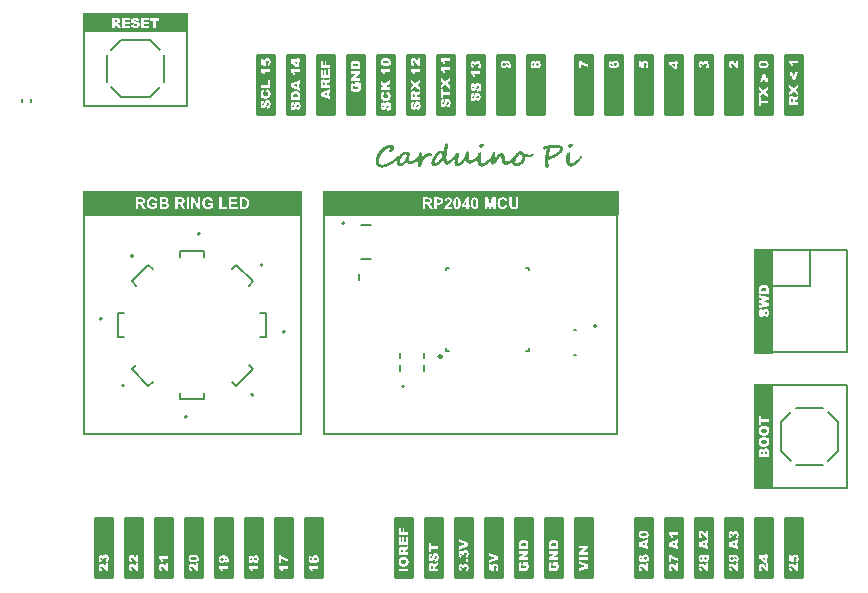
<source format=gto>
G04*
G04 #@! TF.GenerationSoftware,Altium Limited,Altium Designer,21.1.1 (26)*
G04*
G04 Layer_Color=65535*
%FSAX44Y44*%
%MOMM*%
G71*
G04*
G04 #@! TF.SameCoordinates,35B4BD9A-10F4-4648-9EF8-68C66FDF8F35*
G04*
G04*
G04 #@! TF.FilePolarity,Positive*
G04*
G01*
G75*
%ADD10C,0.2000*%
%ADD11C,0.2500*%
%ADD12C,0.1500*%
G36*
X00390533Y00441173D02*
X00376533D01*
Y00491173D01*
X00390533D01*
Y00441173D01*
D02*
G37*
G36*
X00710573Y00048573D02*
X00696573D01*
Y00098573D01*
X00710573D01*
Y00048573D01*
D02*
G37*
G36*
X00253373D02*
X00239373D01*
Y00098573D01*
X00253373D01*
Y00048573D01*
D02*
G37*
G36*
X00657000Y00355420D02*
X00406500D01*
Y00375420D01*
X00657000D01*
Y00355420D01*
D02*
G37*
G36*
X00365133Y00441173D02*
X00351133D01*
Y00491173D01*
X00365133D01*
Y00441173D01*
D02*
G37*
G36*
X00786773Y00048573D02*
X00772773D01*
Y00098573D01*
X00786773D01*
Y00048573D01*
D02*
G37*
G36*
X00507373Y00048573D02*
X00493373D01*
Y00098573D01*
X00507373D01*
Y00048573D01*
D02*
G37*
G36*
X00415933Y00441173D02*
X00401933D01*
Y00491173D01*
X00415933D01*
Y00441173D01*
D02*
G37*
G36*
X00593733Y00441173D02*
X00579733D01*
Y00491173D01*
X00593733D01*
Y00441173D01*
D02*
G37*
G36*
X00389125Y00355500D02*
X00203250D01*
Y00375500D01*
X00389125D01*
Y00355500D01*
D02*
G37*
G36*
X00659773Y00441173D02*
X00645773D01*
Y00491173D01*
X00659773D01*
Y00441173D01*
D02*
G37*
G36*
X00354973Y00048573D02*
X00340973D01*
Y00098573D01*
X00354973D01*
Y00048573D01*
D02*
G37*
G36*
X00405773D02*
X00391773D01*
Y00098573D01*
X00405773D01*
Y00048573D01*
D02*
G37*
G36*
X00685173Y00441173D02*
X00671173D01*
Y00491173D01*
X00685173D01*
Y00441173D01*
D02*
G37*
G36*
X00786773Y00441173D02*
X00772773D01*
Y00491173D01*
X00786773D01*
Y00441173D01*
D02*
G37*
G36*
X00292393Y00510000D02*
X00203393D01*
Y00526000D01*
X00292393D01*
Y00510000D01*
D02*
G37*
G36*
X00710573Y00441173D02*
X00696573D01*
Y00491173D01*
X00710573D01*
Y00441173D01*
D02*
G37*
G36*
X00329573Y00048573D02*
X00315573D01*
Y00098573D01*
X00329573D01*
Y00048573D01*
D02*
G37*
G36*
X00616825Y00415795D02*
X00617084Y00415758D01*
X00617159D01*
X00617270Y00415721D01*
X00617455Y00415647D01*
X00617640Y00415536D01*
X00617677Y00415499D01*
X00617751Y00415462D01*
X00617862Y00415351D01*
X00617973Y00415166D01*
X00618010Y00415129D01*
X00618047Y00415018D01*
X00618084Y00414832D01*
X00618121Y00414573D01*
Y00414499D01*
Y00414314D01*
X00618047Y00414092D01*
X00617973Y00413795D01*
X00617936Y00413721D01*
X00617899Y00413573D01*
X00617788Y00413351D01*
X00617640Y00413092D01*
X00617603Y00413055D01*
X00617566Y00412981D01*
X00617455Y00412907D01*
X00617270Y00412795D01*
X00617084Y00412647D01*
X00616825Y00412573D01*
X00616529Y00412499D01*
X00616196Y00412462D01*
X00615714D01*
X00615455Y00412499D01*
X00615418D01*
X00615270Y00412536D01*
X00615048Y00412610D01*
X00614825Y00412684D01*
X00614788Y00412721D01*
X00614677Y00412758D01*
X00614381Y00412944D01*
X00614344Y00412981D01*
X00614307Y00413055D01*
X00614233Y00413203D01*
X00614196Y00413351D01*
Y00413388D01*
Y00413425D01*
X00614233Y00413610D01*
X00614270Y00413870D01*
X00614381Y00414166D01*
Y00414203D01*
X00614418Y00414240D01*
X00614529Y00414425D01*
X00614677Y00414684D01*
X00614862Y00414944D01*
X00614936Y00415018D01*
X00615085Y00415166D01*
X00615307Y00415351D01*
X00615566Y00415573D01*
X00615603D01*
X00615640Y00415610D01*
X00615825Y00415721D01*
X00616048Y00415795D01*
X00616307Y00415832D01*
X00616566D01*
X00616825Y00415795D01*
D02*
G37*
G36*
X00541500D02*
X00541759Y00415758D01*
X00541833D01*
X00541944Y00415721D01*
X00542129Y00415647D01*
X00542314Y00415536D01*
X00542351Y00415499D01*
X00542425Y00415462D01*
X00542537Y00415351D01*
X00542648Y00415166D01*
X00542685Y00415129D01*
X00542722Y00415018D01*
X00542759Y00414832D01*
X00542796Y00414573D01*
Y00414499D01*
Y00414314D01*
X00542722Y00414092D01*
X00542648Y00413795D01*
X00542611Y00413721D01*
X00542574Y00413573D01*
X00542463Y00413351D01*
X00542314Y00413092D01*
X00542277Y00413055D01*
X00542240Y00412981D01*
X00542129Y00412907D01*
X00541944Y00412795D01*
X00541759Y00412647D01*
X00541500Y00412573D01*
X00541203Y00412499D01*
X00540870Y00412462D01*
X00540389D01*
X00540130Y00412499D01*
X00540092D01*
X00539944Y00412536D01*
X00539722Y00412610D01*
X00539500Y00412684D01*
X00539463Y00412721D01*
X00539352Y00412758D01*
X00539055Y00412944D01*
X00539019Y00412981D01*
X00538981Y00413055D01*
X00538907Y00413203D01*
X00538870Y00413351D01*
Y00413388D01*
Y00413425D01*
X00538907Y00413610D01*
X00538944Y00413870D01*
X00539055Y00414166D01*
Y00414203D01*
X00539092Y00414240D01*
X00539204Y00414425D01*
X00539352Y00414684D01*
X00539537Y00414944D01*
X00539611Y00415018D01*
X00539759Y00415166D01*
X00539981Y00415351D01*
X00540241Y00415573D01*
X00540278D01*
X00540315Y00415610D01*
X00540500Y00415721D01*
X00540722Y00415795D01*
X00540981Y00415832D01*
X00541240D01*
X00541500Y00415795D01*
D02*
G37*
G36*
X00464508Y00414981D02*
X00464915Y00414906D01*
X00464952D01*
X00464989Y00414869D01*
X00465211Y00414832D01*
X00465508Y00414684D01*
X00465804Y00414499D01*
X00465841Y00414462D01*
X00465915Y00414388D01*
X00466063Y00414240D01*
X00466211Y00414055D01*
X00466248Y00414018D01*
X00466359Y00413870D01*
X00466507Y00413684D01*
X00466656Y00413462D01*
X00466693Y00413388D01*
X00466804Y00413240D01*
X00466915Y00413055D01*
X00467026Y00412795D01*
X00467063Y00412758D01*
X00467100Y00412610D01*
X00467137Y00412425D01*
X00467174Y00412240D01*
Y00412203D01*
Y00412129D01*
X00467137Y00412018D01*
X00467063Y00411833D01*
Y00411796D01*
X00467026Y00411684D01*
X00466952Y00411536D01*
X00466841Y00411314D01*
X00466804Y00411277D01*
X00466730Y00411129D01*
X00466656Y00410907D01*
X00466507Y00410685D01*
X00466470Y00410648D01*
X00466396Y00410499D01*
X00466285Y00410314D01*
X00466137Y00410092D01*
X00466100Y00410055D01*
X00466026Y00409907D01*
X00465915Y00409759D01*
X00465767Y00409574D01*
X00465730Y00409537D01*
X00465693Y00409463D01*
X00465619Y00409352D01*
X00465545Y00409240D01*
X00465508Y00409203D01*
X00465434Y00409129D01*
X00465322Y00409055D01*
X00465174Y00408944D01*
X00464952Y00408796D01*
X00464730Y00408722D01*
X00464434Y00408648D01*
X00464137Y00408611D01*
X00464026D01*
X00463878Y00408648D01*
X00463730D01*
X00463397Y00408759D01*
X00463063Y00408981D01*
Y00409018D01*
X00462989Y00409055D01*
X00462878Y00409277D01*
X00462767Y00409574D01*
X00462693Y00409981D01*
Y00410018D01*
X00462730Y00410129D01*
X00462767Y00410277D01*
X00462878Y00410536D01*
Y00410574D01*
X00462915Y00410611D01*
X00463063Y00410796D01*
X00463286Y00411092D01*
X00463582Y00411425D01*
X00463619Y00411462D01*
X00463730Y00411573D01*
X00463841Y00411722D01*
X00463952Y00411907D01*
X00463989Y00411944D01*
X00464063Y00412055D01*
X00464248Y00412314D01*
X00464211Y00412351D01*
X00464063Y00412388D01*
X00463841Y00412425D01*
X00463545D01*
X00463360Y00412388D01*
X00463063Y00412351D01*
X00462656Y00412203D01*
X00462619D01*
X00462545Y00412166D01*
X00462434Y00412129D01*
X00462286Y00412092D01*
X00461915Y00411907D01*
X00461471Y00411722D01*
X00461434D01*
X00461360Y00411684D01*
X00461249Y00411610D01*
X00461101Y00411536D01*
X00460693Y00411351D01*
X00460249Y00411092D01*
X00460212D01*
X00460138Y00411018D01*
X00460027Y00410944D01*
X00459916Y00410870D01*
X00459582Y00410648D01*
X00459249Y00410388D01*
X00459212Y00410351D01*
X00459064Y00410240D01*
X00458842Y00410018D01*
X00458545Y00409796D01*
X00458212Y00409463D01*
X00457842Y00409129D01*
X00457471Y00408722D01*
X00457101Y00408315D01*
X00457064Y00408278D01*
X00456953Y00408129D01*
X00456768Y00407870D01*
X00456508Y00407574D01*
X00456249Y00407203D01*
X00455990Y00406759D01*
X00455694Y00406315D01*
X00455434Y00405796D01*
Y00405759D01*
X00455397Y00405685D01*
X00455323Y00405574D01*
X00455286Y00405426D01*
X00455101Y00405056D01*
X00454916Y00404611D01*
Y00404574D01*
X00454879Y00404500D01*
X00454842Y00404389D01*
X00454768Y00404241D01*
X00454657Y00403834D01*
X00454509Y00403389D01*
Y00403352D01*
X00454472Y00403278D01*
Y00403167D01*
X00454435Y00402982D01*
X00454324Y00402611D01*
X00454249Y00402130D01*
Y00402093D01*
Y00402019D01*
X00454212Y00401908D01*
Y00401760D01*
X00454175Y00401352D01*
Y00400908D01*
Y00400871D01*
Y00400797D01*
Y00400686D01*
Y00400538D01*
X00454212Y00400167D01*
X00454286Y00399760D01*
Y00399723D01*
X00454324Y00399686D01*
X00454398Y00399464D01*
X00454546Y00399167D01*
X00454731Y00398834D01*
X00454805Y00398760D01*
X00454953Y00398612D01*
X00455212Y00398390D01*
X00455546Y00398204D01*
X00455583D01*
X00455657Y00398167D01*
X00455768Y00398130D01*
X00455916D01*
X00456286Y00398056D01*
X00456805Y00398019D01*
X00457138D01*
X00457360Y00398056D01*
X00457657D01*
X00457953Y00398130D01*
X00458656Y00398242D01*
X00458693D01*
X00458842Y00398279D01*
X00459027Y00398353D01*
X00459249Y00398390D01*
X00459545Y00398501D01*
X00459879Y00398612D01*
X00460582Y00398871D01*
X00460619Y00398908D01*
X00460767Y00398945D01*
X00460952Y00399056D01*
X00461212Y00399167D01*
X00461508Y00399315D01*
X00461841Y00399464D01*
X00462582Y00399834D01*
X00462619Y00399871D01*
X00462767Y00399945D01*
X00462952Y00400056D01*
X00463212Y00400167D01*
X00463471Y00400352D01*
X00463804Y00400538D01*
X00464471Y00400945D01*
X00464508Y00400982D01*
X00464619Y00401056D01*
X00464804Y00401167D01*
X00465026Y00401315D01*
X00465285Y00401500D01*
X00465582Y00401686D01*
X00466211Y00402130D01*
X00466248Y00402167D01*
X00466359Y00402241D01*
X00466507Y00402352D01*
X00466730Y00402500D01*
X00467211Y00402871D01*
X00467729Y00403278D01*
X00467767Y00403315D01*
X00467915Y00403426D01*
X00468063Y00403574D01*
X00468285Y00403759D01*
X00468359Y00403797D01*
X00468507Y00403945D01*
X00468692Y00404130D01*
X00468915Y00404352D01*
X00468989Y00404426D01*
X00469137Y00404574D01*
X00469322Y00404759D01*
X00469544Y00404981D01*
X00469618Y00405056D01*
X00469729Y00405204D01*
X00469952Y00405389D01*
X00470137Y00405611D01*
X00470174Y00405574D01*
X00470322Y00405537D01*
X00470433Y00405426D01*
X00470581Y00405352D01*
X00470618D01*
X00470692Y00405278D01*
X00470766Y00405204D01*
X00470840Y00405093D01*
X00470877Y00405019D01*
X00470937Y00404870D01*
X00471026Y00405019D01*
X00471322Y00405463D01*
X00471655Y00405907D01*
X00471692Y00405944D01*
X00471729Y00406018D01*
X00471840Y00406130D01*
X00471951Y00406278D01*
X00472322Y00406648D01*
X00472766Y00407055D01*
X00472803Y00407092D01*
X00472877Y00407166D01*
X00473025Y00407278D01*
X00473173Y00407426D01*
X00473618Y00407759D01*
X00474136Y00408092D01*
X00474173Y00408129D01*
X00474247Y00408166D01*
X00474395Y00408278D01*
X00474581Y00408389D01*
X00475025Y00408611D01*
X00475544Y00408870D01*
X00475581D01*
X00475655Y00408907D01*
X00475803Y00408981D01*
X00475951Y00409018D01*
X00476358Y00409129D01*
X00476803Y00409166D01*
X00477173D01*
X00477395Y00409129D01*
X00477803D01*
X00478025Y00409092D01*
X00478062D01*
X00478210Y00409055D01*
X00478395Y00409018D01*
X00478617Y00408981D01*
X00478654D01*
X00478802Y00408944D01*
X00478951Y00408870D01*
X00479136Y00408796D01*
X00479173Y00408759D01*
X00479247Y00408722D01*
X00479321Y00408611D01*
X00479432Y00408426D01*
X00479469Y00408389D01*
X00479543Y00408278D01*
X00479654Y00408092D01*
X00479765Y00407870D01*
X00479802Y00407833D01*
X00479876Y00407722D01*
X00479987Y00407537D01*
X00480062Y00407315D01*
X00480099Y00407278D01*
X00480136Y00407166D01*
X00480173Y00407018D01*
Y00406870D01*
Y00406796D01*
Y00406648D01*
X00480136Y00406389D01*
X00480062Y00406055D01*
Y00406018D01*
Y00405981D01*
X00479987Y00405759D01*
X00479913Y00405426D01*
X00479802Y00405056D01*
Y00405019D01*
Y00404981D01*
X00479765Y00404870D01*
X00479728Y00404722D01*
X00479654Y00404389D01*
X00479580Y00403982D01*
Y00403945D01*
Y00403908D01*
X00479543Y00403648D01*
X00479506Y00403352D01*
X00479469Y00402982D01*
Y00402908D01*
Y00402760D01*
X00479506Y00402500D01*
X00479543Y00402241D01*
X00479580Y00402204D01*
X00479617Y00402056D01*
X00479728Y00401834D01*
X00479839Y00401612D01*
X00479876Y00401575D01*
X00479950Y00401426D01*
X00480099Y00401278D01*
X00480284Y00401130D01*
X00480321Y00401093D01*
X00480469Y00401056D01*
X00480654Y00401019D01*
X00480876Y00400982D01*
X00481136D01*
X00481321Y00401019D01*
X00481765Y00401093D01*
X00482284Y00401241D01*
X00482321D01*
X00482395Y00401278D01*
X00482543Y00401352D01*
X00482728Y00401426D01*
X00483209Y00401648D01*
X00483728Y00401982D01*
X00483765Y00402019D01*
X00483839Y00402056D01*
X00483987Y00402167D01*
X00484172Y00402315D01*
X00484654Y00402648D01*
X00485172Y00403093D01*
X00485209Y00403130D01*
X00485283Y00403204D01*
X00485431Y00403352D01*
X00485617Y00403500D01*
X00486098Y00403945D01*
X00486617Y00404500D01*
X00486654Y00404537D01*
X00486728Y00404574D01*
X00486802Y00404685D01*
X00486839Y00404722D01*
X00486913Y00404796D01*
X00487061Y00404944D01*
X00487209Y00405093D01*
X00487246Y00405130D01*
X00487357Y00405241D01*
X00487542Y00405352D01*
X00487645Y00405434D01*
X00487690Y00405796D01*
Y00405833D01*
X00487728Y00405944D01*
Y00406055D01*
X00487765Y00406241D01*
X00487839Y00406685D01*
X00487950Y00407092D01*
Y00407130D01*
X00487987Y00407203D01*
X00488024Y00407315D01*
X00488061Y00407463D01*
X00488209Y00407796D01*
X00488431Y00408129D01*
X00488505Y00408203D01*
X00488690Y00408315D01*
X00489024Y00408426D01*
X00489468Y00408500D01*
X00489579D01*
X00489690Y00408463D01*
X00489838Y00408389D01*
X00489875D01*
X00489986Y00408315D01*
X00490209Y00408129D01*
X00490246Y00408092D01*
X00490320Y00408018D01*
X00490505Y00407796D01*
X00490542Y00407759D01*
X00490579Y00407722D01*
X00490616Y00407611D01*
Y00407500D01*
X00490653Y00407278D01*
Y00407203D01*
Y00407055D01*
X00490616Y00406796D01*
X00490579Y00406463D01*
Y00406426D01*
Y00406389D01*
X00490542Y00406167D01*
X00490468Y00405833D01*
X00490394Y00405463D01*
Y00405426D01*
Y00405389D01*
X00490357Y00405278D01*
Y00405130D01*
X00490283Y00404796D01*
X00490172Y00404389D01*
Y00404352D01*
Y00404315D01*
X00490098Y00404056D01*
X00490023Y00403759D01*
X00489949Y00403389D01*
Y00403352D01*
Y00403315D01*
X00489875Y00403093D01*
X00489801Y00402797D01*
X00489727Y00402500D01*
Y00402426D01*
X00489690Y00402278D01*
X00489653Y00402019D01*
X00489616Y00401797D01*
X00489653Y00401834D01*
X00489690Y00401945D01*
X00489764Y00402130D01*
X00489875Y00402352D01*
X00490023Y00402648D01*
X00490172Y00402945D01*
X00490505Y00403574D01*
X00490542Y00403611D01*
X00490579Y00403722D01*
X00490690Y00403871D01*
X00490838Y00404093D01*
X00491172Y00404574D01*
X00491579Y00405130D01*
X00491616Y00405167D01*
X00491690Y00405241D01*
X00491801Y00405389D01*
X00491949Y00405574D01*
X00492320Y00405981D01*
X00492801Y00406426D01*
X00492838Y00406463D01*
X00492912Y00406537D01*
X00493060Y00406611D01*
X00493245Y00406759D01*
X00493690Y00407055D01*
X00494208Y00407352D01*
X00494245D01*
X00494319Y00407389D01*
X00494431Y00407426D01*
X00494579Y00407500D01*
X00494912Y00407648D01*
X00495282Y00407759D01*
X00495319D01*
X00495356Y00407796D01*
X00495578Y00407833D01*
X00495875Y00407870D01*
X00496171Y00407907D01*
X00496467D01*
X00496764Y00407870D01*
X00497134Y00407796D01*
X00497171D01*
X00497208Y00407759D01*
X00497430Y00407722D01*
X00497726Y00407611D01*
X00498060Y00407500D01*
X00498097D01*
X00498134Y00407463D01*
X00498282Y00407389D01*
X00498504Y00407241D01*
X00498726Y00407055D01*
X00498763Y00407018D01*
X00498875Y00406870D01*
X00498986Y00406685D01*
X00499023Y00406426D01*
Y00406389D01*
Y00406352D01*
X00498949Y00406130D01*
Y00406092D01*
X00498912Y00406018D01*
X00498800Y00405796D01*
Y00405759D01*
X00498726Y00405685D01*
X00498652Y00405574D01*
X00498541Y00405463D01*
X00498504D01*
X00498430Y00405389D01*
X00498319Y00405352D01*
X00498171Y00405315D01*
X00497912D01*
X00497837Y00405352D01*
X00497245D01*
X00497208Y00405389D01*
X00496986D01*
X00496875Y00405352D01*
X00496726D01*
X00496319Y00405278D01*
X00495838Y00405130D01*
X00495282Y00404944D01*
X00494653Y00404685D01*
X00494060Y00404315D01*
X00493468Y00403871D01*
X00493394Y00403834D01*
X00493245Y00403685D01*
X00493023Y00403426D01*
X00492764Y00403130D01*
X00492690Y00403056D01*
X00492542Y00402871D01*
X00492320Y00402574D01*
X00492060Y00402204D01*
Y00402167D01*
X00491986Y00402130D01*
X00491838Y00401908D01*
X00491653Y00401575D01*
X00491394Y00401167D01*
Y00401130D01*
X00491357Y00401056D01*
X00491283Y00400945D01*
X00491209Y00400797D01*
X00490986Y00400426D01*
X00490801Y00399982D01*
Y00399945D01*
X00490764Y00399908D01*
X00490727Y00399797D01*
X00490690Y00399649D01*
X00490542Y00399315D01*
X00490394Y00398908D01*
Y00398871D01*
X00490357Y00398834D01*
X00490320Y00398723D01*
X00490283Y00398575D01*
X00490172Y00398204D01*
X00490061Y00397797D01*
Y00397760D01*
X00490023Y00397612D01*
X00489986Y00397390D01*
X00489912Y00397205D01*
Y00397168D01*
X00489875Y00397056D01*
X00489838Y00396908D01*
X00489801Y00396686D01*
Y00396649D01*
X00489764Y00396575D01*
X00489579Y00396390D01*
X00489542Y00396353D01*
X00489468Y00396316D01*
X00489357Y00396242D01*
X00489209Y00396168D01*
X00489172D01*
X00489098Y00396094D01*
X00488950Y00396057D01*
X00488801Y00396020D01*
X00488764D01*
X00488690Y00395983D01*
X00488542Y00395945D01*
X00488394Y00395908D01*
X00488283D01*
X00488135Y00395945D01*
X00487987Y00395983D01*
X00487802Y00396094D01*
X00487616Y00396205D01*
X00487468Y00396390D01*
X00487320Y00396612D01*
Y00396649D01*
X00487283Y00396760D01*
X00487246Y00396908D01*
X00487172Y00397131D01*
X00487135Y00397427D01*
X00487061Y00397797D01*
X00487024Y00398242D01*
Y00398723D01*
Y00398797D01*
Y00398908D01*
Y00399130D01*
Y00399315D01*
Y00399352D01*
Y00399501D01*
Y00399686D01*
Y00399908D01*
Y00399945D01*
X00487061Y00400093D01*
Y00400278D01*
X00487098Y00400500D01*
Y00400575D01*
X00487135Y00400723D01*
Y00400945D01*
X00487172Y00401241D01*
Y00401278D01*
Y00401352D01*
Y00401463D01*
X00487209Y00401612D01*
X00487246Y00402056D01*
X00487266Y00402335D01*
X00487246Y00402315D01*
X00487172Y00402204D01*
X00487024Y00402056D01*
X00486876Y00401908D01*
X00486839Y00401871D01*
X00486765Y00401797D01*
X00486617Y00401648D01*
X00486431Y00401500D01*
X00485950Y00401056D01*
X00485394Y00400575D01*
X00485357Y00400538D01*
X00485283Y00400463D01*
X00485135Y00400352D01*
X00484950Y00400204D01*
X00484728Y00400019D01*
X00484469Y00399834D01*
X00483876Y00399427D01*
X00483839Y00399389D01*
X00483728Y00399352D01*
X00483580Y00399241D01*
X00483358Y00399167D01*
X00483098Y00399019D01*
X00482802Y00398908D01*
X00482173Y00398649D01*
X00482136D01*
X00482024Y00398612D01*
X00481839Y00398575D01*
X00481617Y00398501D01*
X00481358Y00398464D01*
X00481025Y00398390D01*
X00480321Y00398353D01*
X00480247D01*
X00480062Y00398390D01*
X00479802Y00398427D01*
X00479469Y00398538D01*
X00479395Y00398575D01*
X00479210Y00398686D01*
X00478988Y00398834D01*
X00478691Y00399019D01*
X00478617Y00399093D01*
X00478469Y00399241D01*
X00478247Y00399501D01*
X00478025Y00399797D01*
Y00399834D01*
X00477988Y00399871D01*
X00477877Y00400093D01*
X00477766Y00400389D01*
X00477654Y00400760D01*
X00477617Y00400686D01*
X00477506Y00400538D01*
X00477321Y00400278D01*
X00477062Y00399945D01*
X00476988Y00399871D01*
X00476840Y00399686D01*
X00476581Y00399427D01*
X00476247Y00399130D01*
X00476173Y00399056D01*
X00475988Y00398871D01*
X00475729Y00398612D01*
X00475395Y00398316D01*
X00475358D01*
X00475321Y00398242D01*
X00475136Y00398093D01*
X00474840Y00397908D01*
X00474544Y00397686D01*
X00474507Y00397649D01*
X00474358Y00397575D01*
X00474136Y00397427D01*
X00473877Y00397279D01*
X00473803Y00397242D01*
X00473655Y00397168D01*
X00473396Y00397056D01*
X00473062Y00396908D01*
X00473025D01*
X00472988Y00396871D01*
X00472803Y00396834D01*
X00472507Y00396723D01*
X00472174Y00396649D01*
X00472099D01*
X00471914Y00396612D01*
X00471692Y00396575D01*
X00471285D01*
X00471174Y00396612D01*
X00471063D01*
X00470692Y00396723D01*
X00470359Y00396908D01*
X00470285Y00396982D01*
X00470100Y00397131D01*
X00469878Y00397390D01*
X00469618Y00397723D01*
Y00397760D01*
X00469581Y00397797D01*
X00469470Y00398019D01*
X00469322Y00398353D01*
X00469174Y00398760D01*
Y00398797D01*
Y00398871D01*
X00469137Y00399093D01*
X00469100Y00399427D01*
X00469063Y00399760D01*
Y00399797D01*
Y00399908D01*
Y00400056D01*
X00469100Y00400278D01*
Y00400538D01*
X00469174Y00400797D01*
X00469285Y00401426D01*
Y00401463D01*
X00469322Y00401575D01*
X00469359Y00401723D01*
X00469433Y00401945D01*
X00469536Y00402233D01*
X00469507Y00402204D01*
X00469359Y00402056D01*
X00468952Y00401648D01*
X00468396Y00401167D01*
X00468359Y00401130D01*
X00468285Y00401056D01*
X00468137Y00400945D01*
X00467915Y00400760D01*
X00467692Y00400575D01*
X00467433Y00400389D01*
X00466841Y00399908D01*
X00466804Y00399871D01*
X00466656Y00399760D01*
X00466396Y00399612D01*
X00466100Y00399389D01*
X00465730Y00399130D01*
X00465322Y00398834D01*
X00464878Y00398538D01*
X00464397Y00398242D01*
X00464360Y00398204D01*
X00464174Y00398130D01*
X00463915Y00397982D01*
X00463619Y00397797D01*
X00463212Y00397575D01*
X00462767Y00397353D01*
X00461804Y00396871D01*
X00461730Y00396834D01*
X00461582Y00396760D01*
X00461323Y00396649D01*
X00460989Y00396538D01*
X00460582Y00396390D01*
X00460138Y00396205D01*
X00459175Y00395908D01*
X00459101D01*
X00458953Y00395834D01*
X00458693Y00395797D01*
X00458397Y00395723D01*
X00457990Y00395649D01*
X00457582Y00395612D01*
X00456694Y00395538D01*
X00456471D01*
X00456212Y00395575D01*
X00455879D01*
X00455472Y00395649D01*
X00455064Y00395723D01*
X00454657Y00395797D01*
X00454249Y00395945D01*
X00454212Y00395983D01*
X00454064Y00396020D01*
X00453879Y00396131D01*
X00453657Y00396242D01*
X00453064Y00396575D01*
X00452509Y00397056D01*
X00452472Y00397094D01*
X00452398Y00397205D01*
X00452287Y00397353D01*
X00452139Y00397575D01*
X00451990Y00397834D01*
X00451805Y00398130D01*
X00451657Y00398464D01*
X00451509Y00398834D01*
Y00398871D01*
X00451472Y00399019D01*
X00451435Y00399241D01*
X00451361Y00399538D01*
X00451324Y00399871D01*
X00451250Y00400278D01*
X00451213Y00400723D01*
Y00401167D01*
Y00401204D01*
Y00401352D01*
Y00401575D01*
X00451250Y00401834D01*
Y00402167D01*
X00451324Y00402537D01*
X00451435Y00403352D01*
Y00403389D01*
X00451472Y00403537D01*
X00451546Y00403759D01*
X00451620Y00404056D01*
X00451731Y00404389D01*
X00451842Y00404759D01*
X00452102Y00405537D01*
X00452139Y00405574D01*
X00452176Y00405722D01*
X00452287Y00405944D01*
X00452398Y00406204D01*
X00452546Y00406500D01*
X00452731Y00406870D01*
X00453139Y00407611D01*
X00453176Y00407648D01*
X00453250Y00407796D01*
X00453361Y00407981D01*
X00453509Y00408241D01*
X00453731Y00408537D01*
X00453953Y00408833D01*
X00454435Y00409500D01*
Y00409537D01*
X00454509Y00409574D01*
X00454694Y00409796D01*
X00454990Y00410129D01*
X00455360Y00410499D01*
X00455397Y00410536D01*
X00455472Y00410611D01*
X00455583Y00410722D01*
X00455731Y00410833D01*
X00456064Y00411203D01*
X00456508Y00411573D01*
X00456545Y00411610D01*
X00456620Y00411647D01*
X00456731Y00411759D01*
X00456879Y00411907D01*
X00457286Y00412203D01*
X00457731Y00412536D01*
X00457768Y00412573D01*
X00457842Y00412610D01*
X00457953Y00412721D01*
X00458101Y00412833D01*
X00458508Y00413092D01*
X00458916Y00413351D01*
X00458990Y00413388D01*
X00459175Y00413499D01*
X00459471Y00413647D01*
X00459879Y00413870D01*
X00459916D01*
X00459990Y00413907D01*
X00460101Y00413981D01*
X00460286Y00414055D01*
X00460693Y00414203D01*
X00461175Y00414388D01*
X00461212D01*
X00461286Y00414425D01*
X00461434Y00414499D01*
X00461582Y00414536D01*
X00461989Y00414684D01*
X00462471Y00414832D01*
X00462508D01*
X00462582Y00414869D01*
X00462693Y00414906D01*
X00462841Y00414944D01*
X00463212Y00414981D01*
X00463582Y00415018D01*
X00464063D01*
X00464508Y00414981D01*
D02*
G37*
G36*
X00511614Y00415980D02*
X00511799Y00415906D01*
X00511836D01*
X00511984Y00415869D01*
X00512132Y00415795D01*
X00512318Y00415684D01*
X00512355Y00415647D01*
X00512429Y00415573D01*
X00512540Y00415499D01*
X00512651Y00415351D01*
X00512688Y00415314D01*
X00512725Y00415240D01*
X00512762Y00415129D01*
X00512799Y00415018D01*
Y00414981D01*
Y00414869D01*
X00512762Y00414721D01*
X00512725Y00414499D01*
Y00414462D01*
X00512688Y00414277D01*
X00512614Y00414018D01*
X00512540Y00413684D01*
Y00413647D01*
Y00413610D01*
X00512503Y00413462D01*
Y00413314D01*
X00512429Y00412907D01*
X00512318Y00412388D01*
Y00412351D01*
X00512281Y00412240D01*
Y00412092D01*
X00512206Y00411907D01*
X00512169Y00411647D01*
X00512132Y00411314D01*
X00512058Y00410981D01*
X00511984Y00410611D01*
Y00410536D01*
Y00410462D01*
X00511947Y00410314D01*
Y00410277D01*
X00511910Y00410203D01*
Y00410055D01*
X00511873Y00409870D01*
Y00409833D01*
X00511836Y00409722D01*
X00511799Y00409574D01*
X00511762Y00409352D01*
Y00409314D01*
X00511725Y00409203D01*
Y00409018D01*
X00511688Y00408833D01*
Y00408796D01*
X00511651Y00408685D01*
X00511614Y00408426D01*
Y00408389D01*
Y00408352D01*
X00511577Y00408278D01*
Y00408241D01*
Y00408203D01*
X00511540Y00408092D01*
Y00407907D01*
X00511503Y00407648D01*
X00511466Y00407389D01*
X00511392Y00407055D01*
X00511318Y00406426D01*
Y00406389D01*
Y00406278D01*
X00511281Y00406130D01*
Y00405907D01*
Y00405685D01*
X00511244Y00405389D01*
Y00404796D01*
Y00404722D01*
Y00404574D01*
Y00404315D01*
Y00404019D01*
Y00403945D01*
Y00403759D01*
Y00403500D01*
Y00403167D01*
Y00403093D01*
X00511281Y00402908D01*
Y00402648D01*
Y00402315D01*
Y00402241D01*
X00511318Y00402056D01*
Y00401834D01*
X00511355Y00401537D01*
X00511392Y00401463D01*
X00511429Y00401315D01*
X00511466Y00401241D01*
X00511540Y00401093D01*
X00511577Y00401019D01*
X00511725Y00400908D01*
X00511799D01*
X00511984Y00400871D01*
X00512095D01*
X00512355Y00400908D01*
X00512392D01*
X00512466Y00400945D01*
X00512614Y00401019D01*
X00512762Y00401093D01*
X00512799Y00401130D01*
X00512910Y00401167D01*
X00513169Y00401315D01*
X00513206Y00401352D01*
X00513317Y00401389D01*
X00513540Y00401537D01*
X00513577Y00401575D01*
X00513651Y00401612D01*
X00513799Y00401723D01*
X00513947Y00401834D01*
X00514354Y00402130D01*
X00514836Y00402463D01*
X00514873Y00402500D01*
X00514947Y00402537D01*
X00515058Y00402648D01*
X00515243Y00402797D01*
X00515650Y00403130D01*
X00516132Y00403537D01*
X00516169Y00403574D01*
X00516243Y00403648D01*
X00516354Y00403759D01*
X00516539Y00403908D01*
X00516947Y00404278D01*
X00517391Y00404685D01*
X00517428Y00404722D01*
X00517502Y00404796D01*
X00517613Y00404907D01*
X00517761Y00405019D01*
X00518132Y00405389D01*
X00518502Y00405759D01*
X00518539Y00405796D01*
X00518613Y00405870D01*
X00518737Y00405901D01*
X00518761Y00406092D01*
Y00406130D01*
Y00406167D01*
X00518798Y00406352D01*
X00518835Y00406611D01*
X00518872Y00406870D01*
Y00406907D01*
X00518909Y00407018D01*
X00518946Y00407166D01*
X00518983Y00407352D01*
X00519021Y00407389D01*
X00519058Y00407500D01*
X00519280Y00407759D01*
X00519317Y00407796D01*
X00519391Y00407870D01*
X00519539Y00407981D01*
X00519724Y00408055D01*
X00519761Y00408092D01*
X00519909Y00408129D01*
X00520094Y00408166D01*
X00520465D01*
X00520613Y00408129D01*
X00520798Y00408092D01*
X00521169Y00407981D01*
X00521317Y00407833D01*
X00521465Y00407685D01*
Y00407648D01*
X00521502Y00407611D01*
X00521576Y00407500D01*
X00521650Y00407352D01*
X00521687Y00407130D01*
X00521761Y00406907D01*
X00521798Y00406611D01*
Y00406278D01*
Y00406241D01*
Y00406092D01*
X00521761Y00405907D01*
X00521724Y00405648D01*
Y00405574D01*
X00521687Y00405426D01*
X00521650Y00405167D01*
X00521613Y00404870D01*
Y00404796D01*
X00521576Y00404611D01*
X00521539Y00404352D01*
X00521465Y00404056D01*
Y00403982D01*
X00521428Y00403797D01*
X00521391Y00403574D01*
X00521317Y00403278D01*
Y00403241D01*
X00521280Y00403130D01*
X00521242Y00402982D01*
X00521169Y00402760D01*
X00521057Y00402278D01*
X00520909Y00401686D01*
Y00401648D01*
X00520872Y00401537D01*
X00520835Y00401389D01*
Y00401204D01*
X00520761Y00400760D01*
X00520724Y00400278D01*
Y00400204D01*
Y00400056D01*
X00520761Y00399834D01*
X00520835Y00399612D01*
X00520872Y00399575D01*
X00520946Y00399501D01*
X00521057Y00399427D01*
X00521205Y00399389D01*
X00521391D01*
X00521539Y00399427D01*
X00521872Y00399501D01*
X00522279Y00399686D01*
X00522317D01*
X00522391Y00399760D01*
X00522502Y00399834D01*
X00522650Y00399908D01*
X00523020Y00400167D01*
X00523428Y00400500D01*
X00523465Y00400538D01*
X00523539Y00400575D01*
X00523613Y00400686D01*
X00523761Y00400797D01*
X00524094Y00401130D01*
X00524464Y00401537D01*
X00524501Y00401575D01*
X00524538Y00401648D01*
X00524650Y00401760D01*
X00524761Y00401908D01*
X00525020Y00402241D01*
X00525279Y00402611D01*
Y00402648D01*
X00525353Y00402686D01*
X00525501Y00402908D01*
X00525686Y00403278D01*
X00525946Y00403722D01*
Y00403759D01*
X00526020Y00403834D01*
X00526057Y00403982D01*
X00526168Y00404130D01*
X00526353Y00404574D01*
X00526575Y00405093D01*
Y00405130D01*
X00526649Y00405204D01*
X00526686Y00405352D01*
X00526797Y00405537D01*
X00526983Y00406018D01*
X00527205Y00406537D01*
Y00406574D01*
X00527242Y00406648D01*
X00527316Y00406796D01*
X00527390Y00406944D01*
X00527538Y00407352D01*
X00527723Y00407796D01*
Y00407833D01*
X00527797Y00407907D01*
X00527834Y00408055D01*
X00527946Y00408203D01*
X00528168Y00408574D01*
X00528464Y00408907D01*
X00528501Y00408944D01*
X00528538Y00408981D01*
X00528723Y00409129D01*
X00528983Y00409240D01*
X00529131Y00409314D01*
X00529353D01*
X00529538Y00409277D01*
X00529797Y00409240D01*
X00529982Y00409129D01*
X00530019Y00409092D01*
X00530093Y00408981D01*
X00530168Y00408759D01*
X00530205Y00408426D01*
Y00408389D01*
Y00408278D01*
X00530168Y00408092D01*
X00530131Y00407833D01*
Y00407759D01*
X00530093Y00407574D01*
X00530056Y00407315D01*
X00530019Y00406981D01*
Y00406944D01*
Y00406907D01*
X00529982Y00406722D01*
Y00406426D01*
X00529945Y00406092D01*
Y00406018D01*
Y00405870D01*
X00529908Y00405685D01*
Y00405500D01*
Y00405463D01*
Y00405389D01*
Y00405204D01*
Y00405019D01*
Y00404981D01*
Y00404833D01*
Y00404648D01*
Y00404426D01*
Y00404389D01*
X00529945Y00404241D01*
Y00404056D01*
Y00403834D01*
Y00403797D01*
X00529982Y00403685D01*
Y00403537D01*
X00530019Y00403352D01*
Y00403315D01*
X00530056Y00403204D01*
X00530093Y00403056D01*
X00530168Y00402834D01*
X00530205Y00402760D01*
X00530242Y00402611D01*
X00530316Y00402426D01*
X00530427Y00402167D01*
X00530464Y00402130D01*
X00530538Y00401982D01*
X00530649Y00401834D01*
X00530797Y00401648D01*
X00530834Y00401612D01*
X00530945Y00401537D01*
X00531093Y00401463D01*
X00531241Y00401426D01*
X00531464D01*
X00531649Y00401463D01*
X00532056Y00401537D01*
X00532575Y00401723D01*
X00532612D01*
X00532686Y00401797D01*
X00532834Y00401871D01*
X00533056Y00401945D01*
X00533501Y00402241D01*
X00534056Y00402574D01*
X00534093Y00402611D01*
X00534167Y00402686D01*
X00534315Y00402797D01*
X00534537Y00402945D01*
X00534982Y00403315D01*
X00535537Y00403797D01*
X00535574Y00403834D01*
X00535686Y00403908D01*
X00535834Y00404056D01*
X00536019Y00404241D01*
X00536500Y00404685D01*
X00537056Y00405167D01*
X00537093Y00405204D01*
X00537241Y00405352D01*
X00537389Y00405537D01*
X00537527Y00405652D01*
X00537537Y00405759D01*
Y00405796D01*
X00537574Y00405870D01*
X00537611Y00406092D01*
X00537648Y00406352D01*
X00537722Y00406648D01*
Y00406685D01*
X00537759Y00406759D01*
X00537833Y00406870D01*
X00537907Y00407018D01*
X00538019Y00407203D01*
X00538167Y00407389D01*
X00538352Y00407574D01*
X00538574Y00407796D01*
X00538611Y00407833D01*
X00538685Y00407870D01*
X00538833Y00407944D01*
X00538981Y00408055D01*
X00539204Y00408166D01*
X00539463Y00408241D01*
X00539722Y00408278D01*
X00540018Y00408315D01*
X00540130D01*
X00540278Y00408278D01*
X00540426Y00408203D01*
X00540574Y00408092D01*
X00540722Y00407907D01*
X00540796Y00407685D01*
X00540833Y00407352D01*
Y00407315D01*
Y00407278D01*
Y00407055D01*
X00540796Y00406722D01*
X00540722Y00406352D01*
Y00406315D01*
Y00406278D01*
X00540685Y00406055D01*
X00540611Y00405722D01*
X00540537Y00405352D01*
Y00405315D01*
X00540500Y00405204D01*
Y00405019D01*
X00540463Y00404833D01*
X00540389Y00404278D01*
X00540315Y00403722D01*
Y00403685D01*
Y00403611D01*
Y00403463D01*
Y00403315D01*
X00540278Y00402908D01*
Y00402463D01*
Y00402426D01*
Y00402352D01*
Y00402241D01*
Y00402093D01*
X00540315Y00401723D01*
X00540352Y00401278D01*
Y00401241D01*
Y00401167D01*
X00540389Y00401056D01*
Y00400908D01*
X00540463Y00400575D01*
X00540537Y00400204D01*
X00540574Y00400130D01*
X00540648Y00399945D01*
X00540759Y00399723D01*
X00540907Y00399464D01*
X00540944Y00399427D01*
X00541055Y00399352D01*
X00541203Y00399241D01*
X00541426Y00399204D01*
X00541907D01*
X00542166Y00399241D01*
X00542240D01*
X00542425Y00399315D01*
X00542759Y00399427D01*
X00543129Y00399612D01*
X00543166Y00399649D01*
X00543314Y00399723D01*
X00543536Y00399834D01*
X00543833Y00400019D01*
X00544166Y00400241D01*
X00544536Y00400538D01*
X00544944Y00400834D01*
X00545388Y00401167D01*
X00545425D01*
X00545462Y00401241D01*
X00545684Y00401389D01*
X00545981Y00401648D01*
X00546351Y00401982D01*
X00546388Y00402019D01*
X00546462Y00402056D01*
X00546573Y00402167D01*
X00546684Y00402278D01*
X00547055Y00402574D01*
X00547425Y00402945D01*
X00547462Y00402982D01*
X00547499Y00403019D01*
X00547758Y00403278D01*
X00548055Y00403574D01*
X00548425Y00403945D01*
X00548462Y00403982D01*
X00548499Y00404019D01*
X00548684Y00404241D01*
X00548943Y00404500D01*
X00549166Y00404759D01*
X00549203Y00404796D01*
X00549277Y00404907D01*
Y00404944D01*
X00549314Y00404981D01*
X00549347Y00405015D01*
X00549425Y00405352D01*
Y00405389D01*
X00549462Y00405463D01*
X00549499Y00405611D01*
X00549536Y00405759D01*
X00549647Y00406167D01*
X00549758Y00406648D01*
Y00406685D01*
X00549795Y00406759D01*
X00549832Y00406870D01*
X00549906Y00407018D01*
X00550054Y00407389D01*
X00550239Y00407796D01*
X00550276Y00407833D01*
X00550351Y00407981D01*
X00550462Y00408129D01*
X00550573Y00408278D01*
X00550610Y00408315D01*
X00550684Y00408389D01*
X00550795Y00408463D01*
X00550943Y00408537D01*
X00550980D01*
X00551054Y00408574D01*
X00551314Y00408648D01*
X00551351D01*
X00551462Y00408685D01*
X00551869D01*
X00551980Y00408648D01*
X00552091Y00408574D01*
X00552128Y00408537D01*
X00552202Y00408500D01*
X00552387Y00408278D01*
X00552425Y00408241D01*
X00552462Y00408166D01*
X00552536Y00408055D01*
X00552610Y00407870D01*
X00552647Y00407833D01*
X00552684Y00407722D01*
X00552721Y00407537D01*
Y00407315D01*
Y00407278D01*
Y00407130D01*
X00552684Y00406944D01*
X00552647Y00406759D01*
Y00406722D01*
X00552610Y00406611D01*
X00552573Y00406426D01*
X00552499Y00406204D01*
Y00406167D01*
X00552462Y00406055D01*
X00552387Y00405870D01*
X00552313Y00405648D01*
Y00405611D01*
X00552276Y00405463D01*
X00552239Y00405241D01*
X00552165Y00404944D01*
Y00404907D01*
X00552128Y00404759D01*
X00552054Y00404537D01*
X00551980Y00404278D01*
Y00404204D01*
X00551906Y00404019D01*
X00551832Y00403759D01*
X00551721Y00403426D01*
Y00403389D01*
Y00403352D01*
X00551647Y00403167D01*
X00551573Y00402871D01*
X00551499Y00402574D01*
Y00402500D01*
X00551462Y00402352D01*
X00551425Y00402093D01*
Y00401871D01*
X00551462Y00401908D01*
X00551573Y00402056D01*
X00551721Y00402241D01*
X00551906Y00402500D01*
Y00402537D01*
X00551943Y00402574D01*
X00552091Y00402760D01*
X00552276Y00403019D01*
X00552499Y00403352D01*
Y00403389D01*
X00552573Y00403426D01*
X00552721Y00403648D01*
X00552906Y00403908D01*
X00553165Y00404241D01*
Y00404278D01*
X00553239Y00404315D01*
X00553387Y00404537D01*
X00553573Y00404833D01*
X00553832Y00405167D01*
X00553869Y00405204D01*
X00553906Y00405278D01*
X00553980Y00405352D01*
X00554091Y00405500D01*
X00554387Y00405833D01*
X00554683Y00406204D01*
X00554720Y00406241D01*
X00554758Y00406278D01*
X00554980Y00406500D01*
X00555239Y00406759D01*
X00555572Y00407018D01*
X00555609D01*
X00555646Y00407092D01*
X00555869Y00407241D01*
X00556202Y00407426D01*
X00556572Y00407574D01*
X00556609D01*
X00556683Y00407611D01*
X00556794Y00407648D01*
X00556942Y00407685D01*
X00557313Y00407759D01*
X00557794Y00407796D01*
X00558091D01*
X00558276Y00407759D01*
X00558683Y00407648D01*
X00559090Y00407463D01*
X00559128D01*
X00559165Y00407389D01*
X00559387Y00407241D01*
X00559646Y00406944D01*
X00559905Y00406537D01*
Y00406500D01*
X00559979Y00406426D01*
X00560016Y00406315D01*
X00560090Y00406167D01*
X00560164Y00405944D01*
X00560238Y00405722D01*
X00560387Y00405167D01*
Y00405130D01*
X00560424Y00405019D01*
Y00404870D01*
X00560461Y00404648D01*
X00560498Y00404389D01*
X00560535Y00404093D01*
X00560609Y00403426D01*
Y00403389D01*
Y00403352D01*
X00560646Y00403130D01*
X00560683Y00402797D01*
X00560720Y00402426D01*
Y00402389D01*
X00560757Y00402352D01*
X00560794Y00402130D01*
X00560868Y00401834D01*
X00560979Y00401537D01*
X00561016Y00401463D01*
X00561090Y00401315D01*
X00561201Y00401093D01*
X00561386Y00400871D01*
X00561423Y00400834D01*
X00561572Y00400760D01*
X00561794Y00400649D01*
X00562053Y00400612D01*
X00562275D01*
X00562423Y00400649D01*
X00562794Y00400723D01*
X00563275Y00400908D01*
X00563312D01*
X00563386Y00400982D01*
X00563534Y00401019D01*
X00563720Y00401130D01*
X00564164Y00401389D01*
X00564683Y00401723D01*
X00564720Y00401760D01*
X00564794Y00401834D01*
X00564942Y00401908D01*
X00565164Y00402056D01*
X00565645Y00402463D01*
X00566201Y00402945D01*
X00566238Y00402982D01*
X00566349Y00403056D01*
X00566497Y00403204D01*
X00566682Y00403389D01*
X00566941Y00403611D01*
X00567201Y00403871D01*
X00567756Y00404463D01*
X00567793Y00404500D01*
X00567904Y00404611D01*
X00568052Y00404796D01*
X00568238Y00404981D01*
X00568275Y00405019D01*
X00568386Y00405130D01*
X00568534Y00405278D01*
X00568682Y00405426D01*
X00568719Y00405463D01*
X00568830Y00405537D01*
X00568941Y00405648D01*
X00569065Y00405741D01*
X00569126Y00405833D01*
X00569312Y00406055D01*
X00569534Y00406352D01*
X00570015Y00406944D01*
Y00406981D01*
X00570089Y00407018D01*
X00570275Y00407241D01*
X00570534Y00407500D01*
X00570867Y00407833D01*
X00570904Y00407870D01*
X00570941Y00407907D01*
X00571200Y00408092D01*
X00571534Y00408352D01*
X00571904Y00408611D01*
X00571941D01*
X00572015Y00408685D01*
X00572126Y00408759D01*
X00572237Y00408833D01*
X00572608Y00409018D01*
X00573015Y00409203D01*
X00573052D01*
X00573126Y00409240D01*
X00573237Y00409277D01*
X00573385Y00409314D01*
X00573719Y00409389D01*
X00574126Y00409426D01*
X00574385D01*
X00574607Y00409389D01*
X00574830Y00409314D01*
X00574904Y00409277D01*
X00575015Y00409240D01*
X00575237Y00409129D01*
X00575422Y00409018D01*
X00575459Y00408981D01*
X00575607Y00408907D01*
X00575755Y00408796D01*
X00575941Y00408611D01*
X00575978Y00408574D01*
X00576089Y00408426D01*
X00576274Y00408241D01*
X00576459Y00408018D01*
X00576718Y00407722D01*
X00576755D01*
X00576829Y00407648D01*
X00576978Y00407574D01*
X00577237Y00407426D01*
X00577274D01*
X00577311Y00407389D01*
X00577533Y00407315D01*
X00577866Y00407203D01*
X00578274Y00407055D01*
X00578311D01*
X00578385Y00407018D01*
X00578496Y00406981D01*
X00578681Y00406944D01*
X00579088Y00406833D01*
X00579570Y00406722D01*
X00579607D01*
X00579681Y00406685D01*
X00579792D01*
X00579977Y00406648D01*
X00580348Y00406611D01*
X00580755Y00406574D01*
X00582125D01*
X00582421Y00406611D01*
X00582792Y00406648D01*
X00582829D01*
X00582866Y00406685D01*
X00583125Y00406722D01*
X00583458Y00406796D01*
X00583829Y00406907D01*
X00583866D01*
X00583940Y00406944D01*
X00584051Y00406981D01*
X00584199Y00407055D01*
X00584569Y00407203D01*
X00585051Y00407389D01*
Y00407352D01*
X00585088Y00407315D01*
X00585162Y00407092D01*
Y00407055D01*
X00585199Y00406981D01*
Y00406907D01*
Y00406833D01*
Y00406796D01*
Y00406685D01*
X00585162Y00406537D01*
X00585088Y00406352D01*
Y00406315D01*
X00585014Y00406204D01*
X00584940Y00406055D01*
X00584828Y00405870D01*
X00584791Y00405833D01*
X00584717Y00405722D01*
X00584606Y00405574D01*
X00584458Y00405426D01*
X00584421Y00405389D01*
X00584347Y00405315D01*
X00584199Y00405241D01*
X00584051Y00405130D01*
X00584014D01*
X00583977Y00405093D01*
X00583866Y00405019D01*
X00583717Y00404944D01*
X00583532Y00404870D01*
X00583310Y00404796D01*
X00583051Y00404685D01*
X00582755Y00404611D01*
X00582718D01*
X00582607Y00404574D01*
X00582421Y00404537D01*
X00582199Y00404500D01*
X00581903Y00404463D01*
X00581570Y00404426D01*
X00581199Y00404389D01*
X00580273D01*
X00580014Y00404426D01*
X00579940D01*
X00579792Y00404463D01*
X00579533Y00404500D01*
X00579236Y00404537D01*
X00579162Y00404574D01*
X00578977Y00404611D01*
X00578718Y00404685D01*
X00578422Y00404759D01*
X00578348Y00404796D01*
X00578200Y00404870D01*
X00577977Y00404944D01*
X00577718Y00405056D01*
Y00405019D01*
X00577755Y00404981D01*
X00577829Y00404759D01*
Y00404722D01*
X00577866Y00404648D01*
Y00404500D01*
Y00404352D01*
Y00404315D01*
X00577903Y00404241D01*
Y00404093D01*
Y00403945D01*
Y00403908D01*
X00577940Y00403834D01*
Y00403648D01*
Y00403611D01*
Y00403500D01*
Y00403352D01*
X00577903Y00403167D01*
X00577829Y00402648D01*
X00577644Y00402093D01*
Y00402056D01*
X00577607Y00401945D01*
X00577533Y00401797D01*
X00577459Y00401612D01*
X00577237Y00401130D01*
X00576903Y00400575D01*
X00576866Y00400538D01*
X00576829Y00400463D01*
X00576718Y00400315D01*
X00576607Y00400130D01*
X00576274Y00399723D01*
X00575867Y00399241D01*
X00575830Y00399204D01*
X00575755Y00399130D01*
X00575644Y00399019D01*
X00575496Y00398908D01*
X00575126Y00398538D01*
X00574681Y00398204D01*
X00574644D01*
X00574607Y00398130D01*
X00574385Y00397982D01*
X00574015Y00397797D01*
X00573607Y00397575D01*
X00573570D01*
X00573496Y00397538D01*
X00573385Y00397501D01*
X00573237Y00397427D01*
X00572867Y00397279D01*
X00572385Y00397131D01*
X00572348D01*
X00572274Y00397094D01*
X00572163D01*
X00571978Y00397056D01*
X00571571Y00396982D01*
X00571052Y00396908D01*
X00570941D01*
X00570793Y00396871D01*
X00570645D01*
X00570200Y00396834D01*
X00569460D01*
X00569312Y00396871D01*
X00568941Y00396945D01*
X00568534Y00397094D01*
X00568497D01*
X00568460Y00397131D01*
X00568238Y00397316D01*
X00567941Y00397538D01*
X00567608Y00397834D01*
Y00397871D01*
X00567534Y00397908D01*
X00567386Y00398130D01*
X00567201Y00398427D01*
X00566978Y00398834D01*
Y00398871D01*
X00566941Y00398945D01*
X00566904Y00399056D01*
X00566867Y00399204D01*
X00566793Y00399575D01*
X00566756Y00399982D01*
Y00400019D01*
Y00400130D01*
Y00400352D01*
X00566793Y00400575D01*
X00566825Y00400829D01*
X00566571Y00400575D01*
X00566164Y00400204D01*
X00566127Y00400167D01*
X00566053Y00400130D01*
X00565942Y00400019D01*
X00565830Y00399908D01*
X00565460Y00399649D01*
X00565053Y00399352D01*
X00564979Y00399315D01*
X00564794Y00399167D01*
X00564534Y00398982D01*
X00564238Y00398797D01*
X00564164Y00398760D01*
X00563979Y00398649D01*
X00563720Y00398501D01*
X00563386Y00398316D01*
X00563312Y00398279D01*
X00563127Y00398204D01*
X00562831Y00398130D01*
X00562497Y00398019D01*
X00562423D01*
X00562201Y00397982D01*
X00561868Y00397945D01*
X00561312D01*
X00561127Y00397982D01*
X00560905D01*
X00560424Y00398093D01*
X00559905Y00398279D01*
X00559868D01*
X00559794Y00398353D01*
X00559683Y00398427D01*
X00559572Y00398538D01*
X00559239Y00398871D01*
X00558905Y00399278D01*
Y00399315D01*
X00558831Y00399389D01*
X00558794Y00399538D01*
X00558683Y00399686D01*
X00558498Y00400130D01*
X00558313Y00400686D01*
Y00400723D01*
X00558276Y00400834D01*
X00558239Y00400982D01*
X00558202Y00401204D01*
X00558165Y00401463D01*
X00558128Y00401723D01*
X00558017Y00402352D01*
Y00402389D01*
X00557980Y00402537D01*
X00557942Y00402760D01*
X00557905Y00403019D01*
X00557794Y00403648D01*
X00557720Y00403945D01*
X00557646Y00404204D01*
Y00404241D01*
X00557609Y00404315D01*
X00557535Y00404574D01*
X00557387Y00404796D01*
X00557313Y00404870D01*
X00557202Y00404907D01*
X00557054D01*
X00556869Y00404833D01*
X00556683Y00404759D01*
X00556646Y00404722D01*
X00556535Y00404648D01*
X00556350Y00404500D01*
X00556091Y00404241D01*
X00556017Y00404167D01*
X00555869Y00403982D01*
X00555609Y00403611D01*
X00555239Y00403130D01*
X00555202Y00403093D01*
X00555128Y00403019D01*
X00555017Y00402834D01*
X00554869Y00402611D01*
X00554683Y00402352D01*
X00554424Y00402019D01*
X00554165Y00401648D01*
X00553832Y00401204D01*
Y00401167D01*
X00553795Y00401130D01*
X00553647Y00400908D01*
X00553387Y00400612D01*
X00553091Y00400241D01*
Y00400204D01*
X00553017Y00400167D01*
X00552832Y00399908D01*
X00552536Y00399612D01*
X00552202Y00399241D01*
X00552165Y00399204D01*
X00552128Y00399167D01*
X00551906Y00398982D01*
X00551610Y00398723D01*
X00551276Y00398427D01*
X00551239D01*
X00551202Y00398353D01*
X00551017Y00398242D01*
X00550721Y00398056D01*
X00550425Y00397908D01*
X00550351Y00397945D01*
X00550202Y00398019D01*
X00549943Y00398167D01*
X00549684Y00398427D01*
X00549388Y00398797D01*
X00549277Y00399056D01*
X00549128Y00399315D01*
X00549054Y00399649D01*
X00548980Y00400019D01*
X00548906Y00400426D01*
Y00400908D01*
Y00400945D01*
Y00401019D01*
Y00401204D01*
Y00401389D01*
X00548943Y00401686D01*
Y00401797D01*
X00548758Y00401575D01*
X00548721Y00401537D01*
X00548684Y00401463D01*
X00548573Y00401352D01*
X00548425Y00401204D01*
X00548055Y00400797D01*
X00547610Y00400315D01*
X00547573Y00400278D01*
X00547499Y00400204D01*
X00547388Y00400056D01*
X00547203Y00399871D01*
X00546758Y00399427D01*
X00546203Y00398945D01*
X00546166Y00398908D01*
X00546055Y00398834D01*
X00545907Y00398686D01*
X00545722Y00398538D01*
X00545462Y00398353D01*
X00545203Y00398130D01*
X00544573Y00397649D01*
X00544536Y00397612D01*
X00544425Y00397538D01*
X00544277Y00397427D01*
X00544055Y00397279D01*
X00543796Y00397131D01*
X00543499Y00396982D01*
X00542870Y00396686D01*
X00542833D01*
X00542722Y00396649D01*
X00542574Y00396575D01*
X00542388Y00396538D01*
X00541870Y00396390D01*
X00541315Y00396353D01*
X00541018D01*
X00540796Y00396390D01*
X00540315Y00396464D01*
X00539833Y00396612D01*
X00539796D01*
X00539722Y00396649D01*
X00539611Y00396723D01*
X00539463Y00396834D01*
X00539092Y00397056D01*
X00538722Y00397390D01*
Y00397427D01*
X00538648Y00397464D01*
X00538574Y00397575D01*
X00538463Y00397723D01*
X00538241Y00398093D01*
X00537981Y00398538D01*
Y00398575D01*
X00537944Y00398649D01*
X00537907Y00398797D01*
X00537833Y00398945D01*
X00537685Y00399389D01*
X00537537Y00399908D01*
Y00399945D01*
X00537500Y00400019D01*
Y00400167D01*
X00537463Y00400389D01*
X00537389Y00400834D01*
X00537315Y00401389D01*
Y00401426D01*
Y00401500D01*
Y00401648D01*
Y00401834D01*
X00537278Y00402315D01*
Y00402760D01*
X00537241Y00402723D01*
X00536982Y00402500D01*
X00536685Y00402204D01*
X00536019Y00401612D01*
X00535982Y00401575D01*
X00535871Y00401463D01*
X00535648Y00401315D01*
X00535426Y00401130D01*
X00535130Y00400945D01*
X00534797Y00400686D01*
X00534056Y00400204D01*
X00534019Y00400167D01*
X00533908Y00400093D01*
X00533723Y00399982D01*
X00533464Y00399871D01*
X00533204Y00399723D01*
X00532871Y00399538D01*
X00532241Y00399241D01*
X00532204D01*
X00532093Y00399204D01*
X00531945Y00399130D01*
X00531760Y00399093D01*
X00531278Y00398945D01*
X00530834Y00398908D01*
X00530686D01*
X00530538Y00398945D01*
X00530353D01*
X00529908Y00399056D01*
X00529464Y00399241D01*
X00529427D01*
X00529390Y00399315D01*
X00529168Y00399464D01*
X00528871Y00399760D01*
X00528575Y00400130D01*
Y00400167D01*
X00528501Y00400241D01*
X00528464Y00400352D01*
X00528353Y00400500D01*
X00528168Y00400908D01*
X00527983Y00401389D01*
Y00401426D01*
X00527946Y00401500D01*
X00527909Y00401648D01*
X00527872Y00401871D01*
X00527797Y00402315D01*
X00527686Y00402871D01*
Y00402834D01*
X00527649Y00402797D01*
X00527538Y00402574D01*
X00527390Y00402278D01*
X00527168Y00401908D01*
Y00401871D01*
X00527131Y00401834D01*
X00526983Y00401612D01*
X00526760Y00401278D01*
X00526501Y00400908D01*
Y00400871D01*
X00526427Y00400834D01*
X00526279Y00400612D01*
X00526057Y00400278D01*
X00525798Y00399945D01*
Y00399908D01*
X00525723Y00399871D01*
X00525575Y00399686D01*
X00525353Y00399427D01*
X00525131Y00399167D01*
Y00399130D01*
X00525057Y00399093D01*
X00524872Y00398908D01*
X00524576Y00398612D01*
X00524205Y00398279D01*
X00524168D01*
X00524131Y00398204D01*
X00524020Y00398130D01*
X00523872Y00398019D01*
X00523502Y00397797D01*
X00523094Y00397538D01*
X00523057D01*
X00522983Y00397501D01*
X00522872Y00397427D01*
X00522724Y00397353D01*
X00522317Y00397205D01*
X00521835Y00397056D01*
X00521798D01*
X00521724Y00397019D01*
X00521576Y00396982D01*
X00521428D01*
X00520983Y00396908D01*
X00520465Y00396871D01*
X00520243D01*
X00520094Y00396908D01*
X00519724Y00396982D01*
X00519354Y00397094D01*
X00519280Y00397131D01*
X00519095Y00397279D01*
X00518872Y00397501D01*
X00518613Y00397760D01*
Y00397797D01*
X00518576Y00397834D01*
X00518465Y00398019D01*
X00518317Y00398316D01*
X00518169Y00398686D01*
Y00398723D01*
X00518132Y00398760D01*
Y00398871D01*
X00518095Y00399019D01*
X00518058Y00399352D01*
X00518021Y00399760D01*
Y00399797D01*
Y00399834D01*
Y00400056D01*
X00518058Y00400352D01*
X00518095Y00400686D01*
Y00400723D01*
Y00400760D01*
X00518132Y00401019D01*
X00518206Y00401352D01*
X00518243Y00401723D01*
Y00401760D01*
X00518280Y00401797D01*
X00518317Y00402056D01*
X00518354Y00402352D01*
X00518428Y00402723D01*
Y00402760D01*
X00518465Y00402797D01*
X00518502Y00403019D01*
X00518539Y00403315D01*
X00518558Y00403408D01*
X00518465Y00403315D01*
X00518243Y00403056D01*
X00517947Y00402686D01*
X00517910Y00402648D01*
X00517873Y00402611D01*
X00517650Y00402352D01*
X00517354Y00402019D01*
X00516984Y00401648D01*
X00516947Y00401612D01*
X00516910Y00401575D01*
X00516799Y00401463D01*
X00516650Y00401315D01*
X00516280Y00400982D01*
X00515873Y00400575D01*
X00515836Y00400538D01*
X00515762Y00400500D01*
X00515650Y00400389D01*
X00515539Y00400241D01*
X00515169Y00399908D01*
X00514725Y00399575D01*
X00514688Y00399538D01*
X00514614Y00399501D01*
X00514539Y00399427D01*
X00514391Y00399315D01*
X00514021Y00399056D01*
X00513651Y00398797D01*
X00513614D01*
X00513577Y00398760D01*
X00513317Y00398612D01*
X00513021Y00398427D01*
X00512651Y00398279D01*
X00512614D01*
X00512577Y00398242D01*
X00512355Y00398204D01*
X00512095Y00398130D01*
X00511799Y00398093D01*
X00511651D01*
X00511503Y00398130D01*
X00511318D01*
X00510873Y00398242D01*
X00510429Y00398464D01*
X00510392Y00398501D01*
X00510355Y00398538D01*
X00510170Y00398760D01*
X00509910Y00399093D01*
X00509651Y00399538D01*
Y00399575D01*
X00509614Y00399649D01*
X00509540Y00399797D01*
X00509466Y00399982D01*
X00509392Y00400204D01*
X00509318Y00400500D01*
X00509170Y00401130D01*
Y00401167D01*
X00509133Y00401278D01*
Y00401463D01*
X00509096Y00401723D01*
X00509022Y00402019D01*
X00508984Y00402352D01*
X00508873Y00403093D01*
Y00403056D01*
X00508799Y00403019D01*
X00508762Y00402908D01*
X00508651Y00402760D01*
X00508429Y00402389D01*
X00508170Y00401982D01*
Y00401945D01*
X00508096Y00401871D01*
X00508022Y00401760D01*
X00507948Y00401648D01*
X00507688Y00401278D01*
X00507392Y00400834D01*
Y00400797D01*
X00507318Y00400723D01*
X00507244Y00400649D01*
X00507133Y00400500D01*
X00506837Y00400130D01*
X00506503Y00399760D01*
X00506466Y00399723D01*
X00506429Y00399686D01*
X00506244Y00399464D01*
X00505948Y00399130D01*
X00505615Y00398797D01*
X00505578Y00398760D01*
X00505392Y00398612D01*
X00505133Y00398427D01*
X00504837Y00398167D01*
X00504429Y00397908D01*
X00504022Y00397612D01*
X00503541Y00397353D01*
X00503059Y00397131D01*
X00502985Y00397094D01*
X00502837Y00397056D01*
X00502578Y00396945D01*
X00502244Y00396871D01*
X00501837Y00396760D01*
X00501393Y00396649D01*
X00500911Y00396612D01*
X00500393Y00396575D01*
X00500319D01*
X00500097Y00396612D01*
X00499837Y00396686D01*
X00499541Y00396797D01*
X00499467Y00396834D01*
X00499319Y00396982D01*
X00499134Y00397168D01*
X00498949Y00397427D01*
Y00397464D01*
X00498912Y00397501D01*
X00498837Y00397686D01*
X00498726Y00397945D01*
X00498615Y00398279D01*
Y00398316D01*
Y00398353D01*
X00498578Y00398575D01*
X00498541Y00398871D01*
X00498504Y00399167D01*
Y00399204D01*
Y00399278D01*
Y00399389D01*
Y00399501D01*
Y00399834D01*
X00498541Y00400167D01*
Y00400204D01*
Y00400241D01*
X00498578Y00400426D01*
X00498615Y00400649D01*
X00498689Y00400871D01*
X00498726Y00400945D01*
X00498763Y00401130D01*
X00498875Y00401426D01*
X00499023Y00401797D01*
X00499208Y00402241D01*
X00499393Y00402723D01*
X00499837Y00403722D01*
X00499874Y00403797D01*
X00499948Y00403945D01*
X00500097Y00404241D01*
X00500282Y00404574D01*
X00500541Y00404981D01*
X00500800Y00405426D01*
X00501467Y00406426D01*
X00501504Y00406463D01*
X00501578Y00406574D01*
X00501689Y00406722D01*
X00501837Y00406907D01*
X00502207Y00407389D01*
X00502615Y00407870D01*
X00502652Y00407907D01*
X00502726Y00407981D01*
X00502837Y00408092D01*
X00502985Y00408278D01*
X00503392Y00408611D01*
X00503837Y00408981D01*
X00503874Y00409018D01*
X00503948Y00409055D01*
X00504096Y00409129D01*
X00504281Y00409240D01*
X00504726Y00409463D01*
X00505244Y00409648D01*
X00505281D01*
X00505392Y00409685D01*
X00505540Y00409722D01*
X00505763Y00409759D01*
X00505985Y00409796D01*
X00506281Y00409833D01*
X00506948Y00409870D01*
X00507096D01*
X00507207Y00409833D01*
X00507392Y00409796D01*
X00507614Y00409722D01*
X00507836Y00409611D01*
X00508059Y00409463D01*
X00508244Y00409277D01*
X00508281Y00409240D01*
X00508318Y00409166D01*
X00508429Y00409055D01*
X00508540Y00408870D01*
X00508651Y00408648D01*
X00508762Y00408352D01*
X00508873Y00408055D01*
X00508947Y00407685D01*
Y00407722D01*
X00508984Y00407759D01*
X00509022Y00407981D01*
X00509059Y00408315D01*
X00509133Y00408722D01*
Y00408759D01*
Y00408833D01*
X00509170Y00408944D01*
Y00409092D01*
X00509244Y00409500D01*
X00509281Y00409981D01*
Y00410018D01*
Y00410092D01*
X00509318Y00410240D01*
Y00410388D01*
X00509355Y00410833D01*
X00509392Y00411314D01*
Y00411351D01*
Y00411425D01*
X00509429Y00411573D01*
Y00411759D01*
X00509503Y00412203D01*
X00509540Y00412721D01*
Y00412758D01*
Y00412870D01*
X00509577Y00413055D01*
Y00413277D01*
X00509614Y00413833D01*
X00509688Y00414351D01*
Y00414388D01*
X00509725Y00414462D01*
Y00414573D01*
X00509762Y00414721D01*
X00509836Y00415018D01*
X00509910Y00415166D01*
X00509947Y00415277D01*
X00509984Y00415314D01*
X00510095Y00415462D01*
X00510244Y00415610D01*
X00510429Y00415795D01*
X00510503Y00415832D01*
X00510651Y00415906D01*
X00510910Y00415980D01*
X00511244Y00416017D01*
X00511429D01*
X00511614Y00415980D01*
D02*
G37*
G36*
X00615603Y00408278D02*
X00615751Y00408203D01*
X00615899Y00408092D01*
X00616048Y00407907D01*
X00616122Y00407685D01*
X00616159Y00407352D01*
Y00407315D01*
Y00407278D01*
Y00407055D01*
X00616122Y00406722D01*
X00616048Y00406352D01*
Y00406315D01*
Y00406278D01*
X00616011Y00406055D01*
X00615936Y00405722D01*
X00615862Y00405352D01*
Y00405315D01*
X00615825Y00405204D01*
Y00405019D01*
X00615788Y00404833D01*
X00615714Y00404278D01*
X00615640Y00403722D01*
Y00403685D01*
Y00403611D01*
Y00403463D01*
Y00403315D01*
X00615603Y00402908D01*
Y00402463D01*
Y00402426D01*
Y00402352D01*
Y00402241D01*
Y00402093D01*
X00615640Y00401723D01*
X00615677Y00401278D01*
Y00401241D01*
Y00401167D01*
X00615714Y00401056D01*
Y00400908D01*
X00615788Y00400575D01*
X00615862Y00400204D01*
X00615899Y00400130D01*
X00615973Y00399945D01*
X00616085Y00399723D01*
X00616233Y00399464D01*
X00616270Y00399427D01*
X00616381Y00399352D01*
X00616529Y00399241D01*
X00616751Y00399204D01*
X00617233D01*
X00617492Y00399241D01*
X00617566D01*
X00617751Y00399315D01*
X00618084Y00399427D01*
X00618455Y00399612D01*
X00618492Y00399649D01*
X00618640Y00399723D01*
X00618862Y00399834D01*
X00619158Y00400019D01*
X00619492Y00400241D01*
X00619862Y00400538D01*
X00620269Y00400834D01*
X00620714Y00401167D01*
X00620751D01*
X00620788Y00401241D01*
X00621010Y00401389D01*
X00621306Y00401648D01*
X00621677Y00401982D01*
X00621714Y00402019D01*
X00621788Y00402056D01*
X00621899Y00402167D01*
X00622010Y00402278D01*
X00622380Y00402574D01*
X00622751Y00402945D01*
X00622788Y00402982D01*
X00622825Y00403019D01*
X00623084Y00403278D01*
X00623380Y00403574D01*
X00623750Y00403945D01*
X00623787Y00403982D01*
X00623825Y00404019D01*
X00624010Y00404241D01*
X00624269Y00404500D01*
X00624491Y00404759D01*
X00624528Y00404796D01*
X00624602Y00404907D01*
Y00404944D01*
X00624639Y00404981D01*
X00624750Y00405093D01*
Y00405130D01*
X00624787Y00405167D01*
X00624935Y00405278D01*
X00624972D01*
X00625009Y00405315D01*
X00625158Y00405352D01*
X00625269D01*
X00625343Y00405315D01*
X00625417Y00405278D01*
X00625454D01*
X00625491Y00405241D01*
X00625565Y00405130D01*
X00625639Y00404944D01*
X00625676Y00404907D01*
X00625713Y00404759D01*
X00625750Y00404611D01*
X00625787Y00404426D01*
Y00404389D01*
X00625750Y00404241D01*
X00625713Y00403982D01*
X00625565Y00403685D01*
X00625528Y00403611D01*
X00625417Y00403426D01*
X00625232Y00403093D01*
X00624972Y00402723D01*
Y00402686D01*
X00624898Y00402648D01*
X00624824Y00402537D01*
X00624713Y00402389D01*
X00624454Y00402019D01*
X00624084Y00401575D01*
X00624047Y00401537D01*
X00624010Y00401463D01*
X00623899Y00401352D01*
X00623750Y00401204D01*
X00623380Y00400797D01*
X00622936Y00400315D01*
X00622899Y00400278D01*
X00622825Y00400204D01*
X00622714Y00400056D01*
X00622528Y00399871D01*
X00622084Y00399427D01*
X00621528Y00398945D01*
X00621491Y00398908D01*
X00621380Y00398834D01*
X00621232Y00398686D01*
X00621047Y00398538D01*
X00620788Y00398353D01*
X00620528Y00398130D01*
X00619899Y00397649D01*
X00619862Y00397612D01*
X00619751Y00397538D01*
X00619603Y00397427D01*
X00619380Y00397279D01*
X00619121Y00397131D01*
X00618825Y00396982D01*
X00618195Y00396686D01*
X00618158D01*
X00618047Y00396649D01*
X00617899Y00396575D01*
X00617714Y00396538D01*
X00617196Y00396390D01*
X00616640Y00396353D01*
X00616344D01*
X00616122Y00396390D01*
X00615640Y00396464D01*
X00615159Y00396612D01*
X00615122D01*
X00615048Y00396649D01*
X00614936Y00396723D01*
X00614788Y00396834D01*
X00614418Y00397056D01*
X00614048Y00397390D01*
Y00397427D01*
X00613974Y00397464D01*
X00613900Y00397575D01*
X00613788Y00397723D01*
X00613566Y00398093D01*
X00613307Y00398538D01*
Y00398575D01*
X00613270Y00398649D01*
X00613233Y00398797D01*
X00613159Y00398945D01*
X00613011Y00399389D01*
X00612863Y00399908D01*
Y00399945D01*
X00612826Y00400019D01*
Y00400167D01*
X00612789Y00400389D01*
X00612715Y00400834D01*
X00612640Y00401389D01*
Y00401426D01*
Y00401500D01*
Y00401648D01*
Y00401834D01*
X00612603Y00402315D01*
Y00402797D01*
Y00402834D01*
Y00402982D01*
Y00403241D01*
X00612640Y00403574D01*
Y00403611D01*
Y00403648D01*
Y00403759D01*
X00612677Y00403908D01*
Y00404241D01*
X00612715Y00404648D01*
Y00404685D01*
Y00404759D01*
X00612752Y00404870D01*
Y00405019D01*
X00612826Y00405352D01*
X00612863Y00405759D01*
Y00405796D01*
X00612900Y00405870D01*
X00612937Y00406092D01*
X00612974Y00406352D01*
X00613048Y00406648D01*
Y00406685D01*
X00613085Y00406759D01*
X00613159Y00406870D01*
X00613233Y00407018D01*
X00613344Y00407203D01*
X00613492Y00407389D01*
X00613677Y00407574D01*
X00613900Y00407796D01*
X00613937Y00407833D01*
X00614011Y00407870D01*
X00614159Y00407944D01*
X00614307Y00408055D01*
X00614529Y00408166D01*
X00614788Y00408241D01*
X00615048Y00408278D01*
X00615344Y00408315D01*
X00615455D01*
X00615603Y00408278D01*
D02*
G37*
G36*
X00603382Y00414944D02*
X00603789D01*
X00604160Y00414906D01*
X00604604Y00414869D01*
X00604827D01*
X00604975Y00414832D01*
X00605345Y00414795D01*
X00605752Y00414721D01*
X00605863D01*
X00605975Y00414684D01*
X00606123D01*
X00606493Y00414610D01*
X00606937Y00414499D01*
X00607011D01*
X00607160Y00414425D01*
X00607419Y00414351D01*
X00607715Y00414240D01*
X00608085Y00414129D01*
X00608456Y00413944D01*
X00608789Y00413758D01*
X00609122Y00413536D01*
X00609159Y00413499D01*
X00609270Y00413388D01*
X00609456Y00413240D01*
X00609641Y00412981D01*
X00609789Y00412721D01*
X00609974Y00412351D01*
X00610085Y00411981D01*
X00610122Y00411536D01*
Y00411499D01*
Y00411388D01*
X00610085Y00411240D01*
X00610011Y00410981D01*
Y00410907D01*
X00609937Y00410759D01*
X00609863Y00410536D01*
X00609752Y00410240D01*
X00609715Y00410166D01*
X00609641Y00409981D01*
X00609567Y00409759D01*
X00609419Y00409463D01*
X00609381Y00409389D01*
X00609308Y00409240D01*
X00609196Y00409055D01*
X00609048Y00408833D01*
Y00408796D01*
X00608974Y00408722D01*
X00608863Y00408611D01*
X00608752Y00408463D01*
X00608382Y00408055D01*
X00607900Y00407574D01*
X00607863Y00407537D01*
X00607789Y00407463D01*
X00607604Y00407352D01*
X00607419Y00407166D01*
X00607160Y00406981D01*
X00606863Y00406759D01*
X00606197Y00406241D01*
X00606160Y00406204D01*
X00606049Y00406130D01*
X00605863Y00406018D01*
X00605604Y00405870D01*
X00605308Y00405685D01*
X00605012Y00405463D01*
X00604271Y00405019D01*
X00604234Y00404981D01*
X00604123Y00404907D01*
X00603901Y00404796D01*
X00603678Y00404648D01*
X00603382Y00404500D01*
X00603049Y00404315D01*
X00602345Y00403945D01*
X00602308Y00403908D01*
X00602160Y00403834D01*
X00601901Y00403722D01*
X00601605Y00403574D01*
X00601234Y00403426D01*
X00600827Y00403241D01*
X00599938Y00402834D01*
X00599901Y00402797D01*
X00599716Y00402760D01*
X00599494Y00402648D01*
X00599197Y00402537D01*
X00598827Y00402389D01*
X00598420Y00402241D01*
X00597531Y00401908D01*
Y00401315D01*
Y00401278D01*
Y00401204D01*
Y00401019D01*
Y00400797D01*
Y00400723D01*
X00597568Y00400575D01*
Y00400315D01*
Y00399982D01*
Y00399945D01*
Y00399908D01*
X00597605Y00399686D01*
Y00399352D01*
X00597642Y00398982D01*
Y00398945D01*
Y00398908D01*
X00597679Y00398649D01*
Y00398316D01*
X00597716Y00397945D01*
Y00397908D01*
Y00397871D01*
X00597753Y00397649D01*
Y00397316D01*
Y00396982D01*
Y00396908D01*
X00597790Y00396760D01*
Y00396538D01*
Y00396353D01*
Y00396316D01*
Y00396242D01*
X00597753Y00396131D01*
Y00395983D01*
X00597605Y00395649D01*
X00597531Y00395501D01*
X00597383Y00395353D01*
X00597309Y00395279D01*
X00597086Y00395168D01*
X00596753Y00395057D01*
X00596309Y00394983D01*
X00596235D01*
X00596050Y00395094D01*
X00595901Y00395168D01*
X00595753Y00395316D01*
X00595605Y00395501D01*
X00595420Y00395723D01*
X00595272Y00396057D01*
X00595087Y00396464D01*
X00594939Y00396945D01*
X00594827Y00397501D01*
X00594679Y00398204D01*
X00594605Y00399019D01*
X00594568Y00399945D01*
X00594531Y00400982D01*
Y00401019D01*
Y00401093D01*
Y00401204D01*
Y00401315D01*
Y00401686D01*
Y00402056D01*
Y00402093D01*
Y00402167D01*
Y00402278D01*
X00594568Y00402426D01*
X00594605Y00402797D01*
X00594642Y00403241D01*
Y00403278D01*
Y00403352D01*
X00594679Y00403463D01*
Y00403648D01*
X00594753Y00404056D01*
X00594790Y00404574D01*
Y00404611D01*
X00594827Y00404722D01*
Y00404870D01*
X00594865Y00405056D01*
X00594902Y00405315D01*
X00594939Y00405574D01*
X00595050Y00406204D01*
Y00406241D01*
X00595087Y00406315D01*
Y00406463D01*
X00595124Y00406648D01*
X00595198Y00407130D01*
X00595272Y00407611D01*
Y00407648D01*
X00595309Y00407722D01*
Y00407870D01*
X00595346Y00408055D01*
X00595420Y00408463D01*
X00595531Y00408944D01*
Y00408981D01*
X00595568Y00409055D01*
X00595605Y00409203D01*
X00595642Y00409352D01*
X00595753Y00409759D01*
X00595864Y00410240D01*
Y00410277D01*
X00595901Y00410351D01*
X00595938Y00410462D01*
X00596012Y00410648D01*
X00596161Y00411055D01*
X00596383Y00411499D01*
X00596309D01*
X00596124Y00411425D01*
X00595864Y00411351D01*
X00595568Y00411240D01*
X00595494D01*
X00595309Y00411166D01*
X00595050Y00411092D01*
X00594716Y00410981D01*
X00594679D01*
X00594642Y00410944D01*
X00594420Y00410870D01*
X00594346D01*
X00594124Y00410833D01*
X00594050D01*
X00593865Y00410870D01*
X00593642Y00410944D01*
X00593383Y00411092D01*
X00593346Y00411129D01*
X00593235Y00411277D01*
X00593124Y00411499D01*
X00593087Y00411759D01*
Y00411796D01*
Y00411833D01*
X00593124Y00412055D01*
X00593161Y00412351D01*
X00593272Y00412647D01*
X00593309Y00412721D01*
X00593457Y00412870D01*
X00593642Y00413092D01*
X00593939Y00413314D01*
X00593976D01*
X00594013Y00413351D01*
X00594124Y00413425D01*
X00594272Y00413499D01*
X00594642Y00413647D01*
X00595124Y00413833D01*
X00595161D01*
X00595272Y00413870D01*
X00595420Y00413944D01*
X00595642Y00413981D01*
X00595901Y00414055D01*
X00596198Y00414129D01*
X00596531Y00414203D01*
X00596901Y00414277D01*
X00596938D01*
X00597012Y00414314D01*
X00597123D01*
X00597272Y00414351D01*
X00597679Y00414462D01*
X00598161Y00414536D01*
X00598198D01*
X00598272Y00414573D01*
X00598420D01*
X00598605Y00414610D01*
X00599049Y00414647D01*
X00599568Y00414721D01*
X00599605D01*
X00599679Y00414758D01*
X00599827D01*
X00600012Y00414795D01*
X00600457Y00414832D01*
X00600938Y00414906D01*
X00601049D01*
X00601160Y00414944D01*
X00601345D01*
X00601716Y00414981D01*
X00602938D01*
X00603382Y00414944D01*
D02*
G37*
G36*
X00278773Y00048573D02*
X00264773D01*
Y00098573D01*
X00278773D01*
Y00048573D01*
D02*
G37*
G36*
X00304173Y00048573D02*
X00290173D01*
Y00098573D01*
X00304173D01*
Y00048573D01*
D02*
G37*
G36*
X00761373Y00441173D02*
X00747373D01*
Y00491173D01*
X00761373D01*
Y00441173D01*
D02*
G37*
G36*
X00634373D02*
X00620373D01*
Y00491173D01*
X00634373D01*
Y00441173D01*
D02*
G37*
G36*
X00608973Y00048573D02*
X00594973D01*
Y00098573D01*
X00608973D01*
Y00048573D01*
D02*
G37*
G36*
X00812173D02*
X00798173D01*
Y00098573D01*
X00812173D01*
Y00048573D01*
D02*
G37*
G36*
X00685173D02*
X00671173D01*
Y00098573D01*
X00685173D01*
Y00048573D01*
D02*
G37*
G36*
X00788000Y00238001D02*
X00772000D01*
Y00327001D01*
X00788000D01*
Y00238001D01*
D02*
G37*
G36*
X00380373Y00048573D02*
X00366373D01*
Y00098573D01*
X00380373D01*
Y00048573D01*
D02*
G37*
G36*
X00735973Y00441173D02*
X00721973D01*
Y00491173D01*
X00735973D01*
Y00441173D01*
D02*
G37*
G36*
X00542933D02*
X00528933D01*
Y00491173D01*
X00542933D01*
Y00441173D01*
D02*
G37*
G36*
X00788000Y00123394D02*
X00772000D01*
Y00212394D01*
X00788000D01*
Y00123394D01*
D02*
G37*
G36*
X00761373Y00048573D02*
X00747373D01*
Y00098573D01*
X00761373D01*
Y00048573D01*
D02*
G37*
G36*
X00812173Y00441173D02*
X00798173D01*
Y00491173D01*
X00812173D01*
Y00441173D01*
D02*
G37*
G36*
X00466733Y00441173D02*
X00452733D01*
Y00491173D01*
X00466733D01*
Y00441173D01*
D02*
G37*
G36*
X00634373Y00048573D02*
X00620373D01*
Y00098573D01*
X00634373D01*
Y00048573D01*
D02*
G37*
G36*
X00532773Y00048573D02*
X00518773D01*
Y00098573D01*
X00532773D01*
Y00048573D01*
D02*
G37*
G36*
X00583573D02*
X00569573D01*
Y00098573D01*
X00583573D01*
Y00048573D01*
D02*
G37*
G36*
X00481973D02*
X00467973D01*
Y00098573D01*
X00481973D01*
Y00048573D01*
D02*
G37*
G36*
X00558173D02*
X00544173D01*
Y00098573D01*
X00558173D01*
Y00048573D01*
D02*
G37*
G36*
X00568333Y00441173D02*
X00554333D01*
Y00491173D01*
X00568333D01*
Y00441173D01*
D02*
G37*
G36*
X00441333D02*
X00427333D01*
Y00491173D01*
X00441333D01*
Y00441173D01*
D02*
G37*
G36*
X00735973Y00048573D02*
X00721973D01*
Y00098573D01*
X00735973D01*
Y00048573D01*
D02*
G37*
G36*
X00492133Y00441173D02*
X00478133D01*
Y00491173D01*
X00492133D01*
Y00441173D01*
D02*
G37*
G36*
X00227973Y00048573D02*
X00213973D01*
Y00098573D01*
X00227973D01*
Y00048573D01*
D02*
G37*
G36*
X00517533Y00441173D02*
X00503533D01*
Y00491173D01*
X00517533D01*
Y00441173D01*
D02*
G37*
%LPC*%
G36*
X00387590Y00488173D02*
X00384332D01*
Y00487151D01*
X00379342D01*
Y00488173D01*
D01*
Y00481065D01*
Y00485182D01*
X00384229Y00481065D01*
X00386080D01*
Y00485182D01*
X00387590D01*
Y00487151D01*
X00386080D01*
Y00488173D01*
X00387590D01*
D02*
G37*
G36*
Y00478844D02*
X00379342D01*
Y00474194D01*
D01*
Y00476978D01*
X00379623Y00476830D01*
X00379875Y00476667D01*
X00380097Y00476504D01*
X00380275Y00476341D01*
X00380438Y00476193D01*
X00380556Y00476074D01*
X00380616Y00476000D01*
X00380645Y00475986D01*
Y00475971D01*
X00380838Y00475719D01*
X00381001Y00475423D01*
X00381149Y00475127D01*
X00381282Y00474845D01*
X00381386Y00474594D01*
X00381430Y00474475D01*
X00381474Y00474386D01*
X00381489Y00474297D01*
X00381519Y00474238D01*
X00381534Y00474209D01*
Y00474194D01*
X00379342D01*
X00387590D01*
X00383370D01*
X00383281Y00474475D01*
X00383207Y00474727D01*
X00383118Y00474934D01*
X00383044Y00475127D01*
X00382985Y00475275D01*
X00382940Y00475393D01*
X00382911Y00475452D01*
X00382896Y00475482D01*
X00382792Y00475675D01*
X00382674Y00475867D01*
X00382555Y00476060D01*
X00382452Y00476222D01*
X00382348Y00476356D01*
X00382274Y00476474D01*
X00382215Y00476534D01*
X00382200Y00476563D01*
X00387590D01*
Y00478844D01*
D02*
G37*
G36*
Y00469514D02*
X00379475Y00466464D01*
Y00469514D01*
X00387590D01*
X00379475D01*
Y00463710D01*
X00387590Y00460674D01*
Y00463236D01*
X00386258Y00463635D01*
Y00466479D01*
X00387590Y00466879D01*
Y00469514D01*
D02*
G37*
G36*
X00383725Y00460170D02*
X00379475D01*
Y00452692D01*
X00387590D01*
Y00456409D01*
X00387575Y00456676D01*
X00387561Y00456927D01*
X00387531Y00457194D01*
X00387487Y00457416D01*
X00387442Y00457623D01*
X00387412Y00457786D01*
X00387398Y00457845D01*
Y00457890D01*
X00387383Y00457905D01*
Y00457920D01*
X00387309Y00458142D01*
X00387205Y00458349D01*
X00387102Y00458527D01*
X00386998Y00458704D01*
X00386894Y00458838D01*
X00386805Y00458941D01*
X00386746Y00459001D01*
X00386731Y00459030D01*
X00386539Y00459223D01*
X00386331Y00459386D01*
X00386139Y00459534D01*
X00385947Y00459652D01*
X00385784Y00459741D01*
X00385650Y00459800D01*
X00385561Y00459845D01*
X00385547Y00459860D01*
X00385532D01*
X00385236Y00459963D01*
X00384910Y00460037D01*
X00384569Y00460096D01*
X00384258Y00460126D01*
X00383962Y00460156D01*
X00383844D01*
X00383725Y00460170D01*
D02*
G37*
G36*
X00387724Y00451404D02*
X00385195D01*
X00387724D01*
D01*
D02*
G37*
G36*
X00385088D02*
X00379342D01*
Y00444030D01*
Y00447791D01*
X00379357Y00447346D01*
X00379386Y00446947D01*
X00379446Y00446606D01*
X00379475Y00446443D01*
X00379505Y00446310D01*
X00379534Y00446191D01*
X00379564Y00446088D01*
X00379594Y00445999D01*
X00379623Y00445925D01*
X00379638Y00445866D01*
X00379653Y00445821D01*
X00379668Y00445807D01*
Y00445792D01*
X00379801Y00445540D01*
X00379934Y00445318D01*
X00380083Y00445125D01*
X00380216Y00444977D01*
X00380349Y00444859D01*
X00380453Y00444770D01*
X00380512Y00444711D01*
X00380541Y00444696D01*
X00380749Y00444577D01*
X00380956Y00444488D01*
X00381163Y00444429D01*
X00381341Y00444385D01*
X00381489Y00444355D01*
X00381623Y00444341D01*
X00381697D01*
X00381711D01*
X00381726D01*
X00381904Y00444355D01*
X00382067Y00444370D01*
X00382363Y00444444D01*
X00382630Y00444563D01*
X00382852Y00444696D01*
X00383044Y00444814D01*
X00383177Y00444933D01*
X00383251Y00445007D01*
X00383266Y00445036D01*
X00383281D01*
X00383400Y00445185D01*
X00383503Y00445347D01*
X00383696Y00445703D01*
X00383858Y00446088D01*
X00384007Y00446488D01*
X00384066Y00446665D01*
X00384110Y00446828D01*
X00384155Y00446991D01*
X00384199Y00447124D01*
X00384214Y00447228D01*
X00384244Y00447317D01*
X00384258Y00447376D01*
Y00447391D01*
X00384303Y00447569D01*
X00384347Y00447732D01*
X00384377Y00447880D01*
X00384421Y00448013D01*
X00384510Y00448235D01*
X00384584Y00448413D01*
X00384643Y00448531D01*
X00384688Y00448620D01*
X00384717Y00448665D01*
X00384732Y00448679D01*
X00384821Y00448768D01*
X00384925Y00448842D01*
X00385014Y00448887D01*
X00385102Y00448931D01*
X00385177Y00448946D01*
X00385236Y00448961D01*
X00385280D01*
X00385295D01*
X00385413Y00448946D01*
X00385532Y00448916D01*
X00385635Y00448872D01*
X00385724Y00448812D01*
X00385784Y00448753D01*
X00385843Y00448709D01*
X00385872Y00448679D01*
X00385887Y00448665D01*
X00385961Y00448546D01*
X00386021Y00448413D01*
X00386065Y00448279D01*
X00386095Y00448146D01*
X00386109Y00448013D01*
X00386124Y00447924D01*
Y00447835D01*
X00386109Y00447584D01*
X00386050Y00447361D01*
X00385976Y00447169D01*
X00385872Y00447006D01*
X00385784Y00446888D01*
X00385710Y00446799D01*
X00385650Y00446739D01*
X00385635Y00446725D01*
X00385517Y00446651D01*
X00385369Y00446576D01*
X00385073Y00446488D01*
X00384954Y00446443D01*
X00384851Y00446428D01*
X00384777Y00446414D01*
X00384747D01*
X00384910Y00444030D01*
D01*
X00385132Y00444059D01*
X00385354Y00444104D01*
X00385739Y00444207D01*
X00386095Y00444355D01*
X00386391Y00444518D01*
X00386509Y00444592D01*
X00386628Y00444666D01*
X00386716Y00444740D01*
X00386791Y00444799D01*
X00386850Y00444844D01*
X00386894Y00444888D01*
X00386924Y00444903D01*
X00386939Y00444918D01*
X00387072Y00445081D01*
X00387190Y00445273D01*
X00387309Y00445481D01*
X00387398Y00445703D01*
X00387531Y00446177D01*
X00387620Y00446651D01*
X00387664Y00446888D01*
X00387679Y00447095D01*
X00387694Y00447287D01*
X00387709Y00447450D01*
X00387724Y00447598D01*
Y00447791D01*
X00387709Y00448220D01*
X00387679Y00448590D01*
X00387620Y00448931D01*
X00387561Y00449212D01*
X00387531Y00449331D01*
X00387501Y00449435D01*
X00387472Y00449538D01*
X00387442Y00449612D01*
X00387427Y00449671D01*
X00387412Y00449716D01*
X00387398Y00449731D01*
Y00449745D01*
X00387250Y00450027D01*
X00387102Y00450264D01*
X00386939Y00450471D01*
X00386776Y00450649D01*
X00386628Y00450782D01*
X00386509Y00450886D01*
X00386435Y00450945D01*
X00386406Y00450960D01*
X00386154Y00451108D01*
X00385902Y00451212D01*
X00385650Y00451300D01*
X00385428Y00451345D01*
X00385236Y00451374D01*
X00385088Y00451404D01*
D02*
G37*
%LPD*%
G36*
X00384332Y00482990D02*
X00381771Y00485182D01*
X00384332D01*
Y00482990D01*
D02*
G37*
G36*
X00384495Y00464169D02*
X00381593Y00465057D01*
X00384495Y00465946D01*
Y00464169D01*
D02*
G37*
G36*
X00383207Y00460156D02*
X00382926Y00460141D01*
X00382659Y00460111D01*
X00382422Y00460067D01*
X00382230Y00460022D01*
X00382082Y00459993D01*
X00382022Y00459978D01*
X00381978D01*
X00381963Y00459963D01*
X00381948D01*
X00381682Y00459874D01*
X00381430Y00459785D01*
X00381208Y00459682D01*
X00381015Y00459578D01*
X00380853Y00459474D01*
X00380749Y00459400D01*
X00380675Y00459341D01*
X00380645Y00459326D01*
X00380453Y00459149D01*
X00380275Y00458971D01*
X00380127Y00458778D01*
X00380008Y00458601D01*
X00379905Y00458438D01*
X00379846Y00458319D01*
X00379801Y00458231D01*
X00379786Y00458216D01*
Y00458201D01*
X00379683Y00457934D01*
X00379609Y00457638D01*
X00379549Y00457342D01*
X00379520Y00457046D01*
X00379490Y00456794D01*
Y00456690D01*
X00379475Y00456587D01*
Y00460170D01*
X00383518D01*
X00383207Y00460156D01*
D02*
G37*
G36*
X00383903Y00457638D02*
X00384184Y00457623D01*
X00384436Y00457594D01*
X00384629Y00457564D01*
X00384777Y00457520D01*
X00384880Y00457490D01*
X00384954Y00457475D01*
X00384969Y00457461D01*
X00385117Y00457387D01*
X00385251Y00457298D01*
X00385354Y00457209D01*
X00385428Y00457120D01*
X00385502Y00457046D01*
X00385547Y00456987D01*
X00385561Y00456942D01*
X00385576Y00456927D01*
X00385635Y00456779D01*
X00385665Y00456617D01*
X00385695Y00456424D01*
X00385724Y00456246D01*
Y00456069D01*
X00385739Y00455935D01*
Y00455195D01*
X00381311D01*
Y00455817D01*
X00381326Y00456157D01*
X00381386Y00456454D01*
X00381460Y00456690D01*
X00381549Y00456883D01*
X00381652Y00457031D01*
X00381726Y00457135D01*
X00381785Y00457209D01*
X00381800Y00457224D01*
X00381904Y00457298D01*
X00382007Y00457372D01*
X00382274Y00457475D01*
X00382570Y00457549D01*
X00382852Y00457594D01*
X00383133Y00457638D01*
X00383251D01*
X00383355Y00457653D01*
X00383444D01*
X00383503D01*
X00383548D01*
X00383562D01*
X00383903Y00457638D01*
D02*
G37*
G36*
X00384717Y00451389D02*
X00384481Y00451359D01*
X00384288Y00451300D01*
X00384110Y00451241D01*
X00383962Y00451182D01*
X00383844Y00451123D01*
X00383784Y00451093D01*
X00383755Y00451078D01*
X00383562Y00450945D01*
X00383385Y00450782D01*
X00383237Y00450604D01*
X00383103Y00450441D01*
X00383000Y00450279D01*
X00382926Y00450160D01*
X00382881Y00450071D01*
X00382866Y00450056D01*
Y00450042D01*
X00382792Y00449893D01*
X00382733Y00449731D01*
X00382600Y00449375D01*
X00382467Y00448975D01*
X00382363Y00448590D01*
X00382318Y00448413D01*
X00382274Y00448235D01*
X00382230Y00448072D01*
X00382200Y00447939D01*
X00382170Y00447835D01*
X00382156Y00447746D01*
X00382141Y00447687D01*
Y00447672D01*
X00382096Y00447450D01*
X00382037Y00447272D01*
X00381993Y00447124D01*
X00381948Y00447021D01*
X00381904Y00446932D01*
X00381874Y00446888D01*
X00381845Y00446858D01*
Y00446843D01*
X00381785Y00446784D01*
X00381726Y00446739D01*
X00381608Y00446695D01*
X00381519Y00446665D01*
X00381504D01*
X00381489D01*
X00381400Y00446680D01*
X00381311Y00446695D01*
X00381163Y00446769D01*
X00381075Y00446843D01*
X00381060Y00446858D01*
X00381045Y00446873D01*
X00380986Y00446962D01*
X00380927Y00447065D01*
X00380882Y00447287D01*
X00380867Y00447391D01*
X00380853Y00447465D01*
Y00447539D01*
X00380867Y00447732D01*
X00380897Y00447894D01*
X00380927Y00448042D01*
X00380971Y00448161D01*
X00381030Y00448250D01*
X00381060Y00448309D01*
X00381089Y00448354D01*
X00381104Y00448368D01*
X00381208Y00448472D01*
X00381341Y00448561D01*
X00381474Y00448620D01*
X00381593Y00448679D01*
X00381711Y00448724D01*
X00381815Y00448753D01*
X00381874Y00448768D01*
X00381904D01*
X00381771Y00451137D01*
X00381549Y00451093D01*
X00381326Y00451049D01*
X00381134Y00450989D01*
X00380956Y00450915D01*
X00380793Y00450841D01*
X00380630Y00450752D01*
X00380497Y00450678D01*
X00380379Y00450589D01*
X00380186Y00450427D01*
X00380038Y00450293D01*
X00379964Y00450190D01*
X00379934Y00450175D01*
Y00450160D01*
X00379831Y00449997D01*
X00379742Y00449819D01*
X00379594Y00449449D01*
X00379490Y00449049D01*
X00379416Y00448665D01*
X00379386Y00448487D01*
X00379372Y00448324D01*
X00379357Y00448176D01*
Y00448042D01*
X00379342Y00447939D01*
Y00451404D01*
X00384954D01*
X00384717Y00451389D01*
D02*
G37*
%LPC*%
G36*
X00707697Y00086595D02*
X00699449D01*
Y00081946D01*
D01*
Y00084729D01*
X00699730Y00084581D01*
X00699982Y00084418D01*
X00700204Y00084256D01*
X00700382Y00084093D01*
X00700545Y00083945D01*
X00700663Y00083826D01*
X00700723Y00083752D01*
X00700752Y00083737D01*
Y00083722D01*
X00700945Y00083471D01*
X00701107Y00083175D01*
X00701256Y00082879D01*
X00701389Y00082597D01*
X00701492Y00082345D01*
X00701537Y00082227D01*
X00701581Y00082138D01*
X00701596Y00082049D01*
X00701626Y00081990D01*
X00701641Y00081960D01*
Y00081946D01*
X00703477D01*
X00703388Y00082227D01*
X00703314Y00082479D01*
X00703225Y00082686D01*
X00703151Y00082879D01*
X00703092Y00083027D01*
X00703047Y00083145D01*
X00703018Y00083204D01*
X00703003Y00083234D01*
X00702899Y00083426D01*
X00702781Y00083619D01*
X00702662Y00083811D01*
X00702559Y00083974D01*
X00702455Y00084108D01*
X00702381Y00084226D01*
X00702322Y00084285D01*
X00702307Y00084315D01*
X00707697D01*
Y00086595D01*
D02*
G37*
G36*
Y00081042D02*
X00699582D01*
Y00072202D01*
D01*
Y00075237D01*
X00707697Y00072202D01*
Y00074764D01*
X00706364Y00075163D01*
Y00078007D01*
X00707697Y00078406D01*
Y00081042D01*
D02*
G37*
G36*
Y00067937D02*
X00699582D01*
Y00061347D01*
X00701492D01*
Y00065346D01*
X00701774Y00065123D01*
X00702055Y00064916D01*
X00702337Y00064724D01*
X00702588Y00064546D01*
X00702840Y00064383D01*
X00703077Y00064235D01*
X00703299Y00064102D01*
X00703506Y00063983D01*
X00703699Y00063880D01*
X00703877Y00063791D01*
X00704025Y00063717D01*
X00704143Y00063643D01*
X00704247Y00063598D01*
X00704321Y00063569D01*
X00704365Y00063539D01*
X00704380D01*
X00704632Y00063435D01*
X00704898Y00063332D01*
X00705461Y00063169D01*
X00706009Y00063021D01*
X00706275Y00062961D01*
X00706542Y00062902D01*
X00706779Y00062858D01*
X00707001Y00062813D01*
X00707194Y00062784D01*
X00707371Y00062754D01*
X00707505Y00062739D01*
X00707608Y00062724D01*
X00707667Y00062710D01*
X00707697D01*
Y00067937D01*
D02*
G37*
G36*
Y00060355D02*
X00699449D01*
D01*
X00705861D01*
Y00056816D01*
X00705668Y00057038D01*
X00705506Y00057201D01*
X00705461Y00057260D01*
X00705417Y00057305D01*
X00705402Y00057334D01*
X00705387Y00057349D01*
X00705298Y00057453D01*
X00705195Y00057586D01*
X00705091Y00057749D01*
X00704987Y00057897D01*
X00704884Y00058045D01*
X00704795Y00058164D01*
X00704735Y00058238D01*
X00704721Y00058267D01*
X00704573Y00058475D01*
X00704425Y00058667D01*
X00704276Y00058845D01*
X00704143Y00059008D01*
X00704010Y00059141D01*
X00703891Y00059274D01*
X00703669Y00059496D01*
X00703492Y00059659D01*
X00703358Y00059763D01*
X00703270Y00059837D01*
X00703240Y00059852D01*
X00702988Y00060000D01*
X00702736Y00060104D01*
X00702485Y00060192D01*
X00702277Y00060237D01*
X00702085Y00060266D01*
X00701937Y00060296D01*
X00701892D01*
X00701848D01*
X00701833D01*
X00701818D01*
X00701566Y00060281D01*
X00701330Y00060237D01*
X00701107Y00060177D01*
X00700930Y00060104D01*
X00700767Y00060029D01*
X00700663Y00059970D01*
X00700589Y00059926D01*
X00700560Y00059911D01*
X00700367Y00059763D01*
X00700189Y00059585D01*
X00700056Y00059408D01*
X00699938Y00059245D01*
X00699849Y00059096D01*
X00699775Y00058963D01*
X00699745Y00058889D01*
X00699730Y00058874D01*
Y00058860D01*
X00699641Y00058593D01*
X00699567Y00058297D01*
X00699523Y00057986D01*
X00699479Y00057690D01*
X00699464Y00057423D01*
Y00057305D01*
X00699449Y00057201D01*
Y00053573D01*
D01*
Y00057009D01*
X00699464Y00056609D01*
X00699493Y00056253D01*
X00699538Y00055942D01*
X00699597Y00055691D01*
X00699656Y00055483D01*
X00699701Y00055335D01*
X00699730Y00055246D01*
X00699745Y00055232D01*
Y00055217D01*
X00699864Y00054980D01*
X00699997Y00054787D01*
X00700130Y00054610D01*
X00700263Y00054476D01*
X00700382Y00054358D01*
X00700471Y00054269D01*
X00700530Y00054225D01*
X00700560Y00054210D01*
X00700782Y00054091D01*
X00701019Y00053988D01*
X00701256Y00053914D01*
X00701492Y00053840D01*
X00701715Y00053795D01*
X00701878Y00053766D01*
X00701952Y00053751D01*
X00701996Y00053736D01*
X00702026D01*
X00702040D01*
X00702218Y00056002D01*
X00701981Y00056046D01*
X00701789Y00056090D01*
X00701626Y00056150D01*
X00701492Y00056209D01*
X00701389Y00056268D01*
X00701315Y00056313D01*
X00701285Y00056342D01*
X00701270Y00056357D01*
X00701181Y00056476D01*
X00701107Y00056594D01*
X00701063Y00056712D01*
X00701019Y00056816D01*
X00701004Y00056920D01*
X00700989Y00056994D01*
Y00057068D01*
X00701004Y00057216D01*
X00701033Y00057349D01*
X00701078Y00057468D01*
X00701122Y00057571D01*
X00701167Y00057660D01*
X00701211Y00057719D01*
X00701241Y00057749D01*
X00701256Y00057764D01*
X00701359Y00057853D01*
X00701463Y00057927D01*
X00701566Y00057971D01*
X00701670Y00058015D01*
X00701759Y00058030D01*
X00701833Y00058045D01*
X00701878D01*
X00701892D01*
X00702026Y00058030D01*
X00702144Y00058001D01*
X00702277Y00057956D01*
X00702381Y00057912D01*
X00702485Y00057853D01*
X00702559Y00057808D01*
X00702603Y00057779D01*
X00702618Y00057764D01*
X00702692Y00057705D01*
X00702781Y00057631D01*
X00702959Y00057453D01*
X00703136Y00057231D01*
X00703329Y00057023D01*
X00703492Y00056816D01*
X00703625Y00056653D01*
X00703669Y00056579D01*
X00703714Y00056535D01*
X00703728Y00056505D01*
X00703743Y00056490D01*
X00703966Y00056194D01*
X00704173Y00055928D01*
X00704380Y00055676D01*
X00704573Y00055454D01*
X00704765Y00055246D01*
X00704928Y00055069D01*
X00705091Y00054906D01*
X00705239Y00054773D01*
X00705372Y00054654D01*
X00705491Y00054536D01*
X00705594Y00054461D01*
X00705668Y00054387D01*
X00705742Y00054328D01*
X00705787Y00054299D01*
X00705816Y00054284D01*
X00705831Y00054269D01*
X00706157Y00054076D01*
X00706498Y00053914D01*
X00706809Y00053795D01*
X00707090Y00053706D01*
X00707342Y00053632D01*
X00707445Y00053618D01*
X00707534Y00053603D01*
X00707594Y00053588D01*
X00707653Y00053573D01*
X00707697D01*
Y00060355D01*
D02*
G37*
%LPD*%
G36*
X00699582Y00077992D02*
Y00081042D01*
X00707697D01*
X00699582Y00077992D01*
D02*
G37*
G36*
X00704602Y00075697D02*
X00701700Y00076585D01*
X00704602Y00077474D01*
Y00075697D01*
D02*
G37*
G36*
X00707697Y00064961D02*
X00707179Y00065005D01*
X00706720Y00065079D01*
X00706290Y00065138D01*
X00706113Y00065183D01*
X00705935Y00065212D01*
X00705772Y00065242D01*
X00705639Y00065286D01*
X00705520Y00065316D01*
X00705417Y00065331D01*
X00705343Y00065360D01*
X00705283Y00065375D01*
X00705254Y00065390D01*
X00705239D01*
X00704750Y00065553D01*
X00704291Y00065731D01*
X00703877Y00065908D01*
X00703684Y00065997D01*
X00703506Y00066086D01*
X00703358Y00066175D01*
X00703210Y00066249D01*
X00703092Y00066308D01*
X00702988Y00066367D01*
X00702899Y00066427D01*
X00702840Y00066456D01*
X00702810Y00066471D01*
X00702796Y00066486D01*
X00702470Y00066708D01*
X00702159Y00066960D01*
X00701863Y00067197D01*
X00701626Y00067434D01*
X00701419Y00067626D01*
X00701256Y00067789D01*
X00701196Y00067848D01*
X00701152Y00067893D01*
X00701137Y00067922D01*
X00701122Y00067937D01*
X00707697D01*
Y00064961D01*
D02*
G37*
%LPC*%
G36*
X00250497Y00067922D02*
X00242249D01*
X00248661D01*
Y00064383D01*
X00248468Y00064605D01*
X00248305Y00064768D01*
X00248261Y00064827D01*
X00248217Y00064872D01*
X00248202Y00064901D01*
X00248187Y00064916D01*
X00248098Y00065020D01*
X00247995Y00065153D01*
X00247891Y00065316D01*
X00247787Y00065464D01*
X00247684Y00065612D01*
X00247595Y00065731D01*
X00247535Y00065805D01*
X00247521Y00065834D01*
X00247373Y00066041D01*
X00247225Y00066234D01*
X00247076Y00066412D01*
X00246943Y00066575D01*
X00246810Y00066708D01*
X00246691Y00066841D01*
X00246469Y00067063D01*
X00246292Y00067226D01*
X00246158Y00067330D01*
X00246070Y00067404D01*
X00246040Y00067419D01*
X00245788Y00067567D01*
X00245536Y00067670D01*
X00245285Y00067759D01*
X00245077Y00067804D01*
X00244885Y00067833D01*
X00244737Y00067863D01*
X00244692D01*
X00244648D01*
X00244633D01*
X00244618D01*
X00244366Y00067848D01*
X00244130Y00067804D01*
X00243908Y00067744D01*
X00243730Y00067670D01*
X00243567Y00067596D01*
X00243463Y00067537D01*
X00243389Y00067493D01*
X00243360Y00067478D01*
X00243167Y00067330D01*
X00242989Y00067152D01*
X00242856Y00066975D01*
X00242738Y00066812D01*
X00242649Y00066663D01*
X00242575Y00066530D01*
X00242545Y00066456D01*
X00242530Y00066441D01*
Y00066427D01*
X00242442Y00066160D01*
X00242367Y00065864D01*
X00242323Y00065553D01*
X00242279Y00065257D01*
X00242264Y00064990D01*
Y00064872D01*
X00242249Y00064768D01*
Y00064576D01*
X00242264Y00064176D01*
X00242293Y00063820D01*
X00242338Y00063509D01*
X00242397Y00063258D01*
X00242456Y00063050D01*
X00242501Y00062902D01*
X00242530Y00062813D01*
X00242545Y00062799D01*
Y00062784D01*
X00242664Y00062547D01*
X00242797Y00062354D01*
X00242930Y00062177D01*
X00243063Y00062043D01*
X00243182Y00061925D01*
X00243271Y00061836D01*
X00243330Y00061792D01*
X00243360Y00061777D01*
X00243582Y00061658D01*
X00243819Y00061555D01*
X00244056Y00061481D01*
X00244293Y00061407D01*
X00244515Y00061362D01*
X00244678Y00061333D01*
X00244752Y00061318D01*
X00244796Y00061303D01*
X00244826D01*
X00244840D01*
X00245018Y00063569D01*
X00244781Y00063613D01*
X00244589Y00063657D01*
X00244426Y00063717D01*
X00244293Y00063776D01*
X00244189Y00063835D01*
X00244115Y00063880D01*
X00244085Y00063909D01*
X00244070Y00063924D01*
X00243981Y00064042D01*
X00243908Y00064161D01*
X00243863Y00064279D01*
X00243819Y00064383D01*
X00243804Y00064487D01*
X00243789Y00064561D01*
Y00064635D01*
X00243804Y00064783D01*
X00243833Y00064916D01*
X00243878Y00065035D01*
X00243922Y00065138D01*
X00243967Y00065227D01*
X00244011Y00065286D01*
X00244041Y00065316D01*
X00244056Y00065331D01*
X00244159Y00065420D01*
X00244263Y00065494D01*
X00244366Y00065538D01*
X00244470Y00065582D01*
X00244559Y00065597D01*
X00244633Y00065612D01*
X00244678D01*
X00244692D01*
X00244826Y00065597D01*
X00244944Y00065568D01*
X00245077Y00065523D01*
X00245181Y00065479D01*
X00245285Y00065420D01*
X00245359Y00065375D01*
X00245403Y00065346D01*
X00245418Y00065331D01*
X00245492Y00065272D01*
X00245581Y00065198D01*
X00245758Y00065020D01*
X00245936Y00064798D01*
X00246129Y00064590D01*
X00246292Y00064383D01*
X00246425Y00064220D01*
X00246469Y00064146D01*
X00246514Y00064102D01*
X00246528Y00064072D01*
X00246543Y00064057D01*
X00246765Y00063761D01*
X00246973Y00063495D01*
X00247180Y00063243D01*
X00247373Y00063021D01*
X00247565Y00062813D01*
X00247728Y00062636D01*
X00247891Y00062473D01*
X00248039Y00062340D01*
X00248172Y00062221D01*
X00248291Y00062103D01*
X00248394Y00062028D01*
X00248468Y00061954D01*
X00248542Y00061895D01*
X00248587Y00061866D01*
X00248617Y00061851D01*
X00248631Y00061836D01*
X00248957Y00061644D01*
X00249298Y00061481D01*
X00249609Y00061362D01*
X00249890Y00061273D01*
X00250142Y00061199D01*
X00250245Y00061185D01*
X00250334Y00061170D01*
X00250394Y00061155D01*
X00250453Y00061140D01*
X00242249D01*
X00250497D01*
Y00067922D01*
D02*
G37*
G36*
Y00060355D02*
X00242249D01*
X00248661D01*
Y00056816D01*
X00248468Y00057038D01*
X00248305Y00057201D01*
X00248261Y00057260D01*
X00248217Y00057305D01*
X00248202Y00057334D01*
X00248187Y00057349D01*
X00248098Y00057453D01*
X00247995Y00057586D01*
X00247891Y00057749D01*
X00247787Y00057897D01*
X00247684Y00058045D01*
X00247595Y00058164D01*
X00247535Y00058238D01*
X00247521Y00058267D01*
X00247373Y00058475D01*
X00247225Y00058667D01*
X00247076Y00058845D01*
X00246943Y00059008D01*
X00246810Y00059141D01*
X00246691Y00059274D01*
X00246469Y00059496D01*
X00246292Y00059659D01*
X00246158Y00059763D01*
X00246070Y00059837D01*
X00246040Y00059852D01*
X00245788Y00060000D01*
X00245536Y00060104D01*
X00245285Y00060192D01*
X00245077Y00060237D01*
X00244885Y00060266D01*
X00244737Y00060296D01*
X00244692D01*
X00244648D01*
X00244633D01*
X00244618D01*
X00244366Y00060281D01*
X00244130Y00060237D01*
X00243908Y00060177D01*
X00243730Y00060104D01*
X00243567Y00060029D01*
X00243463Y00059970D01*
X00243389Y00059926D01*
X00243360Y00059911D01*
X00243167Y00059763D01*
X00242989Y00059585D01*
X00242856Y00059408D01*
X00242738Y00059245D01*
X00242649Y00059096D01*
X00242575Y00058963D01*
X00242545Y00058889D01*
X00242530Y00058874D01*
Y00058860D01*
X00242442Y00058593D01*
X00242367Y00058297D01*
X00242323Y00057986D01*
X00242279Y00057690D01*
X00242264Y00057423D01*
Y00057305D01*
X00242249Y00057201D01*
Y00057009D01*
X00242264Y00056609D01*
X00242293Y00056253D01*
X00242338Y00055942D01*
X00242397Y00055691D01*
X00242456Y00055483D01*
X00242501Y00055335D01*
X00242530Y00055246D01*
X00242545Y00055232D01*
Y00055217D01*
X00242664Y00054980D01*
X00242797Y00054787D01*
X00242930Y00054610D01*
X00243063Y00054476D01*
X00243182Y00054358D01*
X00243271Y00054269D01*
X00243330Y00054225D01*
X00243360Y00054210D01*
X00243582Y00054091D01*
X00243819Y00053988D01*
X00244056Y00053914D01*
X00244293Y00053840D01*
X00244515Y00053795D01*
X00244678Y00053766D01*
X00244752Y00053751D01*
X00244796Y00053736D01*
X00244826D01*
X00244840D01*
X00245018Y00056002D01*
X00244781Y00056046D01*
X00244589Y00056090D01*
X00244426Y00056150D01*
X00244293Y00056209D01*
X00244189Y00056268D01*
X00244115Y00056313D01*
X00244085Y00056342D01*
X00244070Y00056357D01*
X00243981Y00056476D01*
X00243908Y00056594D01*
X00243863Y00056712D01*
X00243819Y00056816D01*
X00243804Y00056920D01*
X00243789Y00056994D01*
Y00057068D01*
X00243804Y00057216D01*
X00243833Y00057349D01*
X00243878Y00057468D01*
X00243922Y00057571D01*
X00243967Y00057660D01*
X00244011Y00057719D01*
X00244041Y00057749D01*
X00244056Y00057764D01*
X00244159Y00057853D01*
X00244263Y00057927D01*
X00244366Y00057971D01*
X00244470Y00058015D01*
X00244559Y00058030D01*
X00244633Y00058045D01*
X00244678D01*
X00244692D01*
X00244826Y00058030D01*
X00244944Y00058001D01*
X00245077Y00057956D01*
X00245181Y00057912D01*
X00245285Y00057853D01*
X00245359Y00057808D01*
X00245403Y00057779D01*
X00245418Y00057764D01*
X00245492Y00057705D01*
X00245581Y00057631D01*
X00245758Y00057453D01*
X00245936Y00057231D01*
X00246129Y00057023D01*
X00246292Y00056816D01*
X00246425Y00056653D01*
X00246469Y00056579D01*
X00246514Y00056535D01*
X00246528Y00056505D01*
X00246543Y00056490D01*
X00246765Y00056194D01*
X00246973Y00055928D01*
X00247180Y00055676D01*
X00247373Y00055454D01*
X00247565Y00055246D01*
X00247728Y00055069D01*
X00247891Y00054906D01*
X00248039Y00054773D01*
X00248172Y00054654D01*
X00248291Y00054536D01*
X00248394Y00054461D01*
X00248468Y00054387D01*
X00248542Y00054328D01*
X00248587Y00054299D01*
X00248617Y00054284D01*
X00248631Y00054269D01*
X00248957Y00054076D01*
X00249298Y00053914D01*
X00249609Y00053795D01*
X00249890Y00053706D01*
X00250142Y00053632D01*
X00250245Y00053618D01*
X00250334Y00053603D01*
X00250394Y00053588D01*
X00250453Y00053573D01*
X00242249D01*
X00250497D01*
Y00060355D01*
D02*
G37*
G36*
X00559085Y00370399D02*
X00558918D01*
X00558558Y00370385D01*
X00558197Y00370344D01*
X00557878Y00370274D01*
X00557559Y00370191D01*
X00557282Y00370094D01*
X00557004Y00369983D01*
X00556769Y00369858D01*
X00556547Y00369733D01*
X00556339Y00369609D01*
X00556172Y00369484D01*
X00556020Y00369373D01*
X00555895Y00369276D01*
X00555798Y00369193D01*
X00555728Y00369123D01*
X00555687Y00369082D01*
X00555673Y00369068D01*
X00555451Y00368804D01*
X00555271Y00368527D01*
X00555104Y00368236D01*
X00554966Y00367931D01*
X00554841Y00367612D01*
X00554744Y00367307D01*
X00554661Y00367001D01*
X00554591Y00366710D01*
X00554536Y00366419D01*
X00554508Y00366169D01*
X00554480Y00365933D01*
X00554453Y00365739D01*
Y00365573D01*
X00554439Y00365448D01*
Y00365337D01*
X00554453Y00364921D01*
X00554494Y00364533D01*
X00554550Y00364158D01*
X00554633Y00363825D01*
X00554716Y00363507D01*
X00554827Y00363201D01*
X00554938Y00362938D01*
X00555049Y00362702D01*
X00555160Y00362480D01*
X00555271Y00362286D01*
X00555382Y00362134D01*
X00555465Y00361995D01*
X00555548Y00361898D01*
X00555604Y00361815D01*
X00555645Y00361773D01*
X00555659Y00361759D01*
X00555895Y00361523D01*
X00556144Y00361329D01*
X00556408Y00361149D01*
X00556671Y00361010D01*
X00556935Y00360885D01*
X00557198Y00360774D01*
X00557448Y00360691D01*
X00557684Y00360622D01*
X00557920Y00360566D01*
X00558128Y00360525D01*
X00558322Y00360497D01*
X00558474Y00360483D01*
X00558613Y00360469D01*
X00558710Y00360456D01*
X00558793D01*
X00559085Y00360469D01*
X00559348Y00360483D01*
X00559612Y00360525D01*
X00559847Y00360580D01*
X00560069Y00360636D01*
X00560277Y00360691D01*
X00560471Y00360761D01*
X00560652Y00360844D01*
X00560804Y00360913D01*
X00560943Y00360983D01*
X00561068Y00361038D01*
X00561165Y00361093D01*
X00561248Y00361149D01*
X00561304Y00361190D01*
X00561331Y00361204D01*
X00561345Y00361218D01*
X00561525Y00361371D01*
X00561692Y00361537D01*
X00561997Y00361912D01*
X00562247Y00362300D01*
X00562441Y00362674D01*
X00562524Y00362855D01*
X00562593Y00363021D01*
X00562649Y00363174D01*
X00562704Y00363298D01*
X00562746Y00363410D01*
X00562774Y00363493D01*
X00562788Y00363548D01*
Y00363562D01*
X00560901Y00364145D01*
X00560790Y00363770D01*
X00560666Y00363451D01*
X00560541Y00363188D01*
X00560402Y00362966D01*
X00560291Y00362799D01*
X00560194Y00362688D01*
X00560125Y00362619D01*
X00560097Y00362591D01*
X00559875Y00362425D01*
X00559653Y00362314D01*
X00559431Y00362231D01*
X00559237Y00362161D01*
X00559057Y00362134D01*
X00558904Y00362120D01*
X00558849Y00362106D01*
X00558779D01*
X00558585Y00362120D01*
X00558405Y00362134D01*
X00558072Y00362231D01*
X00557781Y00362342D01*
X00557545Y00362494D01*
X00557351Y00362633D01*
X00557212Y00362744D01*
X00557157Y00362799D01*
X00557115Y00362841D01*
X00557101Y00362855D01*
X00557088Y00362869D01*
X00556977Y00363021D01*
X00556880Y00363201D01*
X00556782Y00363396D01*
X00556713Y00363604D01*
X00556602Y00364034D01*
X00556519Y00364464D01*
X00556491Y00364672D01*
X00556477Y00364852D01*
X00556450Y00365032D01*
Y00365185D01*
X00556436Y00365296D01*
Y00365393D01*
Y00365462D01*
Y00365476D01*
X00556450Y00365795D01*
X00556464Y00366086D01*
X00556491Y00366350D01*
X00556533Y00366599D01*
X00556588Y00366821D01*
X00556644Y00367029D01*
X00556699Y00367209D01*
X00556769Y00367376D01*
X00556824Y00367514D01*
X00556880Y00367639D01*
X00556935Y00367736D01*
X00556991Y00367820D01*
X00557032Y00367889D01*
X00557060Y00367931D01*
X00557088Y00367958D01*
Y00367972D01*
X00557212Y00368111D01*
X00557351Y00368236D01*
X00557490Y00368333D01*
X00557642Y00368416D01*
X00557934Y00368555D01*
X00558211Y00368652D01*
X00558447Y00368707D01*
X00558558Y00368721D01*
X00558641Y00368735D01*
X00558724Y00368749D01*
X00558821D01*
X00559099Y00368735D01*
X00559348Y00368680D01*
X00559570Y00368610D01*
X00559764Y00368527D01*
X00559917Y00368444D01*
X00560028Y00368374D01*
X00560097Y00368319D01*
X00560125Y00368305D01*
X00560305Y00368139D01*
X00560471Y00367944D01*
X00560596Y00367750D01*
X00560693Y00367556D01*
X00560763Y00367390D01*
X00560804Y00367265D01*
X00560832Y00367209D01*
Y00367168D01*
X00560846Y00367154D01*
Y00367140D01*
X00562760Y00367598D01*
X00562621Y00368000D01*
X00562468Y00368347D01*
X00562302Y00368652D01*
X00562150Y00368901D01*
X00561997Y00369095D01*
X00561941Y00369179D01*
X00561886Y00369248D01*
X00561844Y00369290D01*
X00561803Y00369331D01*
X00561789Y00369359D01*
X00561775D01*
X00561567Y00369539D01*
X00561331Y00369706D01*
X00561109Y00369844D01*
X00560874Y00369955D01*
X00560624Y00370066D01*
X00560388Y00370149D01*
X00560153Y00370219D01*
X00559931Y00370274D01*
X00559723Y00370316D01*
X00559528Y00370344D01*
X00559362Y00370371D01*
X00559209Y00370385D01*
X00559085Y00370399D01*
D02*
G37*
G36*
X00552816Y00370219D02*
X00549904D01*
X00548198Y00363659D01*
X00546478Y00370219D01*
X00543580D01*
Y00360622D01*
X00545369D01*
Y00368166D01*
X00547255Y00360622D01*
X00549127D01*
X00551013Y00368166D01*
X00551027Y00360622D01*
X00552816D01*
Y00370219D01*
D02*
G37*
G36*
X00572093D02*
X00570152D01*
Y00364893D01*
Y00364685D01*
Y00364491D01*
X00570138Y00364311D01*
Y00364145D01*
X00570124Y00364006D01*
Y00363867D01*
X00570110Y00363742D01*
Y00363631D01*
X00570082Y00363465D01*
X00570068Y00363340D01*
X00570055Y00363271D01*
Y00363243D01*
X00570013Y00363063D01*
X00569944Y00362910D01*
X00569860Y00362771D01*
X00569777Y00362647D01*
X00569694Y00362550D01*
X00569625Y00362480D01*
X00569569Y00362439D01*
X00569555Y00362425D01*
X00569389Y00362314D01*
X00569181Y00362231D01*
X00568987Y00362175D01*
X00568779Y00362134D01*
X00568598Y00362106D01*
X00568460Y00362092D01*
X00568321D01*
X00568030Y00362106D01*
X00567780Y00362147D01*
X00567558Y00362203D01*
X00567364Y00362272D01*
X00567225Y00362328D01*
X00567114Y00362383D01*
X00567059Y00362425D01*
X00567031Y00362439D01*
X00566879Y00362577D01*
X00566754Y00362744D01*
X00566643Y00362896D01*
X00566573Y00363049D01*
X00566518Y00363188D01*
X00566477Y00363298D01*
X00566449Y00363368D01*
Y00363396D01*
X00566435Y00363479D01*
X00566421Y00363562D01*
Y00363673D01*
X00566407Y00363798D01*
X00566393Y00364061D01*
Y00364339D01*
X00566379Y00364588D01*
Y00364699D01*
Y00364810D01*
Y00364893D01*
Y00364949D01*
Y00364991D01*
Y00365004D01*
Y00370219D01*
X00564438D01*
Y00364796D01*
X00564452Y00364519D01*
Y00364255D01*
X00564465Y00364020D01*
X00564479Y00363798D01*
X00564493Y00363604D01*
X00564507Y00363423D01*
X00564535Y00363257D01*
X00564549Y00363118D01*
X00564563Y00362993D01*
X00564576Y00362882D01*
X00564590Y00362799D01*
X00564604Y00362730D01*
Y00362688D01*
X00564618Y00362661D01*
Y00362647D01*
X00564687Y00362439D01*
X00564757Y00362244D01*
X00564854Y00362064D01*
X00564937Y00361912D01*
X00565020Y00361773D01*
X00565090Y00361662D01*
X00565145Y00361607D01*
X00565159Y00361579D01*
X00565325Y00361399D01*
X00565506Y00361232D01*
X00565700Y00361093D01*
X00565880Y00360969D01*
X00566033Y00360872D01*
X00566171Y00360802D01*
X00566255Y00360761D01*
X00566268Y00360747D01*
X00566282D01*
X00566421Y00360691D01*
X00566573Y00360650D01*
X00566920Y00360566D01*
X00567267Y00360511D01*
X00567600Y00360483D01*
X00567752Y00360469D01*
X00567905Y00360456D01*
X00568030D01*
X00568154Y00360442D01*
X00568376D01*
X00568779Y00360456D01*
X00569139Y00360483D01*
X00569458Y00360539D01*
X00569722Y00360594D01*
X00569833Y00360608D01*
X00569944Y00360636D01*
X00570027Y00360663D01*
X00570096Y00360691D01*
X00570152Y00360705D01*
X00570193Y00360719D01*
X00570207Y00360733D01*
X00570221D01*
X00570471Y00360844D01*
X00570692Y00360983D01*
X00570887Y00361107D01*
X00571053Y00361232D01*
X00571178Y00361343D01*
X00571275Y00361426D01*
X00571330Y00361482D01*
X00571344Y00361510D01*
X00571497Y00361704D01*
X00571622Y00361912D01*
X00571719Y00362106D01*
X00571802Y00362300D01*
X00571857Y00362466D01*
X00571899Y00362605D01*
X00571913Y00362647D01*
Y00362688D01*
X00571927Y00362702D01*
Y00362716D01*
X00571954Y00362869D01*
X00571982Y00363035D01*
X00572010Y00363215D01*
X00572024Y00363396D01*
X00572052Y00363812D01*
X00572079Y00364214D01*
Y00364394D01*
Y00364574D01*
X00572093Y00364741D01*
Y00370219D01*
D02*
G37*
G36*
X00529933Y00370260D02*
X00528380D01*
X00524219Y00364145D01*
Y00362550D01*
X00528158D01*
Y00360622D01*
X00529933D01*
Y00362550D01*
X00531126D01*
Y00364158D01*
X00529933D01*
Y00370260D01*
D02*
G37*
G36*
X00512917Y00370274D02*
X00512778D01*
X00512542Y00370260D01*
X00512320Y00370247D01*
X00511890Y00370177D01*
X00511530Y00370066D01*
X00511363Y00370011D01*
X00511211Y00369941D01*
X00511072Y00369886D01*
X00510961Y00369817D01*
X00510850Y00369761D01*
X00510767Y00369720D01*
X00510698Y00369664D01*
X00510656Y00369636D01*
X00510628Y00369622D01*
X00510615Y00369609D01*
X00510462Y00369470D01*
X00510323Y00369331D01*
X00510199Y00369165D01*
X00510088Y00368985D01*
X00509921Y00368624D01*
X00509782Y00368277D01*
X00509741Y00368097D01*
X00509699Y00367944D01*
X00509658Y00367806D01*
X00509644Y00367681D01*
X00509616Y00367570D01*
Y00367501D01*
X00509602Y00367445D01*
Y00367431D01*
X00511433Y00367251D01*
X00511460Y00367528D01*
X00511516Y00367764D01*
X00511572Y00367972D01*
X00511641Y00368125D01*
X00511696Y00368250D01*
X00511752Y00368333D01*
X00511793Y00368388D01*
X00511807Y00368402D01*
X00511946Y00368513D01*
X00512099Y00368596D01*
X00512251Y00368666D01*
X00512404Y00368707D01*
X00512528Y00368735D01*
X00512639Y00368749D01*
X00512736D01*
X00512944Y00368735D01*
X00513125Y00368693D01*
X00513277Y00368638D01*
X00513416Y00368582D01*
X00513513Y00368527D01*
X00513596Y00368471D01*
X00513638Y00368430D01*
X00513652Y00368416D01*
X00513763Y00368277D01*
X00513846Y00368125D01*
X00513901Y00367972D01*
X00513943Y00367820D01*
X00513971Y00367681D01*
X00513985Y00367556D01*
Y00367487D01*
Y00367473D01*
Y00367459D01*
X00513971Y00367251D01*
X00513929Y00367057D01*
X00513860Y00366863D01*
X00513790Y00366696D01*
X00513721Y00366544D01*
X00513652Y00366433D01*
X00513610Y00366363D01*
X00513596Y00366336D01*
X00513541Y00366253D01*
X00513458Y00366155D01*
X00513347Y00366031D01*
X00513236Y00365920D01*
X00512986Y00365656D01*
X00512736Y00365393D01*
X00512487Y00365143D01*
X00512376Y00365032D01*
X00512265Y00364949D01*
X00512182Y00364866D01*
X00512126Y00364810D01*
X00512085Y00364769D01*
X00512071Y00364755D01*
X00511793Y00364491D01*
X00511544Y00364242D01*
X00511308Y00364006D01*
X00511100Y00363798D01*
X00510906Y00363590D01*
X00510739Y00363396D01*
X00510587Y00363229D01*
X00510462Y00363063D01*
X00510351Y00362924D01*
X00510254Y00362799D01*
X00510171Y00362702D01*
X00510115Y00362605D01*
X00510060Y00362550D01*
X00510032Y00362494D01*
X00510004Y00362466D01*
Y00362453D01*
X00509824Y00362134D01*
X00509685Y00361801D01*
X00509574Y00361496D01*
X00509491Y00361218D01*
X00509436Y00360969D01*
X00509422Y00360872D01*
X00509408Y00360788D01*
X00509394Y00360719D01*
X00509380Y00360663D01*
Y00360622D01*
X00515829D01*
Y00362328D01*
X00512168D01*
X00512279Y00362508D01*
X00512404Y00362661D01*
X00512459Y00362730D01*
X00512501Y00362785D01*
X00512528Y00362813D01*
X00512542Y00362827D01*
X00512598Y00362882D01*
X00512653Y00362952D01*
X00512820Y00363104D01*
X00513000Y00363285D01*
X00513180Y00363465D01*
X00513360Y00363631D01*
X00513513Y00363770D01*
X00513568Y00363825D01*
X00513610Y00363867D01*
X00513638Y00363881D01*
X00513652Y00363895D01*
X00513957Y00364186D01*
X00514207Y00364422D01*
X00514414Y00364644D01*
X00514581Y00364810D01*
X00514706Y00364949D01*
X00514789Y00365046D01*
X00514844Y00365115D01*
X00514858Y00365129D01*
X00515039Y00365365D01*
X00515191Y00365587D01*
X00515316Y00365795D01*
X00515413Y00365975D01*
X00515496Y00366128D01*
X00515552Y00366253D01*
X00515579Y00366322D01*
X00515593Y00366350D01*
X00515676Y00366572D01*
X00515732Y00366793D01*
X00515774Y00367001D01*
X00515801Y00367196D01*
X00515815Y00367348D01*
X00515829Y00367473D01*
Y00367584D01*
X00515815Y00367792D01*
X00515788Y00368000D01*
X00515760Y00368194D01*
X00515704Y00368374D01*
X00515566Y00368693D01*
X00515427Y00368971D01*
X00515344Y00369095D01*
X00515274Y00369193D01*
X00515205Y00369290D01*
X00515136Y00369359D01*
X00515080Y00369414D01*
X00515052Y00369470D01*
X00515025Y00369484D01*
X00515011Y00369498D01*
X00514858Y00369636D01*
X00514678Y00369761D01*
X00514512Y00369858D01*
X00514317Y00369941D01*
X00513957Y00370080D01*
X00513596Y00370177D01*
X00513430Y00370205D01*
X00513277Y00370233D01*
X00513139Y00370247D01*
X00513014Y00370260D01*
X00512917Y00370274D01*
D02*
G37*
G36*
X00504623Y00370219D02*
X00501087D01*
Y00360622D01*
X00503028D01*
Y00364242D01*
X00504748D01*
X00504956Y00364255D01*
X00505150D01*
X00505331Y00364269D01*
X00505497Y00364283D01*
X00505650Y00364297D01*
X00505774Y00364311D01*
X00505899D01*
X00505996Y00364325D01*
X00506093Y00364339D01*
X00506163Y00364352D01*
X00506218D01*
X00506260Y00364366D01*
X00506288D01*
X00506482Y00364422D01*
X00506662Y00364491D01*
X00506828Y00364561D01*
X00506981Y00364644D01*
X00507106Y00364713D01*
X00507203Y00364769D01*
X00507258Y00364810D01*
X00507286Y00364824D01*
X00507466Y00364963D01*
X00507619Y00365115D01*
X00507771Y00365282D01*
X00507882Y00365420D01*
X00507980Y00365559D01*
X00508049Y00365670D01*
X00508091Y00365739D01*
X00508104Y00365767D01*
X00508215Y00366003D01*
X00508298Y00366253D01*
X00508354Y00366516D01*
X00508396Y00366752D01*
X00508423Y00366946D01*
Y00367043D01*
X00508437Y00367112D01*
Y00367265D01*
X00508410Y00367667D01*
X00508354Y00368041D01*
X00508257Y00368347D01*
X00508160Y00368624D01*
X00508104Y00368735D01*
X00508049Y00368832D01*
X00508007Y00368915D01*
X00507952Y00368998D01*
X00507924Y00369054D01*
X00507896Y00369095D01*
X00507869Y00369109D01*
Y00369123D01*
X00507647Y00369373D01*
X00507425Y00369581D01*
X00507189Y00369747D01*
X00506981Y00369872D01*
X00506787Y00369955D01*
X00506634Y00370025D01*
X00506579Y00370039D01*
X00506537Y00370052D01*
X00506510Y00370066D01*
X00506496D01*
X00506385Y00370094D01*
X00506246Y00370122D01*
X00506080Y00370136D01*
X00505913Y00370149D01*
X00505525Y00370177D01*
X00505136Y00370205D01*
X00504776D01*
X00504623Y00370219D01*
D02*
G37*
G36*
X00495734D02*
X00491407D01*
Y00360622D01*
X00493348D01*
Y00364630D01*
X00493973D01*
X00494167Y00364616D01*
X00494333Y00364602D01*
X00494472Y00364574D01*
X00494583Y00364561D01*
X00494652Y00364533D01*
X00494694Y00364519D01*
X00494707D01*
X00494818Y00364464D01*
X00494929Y00364408D01*
X00495027Y00364339D01*
X00495123Y00364283D01*
X00495193Y00364214D01*
X00495248Y00364158D01*
X00495276Y00364131D01*
X00495290Y00364117D01*
X00495345Y00364047D01*
X00495415Y00363978D01*
X00495567Y00363770D01*
X00495734Y00363548D01*
X00495914Y00363298D01*
X00496067Y00363077D01*
X00496136Y00362966D01*
X00496191Y00362882D01*
X00496247Y00362813D01*
X00496288Y00362758D01*
X00496302Y00362716D01*
X00496316Y00362702D01*
X00497703Y00360622D01*
X00500033D01*
X00498854Y00362494D01*
X00498729Y00362688D01*
X00498605Y00362882D01*
X00498494Y00363049D01*
X00498383Y00363201D01*
X00498285Y00363340D01*
X00498202Y00363479D01*
X00498036Y00363687D01*
X00497911Y00363853D01*
X00497828Y00363964D01*
X00497758Y00364034D01*
X00497745Y00364047D01*
X00497592Y00364214D01*
X00497412Y00364366D01*
X00497245Y00364491D01*
X00497079Y00364616D01*
X00496940Y00364713D01*
X00496829Y00364782D01*
X00496746Y00364838D01*
X00496732Y00364852D01*
X00496718D01*
X00496954Y00364893D01*
X00497162Y00364949D01*
X00497356Y00365004D01*
X00497551Y00365074D01*
X00497717Y00365143D01*
X00497869Y00365212D01*
X00498022Y00365282D01*
X00498147Y00365365D01*
X00498258Y00365434D01*
X00498355Y00365504D01*
X00498438Y00365573D01*
X00498494Y00365628D01*
X00498549Y00365670D01*
X00498591Y00365712D01*
X00498605Y00365726D01*
X00498618Y00365739D01*
X00498729Y00365878D01*
X00498826Y00366017D01*
X00498993Y00366322D01*
X00499104Y00366613D01*
X00499173Y00366904D01*
X00499229Y00367154D01*
X00499243Y00367251D01*
Y00367348D01*
X00499256Y00367417D01*
Y00367487D01*
Y00367514D01*
Y00367528D01*
X00499243Y00367834D01*
X00499187Y00368125D01*
X00499118Y00368374D01*
X00499048Y00368596D01*
X00498965Y00368777D01*
X00498896Y00368915D01*
X00498868Y00368957D01*
X00498840Y00368998D01*
X00498826Y00369012D01*
Y00369026D01*
X00498660Y00369262D01*
X00498480Y00369456D01*
X00498299Y00369609D01*
X00498119Y00369747D01*
X00497953Y00369831D01*
X00497828Y00369900D01*
X00497745Y00369941D01*
X00497731Y00369955D01*
X00497717D01*
X00497578Y00369997D01*
X00497426Y00370039D01*
X00497079Y00370108D01*
X00496704Y00370149D01*
X00496344Y00370191D01*
X00496164D01*
X00496011Y00370205D01*
X00495859D01*
X00495734Y00370219D01*
D02*
G37*
G36*
X00535245Y00370274D02*
X00535106D01*
X00534856Y00370260D01*
X00534621Y00370233D01*
X00534385Y00370177D01*
X00534177Y00370122D01*
X00533983Y00370039D01*
X00533802Y00369955D01*
X00533650Y00369872D01*
X00533497Y00369775D01*
X00533373Y00369678D01*
X00533248Y00369595D01*
X00533151Y00369512D01*
X00533081Y00369428D01*
X00533012Y00369373D01*
X00532970Y00369317D01*
X00532943Y00369290D01*
X00532929Y00369276D01*
X00532762Y00369040D01*
X00532624Y00368763D01*
X00532499Y00368471D01*
X00532388Y00368166D01*
X00532305Y00367847D01*
X00532221Y00367514D01*
X00532166Y00367196D01*
X00532111Y00366877D01*
X00532083Y00366572D01*
X00532055Y00366294D01*
X00532027Y00366031D01*
X00532014Y00365809D01*
X00532000Y00365628D01*
Y00365365D01*
X00532014Y00364866D01*
X00532041Y00364408D01*
X00532083Y00363978D01*
X00532138Y00363590D01*
X00532194Y00363243D01*
X00532263Y00362924D01*
X00532346Y00362647D01*
X00532430Y00362397D01*
X00532499Y00362189D01*
X00532582Y00361995D01*
X00532651Y00361842D01*
X00532721Y00361717D01*
X00532762Y00361634D01*
X00532804Y00361565D01*
X00532832Y00361523D01*
X00532846Y00361510D01*
X00533012Y00361315D01*
X00533192Y00361163D01*
X00533373Y00361010D01*
X00533567Y00360899D01*
X00533747Y00360788D01*
X00533941Y00360705D01*
X00534122Y00360636D01*
X00534302Y00360580D01*
X00534468Y00360525D01*
X00534621Y00360497D01*
X00534759Y00360469D01*
X00534870Y00360456D01*
X00534967D01*
X00535051Y00360442D01*
X00535106D01*
X00535356Y00360456D01*
X00535592Y00360483D01*
X00535827Y00360539D01*
X00536035Y00360594D01*
X00536230Y00360663D01*
X00536410Y00360747D01*
X00536562Y00360844D01*
X00536715Y00360941D01*
X00536840Y00361024D01*
X00536964Y00361121D01*
X00537062Y00361204D01*
X00537145Y00361274D01*
X00537200Y00361329D01*
X00537242Y00361385D01*
X00537270Y00361412D01*
X00537284Y00361426D01*
X00537450Y00361662D01*
X00537589Y00361939D01*
X00537727Y00362231D01*
X00537824Y00362550D01*
X00537921Y00362869D01*
X00537991Y00363188D01*
X00538060Y00363520D01*
X00538116Y00363839D01*
X00538143Y00364145D01*
X00538171Y00364422D01*
X00538199Y00364685D01*
X00538213Y00364907D01*
X00538227Y00365088D01*
Y00365351D01*
X00538213Y00365850D01*
X00538185Y00366308D01*
X00538143Y00366724D01*
X00538074Y00367112D01*
X00538005Y00367473D01*
X00537935Y00367792D01*
X00537838Y00368083D01*
X00537755Y00368333D01*
X00537672Y00368568D01*
X00537589Y00368749D01*
X00537505Y00368915D01*
X00537436Y00369054D01*
X00537367Y00369151D01*
X00537325Y00369220D01*
X00537297Y00369262D01*
X00537284Y00369276D01*
X00537131Y00369456D01*
X00536964Y00369609D01*
X00536784Y00369733D01*
X00536604Y00369858D01*
X00536424Y00369955D01*
X00536243Y00370025D01*
X00536077Y00370094D01*
X00535897Y00370149D01*
X00535730Y00370191D01*
X00535592Y00370219D01*
X00535453Y00370247D01*
X00535342Y00370260D01*
X00535245Y00370274D01*
D02*
G37*
G36*
X00520322D02*
X00520184D01*
X00519934Y00370260D01*
X00519698Y00370233D01*
X00519463Y00370177D01*
X00519255Y00370122D01*
X00519060Y00370039D01*
X00518880Y00369955D01*
X00518728Y00369872D01*
X00518575Y00369775D01*
X00518450Y00369678D01*
X00518325Y00369595D01*
X00518228Y00369512D01*
X00518159Y00369428D01*
X00518090Y00369373D01*
X00518048Y00369317D01*
X00518020Y00369290D01*
X00518006Y00369276D01*
X00517840Y00369040D01*
X00517701Y00368763D01*
X00517576Y00368471D01*
X00517466Y00368166D01*
X00517382Y00367847D01*
X00517299Y00367514D01*
X00517244Y00367196D01*
X00517188Y00366877D01*
X00517160Y00366572D01*
X00517133Y00366294D01*
X00517105Y00366031D01*
X00517091Y00365809D01*
X00517077Y00365628D01*
Y00365365D01*
X00517091Y00364866D01*
X00517119Y00364408D01*
X00517160Y00363978D01*
X00517216Y00363590D01*
X00517271Y00363243D01*
X00517341Y00362924D01*
X00517424Y00362647D01*
X00517507Y00362397D01*
X00517576Y00362189D01*
X00517660Y00361995D01*
X00517729Y00361842D01*
X00517798Y00361717D01*
X00517840Y00361634D01*
X00517882Y00361565D01*
X00517909Y00361523D01*
X00517923Y00361510D01*
X00518090Y00361315D01*
X00518270Y00361163D01*
X00518450Y00361010D01*
X00518644Y00360899D01*
X00518825Y00360788D01*
X00519019Y00360705D01*
X00519199Y00360636D01*
X00519379Y00360580D01*
X00519546Y00360525D01*
X00519698Y00360497D01*
X00519837Y00360469D01*
X00519948Y00360456D01*
X00520045D01*
X00520128Y00360442D01*
X00520184D01*
X00520433Y00360456D01*
X00520669Y00360483D01*
X00520905Y00360539D01*
X00521113Y00360594D01*
X00521307Y00360663D01*
X00521487Y00360747D01*
X00521640Y00360844D01*
X00521792Y00360941D01*
X00521917Y00361024D01*
X00522042Y00361121D01*
X00522139Y00361204D01*
X00522222Y00361274D01*
X00522278Y00361329D01*
X00522319Y00361385D01*
X00522347Y00361412D01*
X00522361Y00361426D01*
X00522528Y00361662D01*
X00522666Y00361939D01*
X00522805Y00362231D01*
X00522902Y00362550D01*
X00522999Y00362869D01*
X00523068Y00363188D01*
X00523138Y00363520D01*
X00523193Y00363839D01*
X00523221Y00364145D01*
X00523249Y00364422D01*
X00523276Y00364685D01*
X00523290Y00364907D01*
X00523304Y00365088D01*
Y00365351D01*
X00523290Y00365850D01*
X00523262Y00366308D01*
X00523221Y00366724D01*
X00523152Y00367112D01*
X00523082Y00367473D01*
X00523013Y00367792D01*
X00522916Y00368083D01*
X00522833Y00368333D01*
X00522749Y00368568D01*
X00522666Y00368749D01*
X00522583Y00368915D01*
X00522514Y00369054D01*
X00522444Y00369151D01*
X00522403Y00369220D01*
X00522375Y00369262D01*
X00522361Y00369276D01*
X00522209Y00369456D01*
X00522042Y00369609D01*
X00521862Y00369733D01*
X00521682Y00369858D01*
X00521501Y00369955D01*
X00521321Y00370025D01*
X00521155Y00370094D01*
X00520974Y00370149D01*
X00520808Y00370191D01*
X00520669Y00370219D01*
X00520531Y00370247D01*
X00520420Y00370260D01*
X00520322Y00370274D01*
D02*
G37*
%LPD*%
G36*
X00528158Y00364158D02*
X00525925D01*
X00528158Y00367459D01*
Y00364158D01*
D02*
G37*
G36*
X00504609Y00368582D02*
X00504734D01*
X00504859Y00368568D01*
X00505039D01*
X00505178Y00368555D01*
X00505275Y00368541D01*
X00505331Y00368527D01*
X00505345D01*
X00505511Y00368485D01*
X00505663Y00368430D01*
X00505802Y00368360D01*
X00505913Y00368277D01*
X00505996Y00368208D01*
X00506066Y00368153D01*
X00506107Y00368111D01*
X00506121Y00368097D01*
X00506232Y00367958D01*
X00506301Y00367820D01*
X00506357Y00367667D01*
X00506399Y00367528D01*
X00506426Y00367404D01*
X00506440Y00367307D01*
Y00367251D01*
Y00367223D01*
X00506426Y00367071D01*
X00506412Y00366932D01*
X00506371Y00366807D01*
X00506329Y00366696D01*
X00506288Y00366599D01*
X00506260Y00366530D01*
X00506232Y00366488D01*
X00506218Y00366474D01*
X00506135Y00366363D01*
X00506024Y00366266D01*
X00505927Y00366183D01*
X00505830Y00366114D01*
X00505747Y00366072D01*
X00505677Y00366031D01*
X00505622Y00366017D01*
X00505608Y00366003D01*
X00505525Y00365975D01*
X00505428Y00365961D01*
X00505206Y00365920D01*
X00504956Y00365892D01*
X00504707Y00365878D01*
X00504457D01*
X00504360Y00365864D01*
X00503028D01*
Y00368596D01*
X00504471D01*
X00504609Y00368582D01*
D02*
G37*
G36*
X00495692D02*
X00495997D01*
X00496122Y00368568D01*
X00496205D01*
X00496247Y00368555D01*
X00496261D01*
X00496427Y00368513D01*
X00496580Y00368458D01*
X00496704Y00368402D01*
X00496802Y00368333D01*
X00496885Y00368263D01*
X00496954Y00368222D01*
X00496982Y00368180D01*
X00496996Y00368166D01*
X00497079Y00368055D01*
X00497148Y00367917D01*
X00497190Y00367792D01*
X00497231Y00367667D01*
X00497245Y00367556D01*
X00497259Y00367473D01*
Y00367417D01*
Y00367390D01*
X00497245Y00367237D01*
X00497231Y00367099D01*
X00497190Y00366974D01*
X00497162Y00366863D01*
X00497121Y00366780D01*
X00497079Y00366724D01*
X00497065Y00366682D01*
X00497051Y00366669D01*
X00496968Y00366572D01*
X00496885Y00366488D01*
X00496704Y00366363D01*
X00496635Y00366322D01*
X00496566Y00366294D01*
X00496524Y00366266D01*
X00496510D01*
X00496441Y00366253D01*
X00496330Y00366225D01*
X00496219Y00366211D01*
X00496094Y00366197D01*
X00495803Y00366183D01*
X00495512Y00366169D01*
X00495234Y00366155D01*
X00493348D01*
Y00368596D01*
X00495567D01*
X00495692Y00368582D01*
D02*
G37*
G36*
X00535231Y00368735D02*
X00535342Y00368721D01*
X00535439Y00368680D01*
X00535522Y00368638D01*
X00535592Y00368596D01*
X00535647Y00368568D01*
X00535675Y00368541D01*
X00535689Y00368527D01*
X00535772Y00368430D01*
X00535855Y00368305D01*
X00535924Y00368166D01*
X00535994Y00368028D01*
X00536035Y00367889D01*
X00536077Y00367778D01*
X00536091Y00367709D01*
X00536105Y00367695D01*
Y00367681D01*
X00536132Y00367556D01*
X00536160Y00367404D01*
X00536188Y00367223D01*
X00536216Y00367043D01*
X00536243Y00366669D01*
X00536257Y00366280D01*
X00536271Y00366100D01*
Y00365920D01*
X00536285Y00365767D01*
Y00365628D01*
Y00365518D01*
Y00365420D01*
Y00365365D01*
Y00365351D01*
Y00365046D01*
X00536271Y00364755D01*
Y00364491D01*
X00536257Y00364255D01*
X00536243Y00364034D01*
X00536230Y00363839D01*
X00536202Y00363659D01*
X00536188Y00363507D01*
X00536174Y00363368D01*
X00536146Y00363257D01*
X00536132Y00363160D01*
X00536119Y00363077D01*
X00536105Y00363021D01*
Y00362966D01*
X00536091Y00362952D01*
Y00362938D01*
X00536035Y00362744D01*
X00535966Y00362591D01*
X00535897Y00362453D01*
X00535841Y00362355D01*
X00535786Y00362272D01*
X00535730Y00362217D01*
X00535703Y00362189D01*
X00535689Y00362175D01*
X00535592Y00362106D01*
X00535494Y00362050D01*
X00535397Y00362023D01*
X00535300Y00361995D01*
X00535231Y00361981D01*
X00535162Y00361967D01*
X00535106D01*
X00534981Y00361981D01*
X00534870Y00361995D01*
X00534773Y00362037D01*
X00534690Y00362078D01*
X00534621Y00362106D01*
X00534565Y00362147D01*
X00534538Y00362161D01*
X00534524Y00362175D01*
X00534440Y00362272D01*
X00534357Y00362397D01*
X00534288Y00362536D01*
X00534219Y00362674D01*
X00534177Y00362799D01*
X00534135Y00362910D01*
X00534122Y00362980D01*
X00534108Y00363007D01*
X00534080Y00363146D01*
X00534052Y00363298D01*
X00534024Y00363465D01*
X00534011Y00363645D01*
X00533983Y00364034D01*
X00533969Y00364422D01*
X00533955Y00364602D01*
Y00364782D01*
X00533941Y00364935D01*
Y00365074D01*
Y00365185D01*
Y00365282D01*
Y00365337D01*
Y00365351D01*
Y00365656D01*
X00533955Y00365947D01*
Y00366197D01*
X00533969Y00366447D01*
X00533983Y00366655D01*
X00533997Y00366863D01*
X00534011Y00367029D01*
X00534038Y00367196D01*
X00534052Y00367334D01*
X00534066Y00367445D01*
X00534080Y00367542D01*
X00534094Y00367626D01*
X00534108Y00367681D01*
Y00367736D01*
X00534122Y00367750D01*
Y00367764D01*
X00534177Y00367958D01*
X00534246Y00368125D01*
X00534302Y00368250D01*
X00534371Y00368360D01*
X00534427Y00368430D01*
X00534468Y00368485D01*
X00534496Y00368513D01*
X00534510Y00368527D01*
X00534607Y00368596D01*
X00534718Y00368652D01*
X00534815Y00368693D01*
X00534912Y00368721D01*
X00534981Y00368735D01*
X00535051Y00368749D01*
X00535106D01*
X00535231Y00368735D01*
D02*
G37*
G36*
X00520309D02*
X00520420Y00368721D01*
X00520517Y00368680D01*
X00520600Y00368638D01*
X00520669Y00368596D01*
X00520725Y00368568D01*
X00520752Y00368541D01*
X00520766Y00368527D01*
X00520849Y00368430D01*
X00520933Y00368305D01*
X00521002Y00368166D01*
X00521071Y00368028D01*
X00521113Y00367889D01*
X00521155Y00367778D01*
X00521168Y00367709D01*
X00521182Y00367695D01*
Y00367681D01*
X00521210Y00367556D01*
X00521238Y00367404D01*
X00521265Y00367223D01*
X00521293Y00367043D01*
X00521321Y00366669D01*
X00521335Y00366280D01*
X00521349Y00366100D01*
Y00365920D01*
X00521363Y00365767D01*
Y00365628D01*
Y00365518D01*
Y00365420D01*
Y00365365D01*
Y00365351D01*
Y00365046D01*
X00521349Y00364755D01*
Y00364491D01*
X00521335Y00364255D01*
X00521321Y00364034D01*
X00521307Y00363839D01*
X00521279Y00363659D01*
X00521265Y00363507D01*
X00521252Y00363368D01*
X00521224Y00363257D01*
X00521210Y00363160D01*
X00521196Y00363077D01*
X00521182Y00363021D01*
Y00362966D01*
X00521168Y00362952D01*
Y00362938D01*
X00521113Y00362744D01*
X00521044Y00362591D01*
X00520974Y00362453D01*
X00520919Y00362355D01*
X00520863Y00362272D01*
X00520808Y00362217D01*
X00520780Y00362189D01*
X00520766Y00362175D01*
X00520669Y00362106D01*
X00520572Y00362050D01*
X00520475Y00362023D01*
X00520378Y00361995D01*
X00520309Y00361981D01*
X00520239Y00361967D01*
X00520184D01*
X00520059Y00361981D01*
X00519948Y00361995D01*
X00519851Y00362037D01*
X00519768Y00362078D01*
X00519698Y00362106D01*
X00519643Y00362147D01*
X00519615Y00362161D01*
X00519601Y00362175D01*
X00519518Y00362272D01*
X00519435Y00362397D01*
X00519366Y00362536D01*
X00519296Y00362674D01*
X00519255Y00362799D01*
X00519213Y00362910D01*
X00519199Y00362980D01*
X00519185Y00363007D01*
X00519157Y00363146D01*
X00519130Y00363298D01*
X00519102Y00363465D01*
X00519088Y00363645D01*
X00519060Y00364034D01*
X00519047Y00364422D01*
X00519033Y00364602D01*
Y00364782D01*
X00519019Y00364935D01*
Y00365074D01*
Y00365185D01*
Y00365282D01*
Y00365337D01*
Y00365351D01*
Y00365656D01*
X00519033Y00365947D01*
Y00366197D01*
X00519047Y00366447D01*
X00519060Y00366655D01*
X00519074Y00366863D01*
X00519088Y00367029D01*
X00519116Y00367196D01*
X00519130Y00367334D01*
X00519144Y00367445D01*
X00519157Y00367542D01*
X00519171Y00367626D01*
X00519185Y00367681D01*
Y00367736D01*
X00519199Y00367750D01*
Y00367764D01*
X00519255Y00367958D01*
X00519324Y00368125D01*
X00519379Y00368250D01*
X00519449Y00368360D01*
X00519504Y00368430D01*
X00519546Y00368485D01*
X00519574Y00368513D01*
X00519587Y00368527D01*
X00519684Y00368596D01*
X00519795Y00368652D01*
X00519893Y00368693D01*
X00519990Y00368721D01*
X00520059Y00368735D01*
X00520128Y00368749D01*
X00520184D01*
X00520309Y00368735D01*
D02*
G37*
%LPC*%
G36*
X00362323Y00488173D02*
X00354075D01*
D01*
X00359332D01*
X00359125Y00488158D01*
X00358932Y00488143D01*
X00358577Y00488054D01*
X00358251Y00487936D01*
X00357985Y00487788D01*
X00357777Y00487640D01*
X00357688Y00487580D01*
X00357615Y00487521D01*
X00357555Y00487477D01*
X00357511Y00487432D01*
X00357496Y00487417D01*
X00357481Y00487403D01*
X00357348Y00487255D01*
X00357229Y00487107D01*
X00357141Y00486944D01*
X00357052Y00486781D01*
X00356918Y00486455D01*
X00356830Y00486129D01*
X00356785Y00485863D01*
X00356756Y00485744D01*
Y00485640D01*
X00356741Y00485552D01*
Y00485433D01*
X00356756Y00485167D01*
X00356770Y00485048D01*
X00356785Y00484944D01*
X00356800Y00484841D01*
X00356815Y00484767D01*
X00356830Y00484722D01*
Y00484708D01*
X00356904Y00484441D01*
X00356948Y00484308D01*
X00356992Y00484189D01*
X00357037Y00484100D01*
X00357067Y00484012D01*
X00357081Y00483967D01*
X00357096Y00483952D01*
X00355882Y00484145D01*
Y00487788D01*
X00354075D01*
Y00481420D01*
D01*
Y00482427D01*
X00358444Y00481716D01*
X00358725Y00483627D01*
X00358621Y00483730D01*
X00358533Y00483819D01*
X00358459Y00483908D01*
X00358399Y00483982D01*
X00358355Y00484041D01*
X00358325Y00484086D01*
X00358296Y00484115D01*
Y00484130D01*
X00358236Y00484249D01*
X00358207Y00484367D01*
X00358148Y00484560D01*
Y00484648D01*
X00358133Y00484708D01*
Y00484767D01*
X00358148Y00484944D01*
X00358192Y00485122D01*
X00358236Y00485256D01*
X00358296Y00485374D01*
X00358370Y00485478D01*
X00358414Y00485537D01*
X00358459Y00485581D01*
X00358473Y00485596D01*
X00358621Y00485700D01*
X00358784Y00485774D01*
X00358962Y00485833D01*
X00359140Y00485863D01*
X00359288Y00485892D01*
X00359421Y00485907D01*
X00359510D01*
X00359525D01*
X00359539D01*
X00359791Y00485892D01*
X00359999Y00485863D01*
X00360176Y00485803D01*
X00360324Y00485759D01*
X00360443Y00485700D01*
X00360517Y00485640D01*
X00360576Y00485611D01*
X00360591Y00485596D01*
X00360709Y00485478D01*
X00360798Y00485344D01*
X00360858Y00485211D01*
X00360902Y00485093D01*
X00360932Y00484974D01*
X00360946Y00484885D01*
Y00484811D01*
X00360932Y00484663D01*
X00360902Y00484515D01*
X00360858Y00484382D01*
X00360798Y00484278D01*
X00360754Y00484189D01*
X00360709Y00484130D01*
X00360680Y00484086D01*
X00360665Y00484071D01*
X00360546Y00483967D01*
X00360413Y00483893D01*
X00360280Y00483819D01*
X00360147Y00483775D01*
X00360028Y00483745D01*
X00359925Y00483716D01*
X00359865Y00483701D01*
X00359836D01*
X00360087Y00481420D01*
D01*
X00360295Y00481479D01*
X00360487Y00481553D01*
X00360650Y00481613D01*
X00360783Y00481687D01*
X00360902Y00481731D01*
X00360976Y00481776D01*
X00361035Y00481805D01*
X00361050Y00481820D01*
X00361316Y00482027D01*
X00361435Y00482131D01*
X00361524Y00482235D01*
X00361613Y00482338D01*
X00361672Y00482412D01*
X00361716Y00482457D01*
X00361731Y00482472D01*
X00361924Y00482797D01*
X00361998Y00482960D01*
X00362057Y00483123D01*
X00362116Y00483256D01*
X00362146Y00483360D01*
X00362161Y00483419D01*
X00362175Y00483449D01*
X00362220Y00483671D01*
X00362264Y00483908D01*
X00362294Y00484145D01*
X00362309Y00484352D01*
Y00484545D01*
X00362323Y00484693D01*
Y00484826D01*
X00362309Y00485226D01*
X00362264Y00485581D01*
X00362205Y00485907D01*
X00362131Y00486174D01*
X00362072Y00486381D01*
X00362042Y00486470D01*
X00362012Y00486529D01*
X00361983Y00486588D01*
X00361968Y00486633D01*
X00361953Y00486647D01*
Y00486662D01*
X00361790Y00486914D01*
X00361613Y00487136D01*
X00361435Y00487329D01*
X00361257Y00487492D01*
X00361094Y00487610D01*
X00360961Y00487699D01*
X00360872Y00487758D01*
X00360858Y00487773D01*
X00360843D01*
X00360576Y00487906D01*
X00360295Y00488010D01*
X00360043Y00488069D01*
X00359821Y00488128D01*
X00359614Y00488158D01*
X00359465Y00488173D01*
X00362323D01*
D01*
D02*
G37*
G36*
X00362190Y00479066D02*
X00353942D01*
Y00474416D01*
D01*
Y00477200D01*
X00354223Y00477052D01*
X00354475Y00476889D01*
X00354697Y00476726D01*
X00354875Y00476563D01*
X00355038Y00476415D01*
X00355156Y00476297D01*
X00355215Y00476222D01*
X00355245Y00476208D01*
Y00476193D01*
X00355438Y00475941D01*
X00355601Y00475645D01*
X00355749Y00475349D01*
X00355882Y00475067D01*
X00355986Y00474816D01*
X00356030Y00474697D01*
X00356074Y00474608D01*
X00356089Y00474520D01*
X00356119Y00474460D01*
X00356134Y00474431D01*
Y00474416D01*
X00353942D01*
X00362190D01*
X00357970D01*
X00357881Y00474697D01*
X00357807Y00474949D01*
X00357718Y00475156D01*
X00357644Y00475349D01*
X00357585Y00475497D01*
X00357540Y00475615D01*
X00357511Y00475675D01*
X00357496Y00475704D01*
X00357392Y00475897D01*
X00357274Y00476089D01*
X00357155Y00476282D01*
X00357052Y00476445D01*
X00356948Y00476578D01*
X00356874Y00476696D01*
X00356815Y00476756D01*
X00356800Y00476785D01*
X00362190D01*
Y00479066D01*
D02*
G37*
G36*
Y00469396D02*
X00354075D01*
Y00462969D01*
X00362190D01*
Y00469396D01*
D02*
G37*
G36*
X00362323Y00461755D02*
X00353942D01*
Y00453847D01*
D01*
Y00457949D01*
X00353957Y00457594D01*
X00353987Y00457253D01*
X00354046Y00456942D01*
X00354105Y00456646D01*
X00354194Y00456380D01*
X00354283Y00456128D01*
X00354386Y00455891D01*
X00354475Y00455698D01*
X00354579Y00455506D01*
X00354683Y00455358D01*
X00354771Y00455224D01*
X00354860Y00455106D01*
X00354919Y00455032D01*
X00354979Y00454958D01*
X00355008Y00454928D01*
X00355023Y00454913D01*
X00355230Y00454721D01*
X00355467Y00454558D01*
X00355704Y00454425D01*
X00355956Y00454292D01*
X00356222Y00454188D01*
X00356474Y00454114D01*
X00356726Y00454040D01*
X00356978Y00453981D01*
X00357215Y00453936D01*
X00357422Y00453907D01*
X00357615Y00453877D01*
X00357792Y00453862D01*
X00357925D01*
X00358029Y00453847D01*
X00358118D01*
X00358651Y00453877D01*
X00358903Y00453907D01*
X00359140Y00453936D01*
X00359362Y00453995D01*
X00359569Y00454040D01*
X00359762Y00454099D01*
X00359925Y00454158D01*
X00360087Y00454203D01*
X00360221Y00454262D01*
X00360339Y00454321D01*
X00360428Y00454366D01*
X00360502Y00454395D01*
X00360561Y00454425D01*
X00360591Y00454454D01*
X00360606D01*
X00360946Y00454691D01*
X00361228Y00454928D01*
X00361450Y00455180D01*
X00361642Y00455402D01*
X00361776Y00455595D01*
X00361879Y00455758D01*
X00361909Y00455817D01*
X00361939Y00455861D01*
X00361953Y00455876D01*
Y00455891D01*
X00362072Y00456231D01*
X00362161Y00456587D01*
X00362235Y00456957D01*
X00362279Y00457298D01*
X00362294Y00457461D01*
X00362309Y00457609D01*
Y00457727D01*
X00362323Y00457845D01*
Y00458512D01*
Y00458068D01*
X00362309Y00458453D01*
X00362279Y00458808D01*
X00362220Y00459119D01*
X00362161Y00459371D01*
X00362116Y00459578D01*
X00362057Y00459741D01*
X00362042Y00459785D01*
X00362027Y00459830D01*
X00362012Y00459845D01*
Y00459860D01*
X00361879Y00460111D01*
X00361731Y00460348D01*
X00361583Y00460541D01*
X00361435Y00460718D01*
X00361287Y00460852D01*
X00361183Y00460955D01*
X00361109Y00461029D01*
X00361080Y00461044D01*
X00360828Y00461222D01*
X00360576Y00461355D01*
X00360324Y00461488D01*
X00360073Y00461577D01*
X00359865Y00461666D01*
X00359688Y00461711D01*
X00359628Y00461725D01*
X00359584Y00461740D01*
X00359554Y00461755D01*
X00362323D01*
D01*
D02*
G37*
G36*
Y00452885D02*
X00359795D01*
X00362323D01*
D01*
D02*
G37*
G36*
X00359688D02*
X00353942D01*
Y00445510D01*
Y00449272D01*
X00353957Y00448827D01*
X00353987Y00448428D01*
X00354046Y00448087D01*
X00354075Y00447924D01*
X00354105Y00447791D01*
X00354134Y00447672D01*
X00354164Y00447569D01*
X00354194Y00447480D01*
X00354223Y00447406D01*
X00354238Y00447346D01*
X00354253Y00447302D01*
X00354268Y00447287D01*
Y00447272D01*
X00354401Y00447021D01*
X00354534Y00446799D01*
X00354683Y00446606D01*
X00354816Y00446458D01*
X00354949Y00446340D01*
X00355053Y00446251D01*
X00355112Y00446191D01*
X00355141Y00446177D01*
X00355349Y00446058D01*
X00355556Y00445969D01*
X00355763Y00445910D01*
X00355941Y00445866D01*
X00356089Y00445836D01*
X00356222Y00445821D01*
X00356297D01*
X00356311D01*
X00356326D01*
X00356504Y00445836D01*
X00356667Y00445851D01*
X00356963Y00445925D01*
X00357229Y00446043D01*
X00357452Y00446177D01*
X00357644Y00446295D01*
X00357777Y00446414D01*
X00357851Y00446488D01*
X00357866Y00446517D01*
X00357881D01*
X00357999Y00446665D01*
X00358103Y00446828D01*
X00358296Y00447184D01*
X00358459Y00447569D01*
X00358607Y00447968D01*
X00358666Y00448146D01*
X00358710Y00448309D01*
X00358755Y00448472D01*
X00358799Y00448605D01*
X00358814Y00448709D01*
X00358844Y00448798D01*
X00358858Y00448857D01*
Y00448872D01*
X00358903Y00449049D01*
X00358947Y00449212D01*
X00358977Y00449360D01*
X00359021Y00449494D01*
X00359110Y00449716D01*
X00359184Y00449893D01*
X00359243Y00450012D01*
X00359288Y00450101D01*
X00359317Y00450145D01*
X00359332Y00450160D01*
X00359421Y00450249D01*
X00359525Y00450323D01*
X00359614Y00450367D01*
X00359702Y00450412D01*
X00359776Y00450427D01*
X00359836Y00450441D01*
X00359880D01*
X00359895D01*
X00360013Y00450427D01*
X00360132Y00450397D01*
X00360235Y00450353D01*
X00360324Y00450293D01*
X00360384Y00450234D01*
X00360443Y00450190D01*
X00360472Y00450160D01*
X00360487Y00450145D01*
X00360561Y00450027D01*
X00360620Y00449893D01*
X00360665Y00449760D01*
X00360695Y00449627D01*
X00360709Y00449494D01*
X00360724Y00449405D01*
Y00449316D01*
X00360709Y00449064D01*
X00360650Y00448842D01*
X00360576Y00448650D01*
X00360472Y00448487D01*
X00360384Y00448368D01*
X00360310Y00448279D01*
X00360250Y00448220D01*
X00360235Y00448205D01*
X00360117Y00448131D01*
X00359969Y00448057D01*
X00359673Y00447968D01*
X00359554Y00447924D01*
X00359451Y00447909D01*
X00359377Y00447894D01*
X00359347D01*
X00359510Y00445510D01*
D01*
X00359732Y00445540D01*
X00359954Y00445584D01*
X00360339Y00445688D01*
X00360695Y00445836D01*
X00360991Y00445999D01*
X00361109Y00446073D01*
X00361228Y00446147D01*
X00361316Y00446221D01*
X00361391Y00446280D01*
X00361450Y00446325D01*
X00361494Y00446369D01*
X00361524Y00446384D01*
X00361539Y00446399D01*
X00361672Y00446562D01*
X00361790Y00446754D01*
X00361909Y00446962D01*
X00361998Y00447184D01*
X00362131Y00447658D01*
X00362220Y00448131D01*
X00362264Y00448368D01*
X00362279Y00448576D01*
X00362294Y00448768D01*
X00362309Y00448931D01*
X00362323Y00449079D01*
Y00449272D01*
X00362309Y00449701D01*
X00362279Y00450071D01*
X00362220Y00450412D01*
X00362161Y00450693D01*
X00362131Y00450812D01*
X00362101Y00450915D01*
X00362072Y00451019D01*
X00362042Y00451093D01*
X00362027Y00451152D01*
X00362012Y00451197D01*
X00361998Y00451212D01*
Y00451226D01*
X00361850Y00451508D01*
X00361702Y00451745D01*
X00361539Y00451952D01*
X00361376Y00452130D01*
X00361228Y00452263D01*
X00361109Y00452366D01*
X00361035Y00452426D01*
X00361006Y00452440D01*
X00360754Y00452589D01*
X00360502Y00452692D01*
X00360250Y00452781D01*
X00360028Y00452826D01*
X00359836Y00452855D01*
X00359688Y00452885D01*
D02*
G37*
%LPD*%
G36*
X00360191Y00465472D02*
X00354075D01*
Y00469396D01*
X00360191D01*
Y00465472D01*
D02*
G37*
G36*
X00358858Y00459563D02*
X00359140Y00459489D01*
X00359377Y00459400D01*
X00359584Y00459312D01*
X00359747Y00459223D01*
X00359880Y00459149D01*
X00359969Y00459075D01*
X00360028Y00459030D01*
X00360043Y00459015D01*
X00360176Y00458867D01*
X00360280Y00458690D01*
X00360339Y00458512D01*
X00360398Y00458334D01*
X00360428Y00458171D01*
X00360443Y00458038D01*
Y00457920D01*
X00360428Y00457653D01*
X00360369Y00457431D01*
X00360295Y00457224D01*
X00360191Y00457061D01*
X00360102Y00456942D01*
X00360028Y00456839D01*
X00359969Y00456779D01*
X00359954Y00456764D01*
X00359851Y00456690D01*
X00359732Y00456631D01*
X00359451Y00456528D01*
X00359140Y00456468D01*
X00358844Y00456409D01*
X00358562Y00456380D01*
X00358429D01*
X00358325Y00456365D01*
X00358236D01*
X00358162D01*
X00358118D01*
X00358103D01*
X00357718Y00456380D01*
X00357392Y00456424D01*
X00357126Y00456468D01*
X00356904Y00456542D01*
X00356741Y00456602D01*
X00356608Y00456646D01*
X00356548Y00456690D01*
X00356519Y00456705D01*
X00356400Y00456794D01*
X00356282Y00456883D01*
X00356119Y00457090D01*
X00355986Y00457312D01*
X00355911Y00457520D01*
X00355852Y00457712D01*
X00355838Y00457875D01*
X00355823Y00457920D01*
Y00458142D01*
X00355852Y00458275D01*
X00355867Y00458393D01*
X00355897Y00458497D01*
X00355926Y00458571D01*
X00355956Y00458645D01*
X00355971Y00458675D01*
X00355986Y00458690D01*
X00356119Y00458897D01*
X00356267Y00459060D01*
X00356326Y00459119D01*
X00356385Y00459178D01*
X00356415Y00459193D01*
X00356430Y00459208D01*
X00356504Y00459252D01*
X00356578Y00459297D01*
X00356756Y00459386D01*
X00356830Y00459415D01*
X00356904Y00459445D01*
X00356948Y00459460D01*
X00356963D01*
X00356474Y00461681D01*
X00356237Y00461592D01*
X00356015Y00461503D01*
X00355823Y00461399D01*
X00355630Y00461296D01*
X00355452Y00461192D01*
X00355304Y00461074D01*
X00355156Y00460970D01*
X00355038Y00460866D01*
X00354919Y00460763D01*
X00354831Y00460674D01*
X00354742Y00460585D01*
X00354683Y00460511D01*
X00354623Y00460452D01*
X00354594Y00460407D01*
X00354564Y00460378D01*
Y00460363D01*
X00354460Y00460185D01*
X00354357Y00460008D01*
X00354209Y00459622D01*
X00354090Y00459223D01*
X00354016Y00458823D01*
X00353987Y00458645D01*
X00353972Y00458482D01*
X00353957Y00458334D01*
Y00458201D01*
X00353942Y00458097D01*
Y00461755D01*
X00359539D01*
X00358858Y00459563D01*
D02*
G37*
G36*
X00359317Y00452870D02*
X00359081Y00452840D01*
X00358888Y00452781D01*
X00358710Y00452722D01*
X00358562Y00452663D01*
X00358444Y00452603D01*
X00358385Y00452574D01*
X00358355Y00452559D01*
X00358162Y00452426D01*
X00357985Y00452263D01*
X00357837Y00452085D01*
X00357703Y00451922D01*
X00357600Y00451759D01*
X00357526Y00451641D01*
X00357481Y00451552D01*
X00357466Y00451537D01*
Y00451522D01*
X00357392Y00451374D01*
X00357333Y00451212D01*
X00357200Y00450856D01*
X00357067Y00450456D01*
X00356963Y00450071D01*
X00356918Y00449893D01*
X00356874Y00449716D01*
X00356830Y00449553D01*
X00356800Y00449420D01*
X00356770Y00449316D01*
X00356756Y00449227D01*
X00356741Y00449168D01*
Y00449153D01*
X00356696Y00448931D01*
X00356637Y00448753D01*
X00356593Y00448605D01*
X00356548Y00448502D01*
X00356504Y00448413D01*
X00356474Y00448368D01*
X00356445Y00448339D01*
Y00448324D01*
X00356385Y00448265D01*
X00356326Y00448220D01*
X00356208Y00448176D01*
X00356119Y00448146D01*
X00356104D01*
X00356089D01*
X00356000Y00448161D01*
X00355911Y00448176D01*
X00355763Y00448250D01*
X00355675Y00448324D01*
X00355660Y00448339D01*
X00355645Y00448354D01*
X00355586Y00448442D01*
X00355527Y00448546D01*
X00355482Y00448768D01*
X00355467Y00448872D01*
X00355452Y00448946D01*
Y00449020D01*
X00355467Y00449212D01*
X00355497Y00449375D01*
X00355527Y00449523D01*
X00355571Y00449642D01*
X00355630Y00449731D01*
X00355660Y00449790D01*
X00355689Y00449834D01*
X00355704Y00449849D01*
X00355808Y00449953D01*
X00355941Y00450042D01*
X00356074Y00450101D01*
X00356193Y00450160D01*
X00356311Y00450205D01*
X00356415Y00450234D01*
X00356474Y00450249D01*
X00356504D01*
X00356371Y00452618D01*
X00356148Y00452574D01*
X00355926Y00452529D01*
X00355734Y00452470D01*
X00355556Y00452396D01*
X00355393Y00452322D01*
X00355230Y00452233D01*
X00355097Y00452159D01*
X00354979Y00452070D01*
X00354786Y00451908D01*
X00354638Y00451774D01*
X00354564Y00451670D01*
X00354534Y00451656D01*
Y00451641D01*
X00354431Y00451478D01*
X00354342Y00451300D01*
X00354194Y00450930D01*
X00354090Y00450530D01*
X00354016Y00450145D01*
X00353987Y00449968D01*
X00353972Y00449805D01*
X00353957Y00449657D01*
Y00449523D01*
X00353942Y00449420D01*
Y00452885D01*
X00359554D01*
X00359317Y00452870D01*
D02*
G37*
%LPC*%
G36*
X00783897Y00068189D02*
X00775649D01*
D01*
X00780639D01*
Y00067167D01*
X00775649D01*
Y00061081D01*
D01*
Y00065198D01*
X00780536Y00061081D01*
X00782387D01*
Y00065198D01*
X00783897D01*
Y00068189D01*
D02*
G37*
G36*
Y00060355D02*
X00775649D01*
Y00053573D01*
Y00057009D01*
X00775664Y00056609D01*
X00775693Y00056253D01*
X00775738Y00055942D01*
X00775797Y00055691D01*
X00775856Y00055483D01*
X00775901Y00055335D01*
X00775930Y00055246D01*
X00775945Y00055232D01*
Y00055217D01*
X00776064Y00054980D01*
X00776197Y00054787D01*
X00776330Y00054610D01*
X00776463Y00054476D01*
X00776582Y00054358D01*
X00776671Y00054269D01*
X00776730Y00054225D01*
X00776760Y00054210D01*
X00776982Y00054091D01*
X00777219Y00053988D01*
X00777456Y00053914D01*
X00777692Y00053840D01*
X00777915Y00053795D01*
X00778077Y00053766D01*
X00778152Y00053751D01*
X00778196Y00053736D01*
X00778226D01*
X00778240D01*
X00778418Y00056002D01*
X00778181Y00056046D01*
X00777989Y00056090D01*
X00777826Y00056150D01*
X00777692Y00056209D01*
X00777589Y00056268D01*
X00777515Y00056313D01*
X00777485Y00056342D01*
X00777470Y00056357D01*
X00777382Y00056476D01*
X00777308Y00056594D01*
X00777263Y00056712D01*
X00777219Y00056816D01*
X00777204Y00056920D01*
X00777189Y00056994D01*
Y00057068D01*
X00777204Y00057216D01*
X00777233Y00057349D01*
X00777278Y00057468D01*
X00777322Y00057571D01*
X00777367Y00057660D01*
X00777411Y00057719D01*
X00777441Y00057749D01*
X00777456Y00057764D01*
X00777559Y00057853D01*
X00777663Y00057927D01*
X00777766Y00057971D01*
X00777870Y00058015D01*
X00777959Y00058030D01*
X00778033Y00058045D01*
X00778077D01*
X00778092D01*
X00778226Y00058030D01*
X00778344Y00058001D01*
X00778477Y00057956D01*
X00778581Y00057912D01*
X00778685Y00057853D01*
X00778759Y00057808D01*
X00778803Y00057779D01*
X00778818Y00057764D01*
X00778892Y00057705D01*
X00778981Y00057631D01*
X00779158Y00057453D01*
X00779336Y00057231D01*
X00779529Y00057023D01*
X00779692Y00056816D01*
X00779825Y00056653D01*
X00779869Y00056579D01*
X00779914Y00056535D01*
X00779929Y00056505D01*
X00779943Y00056490D01*
X00780165Y00056194D01*
X00780373Y00055928D01*
X00780580Y00055676D01*
X00780773Y00055454D01*
X00780965Y00055246D01*
X00781128Y00055069D01*
X00781291Y00054906D01*
X00781439Y00054773D01*
X00781572Y00054654D01*
X00781691Y00054536D01*
X00781794Y00054461D01*
X00781868Y00054387D01*
X00781943Y00054328D01*
X00781987Y00054299D01*
X00782017Y00054284D01*
X00782031Y00054269D01*
X00782357Y00054076D01*
X00782698Y00053914D01*
X00783009Y00053795D01*
X00783290Y00053706D01*
X00783542Y00053632D01*
X00783645Y00053618D01*
X00783734Y00053603D01*
X00783793Y00053588D01*
X00783853Y00053573D01*
X00783897D01*
Y00060355D01*
D02*
G37*
%LPD*%
G36*
Y00067167D02*
X00782387D01*
Y00068189D01*
X00783897D01*
Y00067167D01*
D02*
G37*
G36*
X00780639Y00063006D02*
X00778077Y00065198D01*
X00780639D01*
Y00063006D01*
D02*
G37*
G36*
X00782061Y00056816D02*
X00781868Y00057038D01*
X00781705Y00057201D01*
X00781661Y00057260D01*
X00781617Y00057305D01*
X00781602Y00057334D01*
X00781587Y00057349D01*
X00781498Y00057453D01*
X00781395Y00057586D01*
X00781291Y00057749D01*
X00781187Y00057897D01*
X00781084Y00058045D01*
X00780995Y00058164D01*
X00780936Y00058238D01*
X00780921Y00058267D01*
X00780773Y00058475D01*
X00780624Y00058667D01*
X00780476Y00058845D01*
X00780343Y00059008D01*
X00780210Y00059141D01*
X00780091Y00059274D01*
X00779869Y00059496D01*
X00779692Y00059659D01*
X00779558Y00059763D01*
X00779470Y00059837D01*
X00779440Y00059852D01*
X00779188Y00060000D01*
X00778936Y00060104D01*
X00778685Y00060192D01*
X00778477Y00060237D01*
X00778285Y00060266D01*
X00778137Y00060296D01*
X00778092D01*
X00778048D01*
X00778033D01*
X00778018D01*
X00777766Y00060281D01*
X00777530Y00060237D01*
X00777308Y00060177D01*
X00777130Y00060104D01*
X00776967Y00060029D01*
X00776863Y00059970D01*
X00776789Y00059926D01*
X00776760Y00059911D01*
X00776567Y00059763D01*
X00776389Y00059585D01*
X00776256Y00059408D01*
X00776138Y00059245D01*
X00776049Y00059096D01*
X00775975Y00058963D01*
X00775945Y00058889D01*
X00775930Y00058874D01*
Y00058860D01*
X00775842Y00058593D01*
X00775767Y00058297D01*
X00775723Y00057986D01*
X00775679Y00057690D01*
X00775664Y00057423D01*
Y00057305D01*
X00775649Y00057201D01*
Y00060355D01*
X00782061D01*
Y00056816D01*
D02*
G37*
%LPC*%
G36*
X00504431Y00077607D02*
Y00075045D01*
X00498315D01*
Y00077607D01*
X00504431D01*
X00496316D01*
Y00069981D01*
X00498315D01*
Y00072542D01*
X00504431D01*
Y00077607D01*
D02*
G37*
G36*
X00504564Y00069299D02*
X00502035D01*
X00504564D01*
D01*
D02*
G37*
G36*
X00501928D02*
X00496182D01*
Y00061925D01*
Y00065686D01*
X00496197Y00065242D01*
X00496227Y00064842D01*
X00496286Y00064502D01*
X00496316Y00064339D01*
X00496345Y00064205D01*
X00496375Y00064087D01*
X00496404Y00063983D01*
X00496434Y00063894D01*
X00496464Y00063820D01*
X00496479Y00063761D01*
X00496493Y00063717D01*
X00496508Y00063702D01*
Y00063687D01*
X00496641Y00063435D01*
X00496775Y00063213D01*
X00496923Y00063021D01*
X00497056Y00062873D01*
X00497189Y00062754D01*
X00497293Y00062665D01*
X00497352Y00062606D01*
X00497382Y00062591D01*
X00497589Y00062473D01*
X00497796Y00062384D01*
X00498004Y00062325D01*
X00498181Y00062280D01*
X00498330Y00062251D01*
X00498463Y00062236D01*
X00498537D01*
X00498552D01*
X00498567D01*
X00498744Y00062251D01*
X00498907Y00062266D01*
X00499203Y00062340D01*
X00499470Y00062458D01*
X00499692Y00062591D01*
X00499884Y00062710D01*
X00500018Y00062828D01*
X00500092Y00062902D01*
X00500107Y00062932D01*
X00500121D01*
X00500240Y00063080D01*
X00500343Y00063243D01*
X00500536Y00063598D01*
X00500699Y00063983D01*
X00500847Y00064383D01*
X00500906Y00064561D01*
X00500951Y00064724D01*
X00500995Y00064886D01*
X00501039Y00065020D01*
X00501054Y00065123D01*
X00501084Y00065212D01*
X00501099Y00065272D01*
Y00065286D01*
X00501143Y00065464D01*
X00501188Y00065627D01*
X00501217Y00065775D01*
X00501262Y00065908D01*
X00501350Y00066130D01*
X00501424Y00066308D01*
X00501484Y00066427D01*
X00501528Y00066515D01*
X00501558Y00066560D01*
X00501572Y00066575D01*
X00501661Y00066663D01*
X00501765Y00066737D01*
X00501854Y00066782D01*
X00501943Y00066826D01*
X00502017Y00066841D01*
X00502076Y00066856D01*
X00502120D01*
X00502135D01*
X00502254Y00066841D01*
X00502372Y00066812D01*
X00502476Y00066767D01*
X00502565Y00066708D01*
X00502624Y00066649D01*
X00502683Y00066604D01*
X00502713Y00066575D01*
X00502728Y00066560D01*
X00502802Y00066441D01*
X00502861Y00066308D01*
X00502905Y00066175D01*
X00502935Y00066041D01*
X00502950Y00065908D01*
X00502965Y00065819D01*
Y00065731D01*
X00502950Y00065479D01*
X00502891Y00065257D01*
X00502816Y00065064D01*
X00502713Y00064901D01*
X00502624Y00064783D01*
X00502550Y00064694D01*
X00502491Y00064635D01*
X00502476Y00064620D01*
X00502357Y00064546D01*
X00502209Y00064472D01*
X00501913Y00064383D01*
X00501795Y00064339D01*
X00501691Y00064324D01*
X00501617Y00064309D01*
X00501587D01*
X00501750Y00061925D01*
D01*
X00501972Y00061954D01*
X00502195Y00061999D01*
X00502579Y00062103D01*
X00502935Y00062251D01*
X00503231Y00062414D01*
X00503349Y00062488D01*
X00503468Y00062562D01*
X00503557Y00062636D01*
X00503631Y00062695D01*
X00503690Y00062739D01*
X00503735Y00062784D01*
X00503764Y00062799D01*
X00503779Y00062813D01*
X00503912Y00062976D01*
X00504031Y00063169D01*
X00504149Y00063376D01*
X00504238Y00063598D01*
X00504371Y00064072D01*
X00504460Y00064546D01*
X00504505Y00064783D01*
X00504519Y00064990D01*
X00504534Y00065183D01*
X00504549Y00065346D01*
X00504564Y00065494D01*
Y00065686D01*
X00504549Y00066116D01*
X00504519Y00066486D01*
X00504460Y00066826D01*
X00504401Y00067108D01*
X00504371Y00067226D01*
X00504342Y00067330D01*
X00504312Y00067434D01*
X00504282Y00067508D01*
X00504268Y00067567D01*
X00504253Y00067611D01*
X00504238Y00067626D01*
Y00067641D01*
X00504090Y00067922D01*
X00503942Y00068159D01*
X00503779Y00068366D01*
X00503616Y00068544D01*
X00503468Y00068677D01*
X00503349Y00068781D01*
X00503275Y00068840D01*
X00503246Y00068855D01*
X00502994Y00069003D01*
X00502742Y00069107D01*
X00502491Y00069196D01*
X00502268Y00069240D01*
X00502076Y00069270D01*
X00501928Y00069299D01*
D02*
G37*
G36*
X00504431Y00061569D02*
X00496316D01*
D01*
X00504431D01*
D02*
G37*
G36*
D02*
X00502091Y00060340D01*
X00502017Y00060296D01*
X00501943Y00060251D01*
X00501765Y00060133D01*
X00501706Y00060074D01*
X00501647Y00060029D01*
X00501602Y00060000D01*
X00501587Y00059985D01*
X00501469Y00059896D01*
X00501380Y00059807D01*
X00501306Y00059748D01*
X00501247Y00059689D01*
X00501202Y00059644D01*
X00501173Y00059615D01*
X00501158Y00059585D01*
X00501099Y00059496D01*
X00501054Y00059393D01*
X00500951Y00059185D01*
X00500921Y00059082D01*
X00500891Y00059008D01*
X00500862Y00058948D01*
Y00058934D01*
X00500802Y00059126D01*
X00500758Y00059304D01*
X00500699Y00059452D01*
X00500654Y00059585D01*
X00500610Y00059674D01*
X00500566Y00059748D01*
X00500551Y00059792D01*
X00500536Y00059807D01*
X00500418Y00059985D01*
X00500284Y00060148D01*
X00500151Y00060281D01*
X00500033Y00060400D01*
X00499914Y00060489D01*
X00499825Y00060563D01*
X00499766Y00060592D01*
X00499751Y00060607D01*
X00499559Y00060711D01*
X00499351Y00060785D01*
X00499159Y00060829D01*
X00498981Y00060873D01*
X00498818Y00060888D01*
X00498700Y00060903D01*
X00498611D01*
X00498581D01*
X00498300Y00060888D01*
X00498048Y00060844D01*
X00497826Y00060785D01*
X00497634Y00060711D01*
X00497471Y00060637D01*
X00497352Y00060577D01*
X00497293Y00060533D01*
X00497263Y00060518D01*
X00497071Y00060370D01*
X00496923Y00060207D01*
X00496790Y00060044D01*
X00496686Y00059881D01*
X00496612Y00059748D01*
X00496567Y00059630D01*
X00496538Y00059556D01*
X00496523Y00059526D01*
X00496449Y00059274D01*
X00496404Y00058993D01*
X00496360Y00058697D01*
X00496345Y00058415D01*
X00496330Y00058149D01*
X00496316Y00058045D01*
Y00058134D01*
Y00053573D01*
X00504431D01*
Y00061569D01*
D02*
G37*
%LPD*%
G36*
X00501558Y00069285D02*
X00501321Y00069255D01*
X00501128Y00069196D01*
X00500951Y00069137D01*
X00500802Y00069077D01*
X00500684Y00069018D01*
X00500625Y00068988D01*
X00500595Y00068974D01*
X00500403Y00068840D01*
X00500225Y00068677D01*
X00500077Y00068500D01*
X00499944Y00068337D01*
X00499840Y00068174D01*
X00499766Y00068056D01*
X00499721Y00067967D01*
X00499707Y00067952D01*
Y00067937D01*
X00499633Y00067789D01*
X00499573Y00067626D01*
X00499440Y00067271D01*
X00499307Y00066871D01*
X00499203Y00066486D01*
X00499159Y00066308D01*
X00499114Y00066130D01*
X00499070Y00065967D01*
X00499040Y00065834D01*
X00499011Y00065731D01*
X00498996Y00065642D01*
X00498981Y00065582D01*
Y00065568D01*
X00498937Y00065346D01*
X00498877Y00065168D01*
X00498833Y00065020D01*
X00498789Y00064916D01*
X00498744Y00064827D01*
X00498714Y00064783D01*
X00498685Y00064753D01*
Y00064738D01*
X00498626Y00064679D01*
X00498567Y00064635D01*
X00498448Y00064590D01*
X00498359Y00064561D01*
X00498344D01*
X00498330D01*
X00498241Y00064576D01*
X00498152Y00064590D01*
X00498004Y00064664D01*
X00497915Y00064738D01*
X00497900Y00064753D01*
X00497885Y00064768D01*
X00497826Y00064857D01*
X00497767Y00064961D01*
X00497722Y00065183D01*
X00497708Y00065286D01*
X00497693Y00065360D01*
Y00065434D01*
X00497708Y00065627D01*
X00497737Y00065790D01*
X00497767Y00065938D01*
X00497811Y00066056D01*
X00497870Y00066145D01*
X00497900Y00066204D01*
X00497930Y00066249D01*
X00497944Y00066264D01*
X00498048Y00066367D01*
X00498181Y00066456D01*
X00498315Y00066515D01*
X00498433Y00066575D01*
X00498552Y00066619D01*
X00498655Y00066649D01*
X00498714Y00066663D01*
X00498744D01*
X00498611Y00069033D01*
X00498389Y00068988D01*
X00498167Y00068944D01*
X00497974Y00068885D01*
X00497796Y00068811D01*
X00497634Y00068737D01*
X00497471Y00068648D01*
X00497337Y00068574D01*
X00497219Y00068485D01*
X00497026Y00068322D01*
X00496878Y00068189D01*
X00496804Y00068085D01*
X00496775Y00068070D01*
Y00068056D01*
X00496671Y00067893D01*
X00496582Y00067715D01*
X00496434Y00067345D01*
X00496330Y00066945D01*
X00496256Y00066560D01*
X00496227Y00066382D01*
X00496212Y00066219D01*
X00496197Y00066071D01*
Y00065938D01*
X00496182Y00065834D01*
Y00069299D01*
X00501795D01*
X00501558Y00069285D01*
D02*
G37*
G36*
X00504431Y00056090D02*
X00501143D01*
Y00056298D01*
X00501158Y00056431D01*
X00501173Y00056550D01*
X00501202Y00056653D01*
X00501232Y00056742D01*
X00501276Y00056816D01*
X00501306Y00056875D01*
X00501321Y00056905D01*
X00501336Y00056920D01*
X00501410Y00056994D01*
X00501498Y00057083D01*
X00501706Y00057231D01*
X00501795Y00057290D01*
X00501884Y00057334D01*
X00501943Y00057364D01*
X00501958Y00057379D01*
X00504431Y00058726D01*
Y00056090D01*
D02*
G37*
G36*
X00498966Y00058356D02*
X00499114Y00058312D01*
X00499174Y00058282D01*
X00499203Y00058252D01*
X00499233Y00058238D01*
X00499248Y00058223D01*
X00499322Y00058164D01*
X00499381Y00058089D01*
X00499455Y00057956D01*
X00499470Y00057897D01*
X00499485Y00057853D01*
X00499499Y00057823D01*
Y00057808D01*
X00499529Y00057645D01*
X00499559Y00057497D01*
X00499573Y00057379D01*
X00499588Y00057290D01*
X00499603Y00057231D01*
Y00056090D01*
X00497959D01*
Y00057186D01*
X00497974Y00057423D01*
X00497989Y00057631D01*
X00498033Y00057793D01*
X00498063Y00057927D01*
X00498107Y00058015D01*
X00498152Y00058089D01*
X00498167Y00058119D01*
X00498181Y00058134D01*
X00498270Y00058223D01*
X00498359Y00058282D01*
X00498463Y00058327D01*
X00498552Y00058356D01*
X00498641Y00058371D01*
X00498714Y00058386D01*
X00498759D01*
X00498774D01*
X00498877D01*
X00498966Y00058356D01*
D02*
G37*
%LPC*%
G36*
X00412990Y00486173D02*
X00404875D01*
Y00479968D01*
X00412990D01*
Y00486173D01*
D02*
G37*
G36*
Y00478606D02*
X00404875D01*
D01*
X00411154D01*
Y00474282D01*
X00409555D01*
Y00478176D01*
X00407896D01*
Y00474282D01*
X00406608D01*
Y00478487D01*
X00404875D01*
Y00471764D01*
X00412990D01*
Y00478606D01*
D02*
G37*
G36*
Y00470965D02*
X00404875D01*
D01*
X00412990D01*
X00410650Y00469736D01*
X00410577Y00469691D01*
X00410502Y00469647D01*
X00410325Y00469528D01*
X00410266Y00469469D01*
X00410206Y00469425D01*
X00410162Y00469395D01*
X00410147Y00469380D01*
X00410029Y00469291D01*
X00409940Y00469202D01*
X00409866Y00469143D01*
X00409806Y00469084D01*
X00409762Y00469040D01*
X00409732Y00469010D01*
X00409718Y00468980D01*
X00409658Y00468892D01*
X00409614Y00468788D01*
X00409510Y00468581D01*
X00409481Y00468477D01*
X00409451Y00468403D01*
X00409421Y00468344D01*
Y00468329D01*
X00409362Y00468521D01*
X00409318Y00468699D01*
X00409258Y00468847D01*
X00409214Y00468980D01*
X00409170Y00469069D01*
X00409125Y00469143D01*
X00409110Y00469188D01*
X00409096Y00469202D01*
X00408977Y00469380D01*
X00408844Y00469543D01*
X00408711Y00469676D01*
X00408592Y00469795D01*
X00408474Y00469884D01*
X00408385Y00469958D01*
X00408326Y00469987D01*
X00408311Y00470002D01*
X00408118Y00470106D01*
X00407911Y00470180D01*
X00407719Y00470224D01*
X00407541Y00470269D01*
X00407378Y00470284D01*
X00407259Y00470298D01*
X00407171D01*
X00407141D01*
X00406860Y00470284D01*
X00406608Y00470239D01*
X00406386Y00470180D01*
X00406193Y00470106D01*
X00406030Y00470032D01*
X00405912Y00469973D01*
X00405853Y00469928D01*
X00405823Y00469913D01*
X00405630Y00469765D01*
X00405482Y00469602D01*
X00405349Y00469440D01*
X00405246Y00469277D01*
X00405172Y00469143D01*
X00405127Y00469025D01*
X00405097Y00468951D01*
X00405083Y00468921D01*
X00405009Y00468669D01*
X00404964Y00468388D01*
X00404920Y00468092D01*
X00404905Y00467811D01*
X00404890Y00467544D01*
X00404875Y00467440D01*
Y00467529D01*
Y00462968D01*
X00412990D01*
Y00470965D01*
D02*
G37*
G36*
Y00462139D02*
X00404875D01*
D01*
X00412990D01*
X00404875Y00459089D01*
Y00456334D01*
X00412990Y00453298D01*
D01*
Y00462139D01*
D02*
G37*
%LPD*%
G36*
Y00482486D02*
X00409673D01*
Y00485640D01*
X00408030D01*
Y00482486D01*
X00406623D01*
Y00486173D01*
X00412990D01*
Y00482486D01*
D02*
G37*
G36*
Y00465486D02*
X00409703D01*
Y00465693D01*
X00409718Y00465826D01*
X00409732Y00465945D01*
X00409762Y00466048D01*
X00409792Y00466137D01*
X00409836Y00466211D01*
X00409866Y00466270D01*
X00409880Y00466300D01*
X00409895Y00466315D01*
X00409969Y00466389D01*
X00410058Y00466478D01*
X00410266Y00466626D01*
X00410354Y00466685D01*
X00410443Y00466730D01*
X00410502Y00466759D01*
X00410517Y00466774D01*
X00412990Y00468121D01*
Y00465486D01*
D02*
G37*
G36*
X00407526Y00467751D02*
X00407674Y00467707D01*
X00407733Y00467677D01*
X00407763Y00467648D01*
X00407793Y00467633D01*
X00407807Y00467618D01*
X00407881Y00467559D01*
X00407941Y00467485D01*
X00408015Y00467351D01*
X00408030Y00467292D01*
X00408044Y00467248D01*
X00408059Y00467218D01*
Y00467203D01*
X00408089Y00467040D01*
X00408118Y00466893D01*
X00408133Y00466774D01*
X00408148Y00466685D01*
X00408163Y00466626D01*
Y00465486D01*
X00406519D01*
Y00466581D01*
X00406534Y00466818D01*
X00406549Y00467026D01*
X00406593Y00467189D01*
X00406623Y00467322D01*
X00406667Y00467411D01*
X00406712Y00467485D01*
X00406726Y00467514D01*
X00406741Y00467529D01*
X00406830Y00467618D01*
X00406919Y00467677D01*
X00407023Y00467722D01*
X00407111Y00467751D01*
X00407200Y00467766D01*
X00407274Y00467781D01*
X00407319D01*
X00407333D01*
X00407437D01*
X00407526Y00467751D01*
D02*
G37*
G36*
X00409895Y00456793D02*
X00406993Y00457682D01*
X00409895Y00458570D01*
Y00456793D01*
D02*
G37*
G36*
X00412990Y00455860D02*
X00411657Y00456260D01*
Y00459103D01*
X00412990Y00459503D01*
Y00455860D01*
D02*
G37*
%LPC*%
G36*
X00590924Y00486173D02*
X00582542D01*
Y00479524D01*
D01*
Y00482708D01*
X00582557Y00482263D01*
X00582616Y00481878D01*
X00582705Y00481538D01*
X00582794Y00481256D01*
X00582838Y00481138D01*
X00582883Y00481034D01*
X00582927Y00480931D01*
X00582971Y00480857D01*
X00583001Y00480797D01*
X00583031Y00480753D01*
X00583046Y00480738D01*
Y00480723D01*
X00583164Y00480560D01*
X00583297Y00480412D01*
X00583445Y00480279D01*
X00583579Y00480175D01*
X00583712Y00480087D01*
X00583860Y00480013D01*
X00584112Y00479894D01*
X00584349Y00479820D01*
X00584452Y00479805D01*
X00584541Y00479790D01*
X00584600Y00479776D01*
X00584660D01*
X00584689D01*
X00584704D01*
X00584926Y00479790D01*
X00585134Y00479820D01*
X00585326Y00479879D01*
X00585489Y00479939D01*
X00585622Y00479998D01*
X00585711Y00480057D01*
X00585785Y00480087D01*
X00585800Y00480101D01*
X00585918Y00480205D01*
X00586037Y00480323D01*
X00586140Y00480457D01*
X00586244Y00480575D01*
X00586318Y00480694D01*
X00586377Y00480783D01*
X00586407Y00480842D01*
X00586422Y00480871D01*
X00586525Y00480634D01*
X00586659Y00480412D01*
X00586777Y00480249D01*
X00586911Y00480101D01*
X00587014Y00479983D01*
X00587103Y00479909D01*
X00587162Y00479864D01*
X00587192Y00479850D01*
X00587384Y00479746D01*
X00587592Y00479657D01*
X00587784Y00479598D01*
X00587977Y00479568D01*
X00588154Y00479539D01*
X00588288Y00479524D01*
X00588406D01*
X00588673Y00479539D01*
X00588924Y00479583D01*
X00589146Y00479627D01*
X00589339Y00479702D01*
X00589502Y00479761D01*
X00589620Y00479805D01*
X00589694Y00479850D01*
X00589724Y00479864D01*
X00589931Y00480013D01*
X00590109Y00480175D01*
X00590272Y00480353D01*
X00590390Y00480516D01*
X00590494Y00480664D01*
X00590568Y00480783D01*
X00590612Y00480871D01*
X00590627Y00480901D01*
X00590731Y00481182D01*
X00590805Y00481508D01*
X00590849Y00481834D01*
X00590879Y00482160D01*
X00590909Y00482441D01*
Y00482560D01*
X00590924Y00482678D01*
Y00483137D01*
X00590909Y00483374D01*
X00590879Y00483596D01*
X00590849Y00483789D01*
X00590835Y00483951D01*
X00590805Y00484070D01*
X00590790Y00484144D01*
Y00484174D01*
X00590731Y00484396D01*
X00590672Y00484603D01*
X00590598Y00484766D01*
X00590538Y00484914D01*
X00590464Y00485033D01*
X00590420Y00485121D01*
X00590390Y00485181D01*
X00590376Y00485195D01*
X00590257Y00485344D01*
X00590124Y00485477D01*
X00589991Y00485595D01*
X00589857Y00485699D01*
X00589739Y00485788D01*
X00589650Y00485847D01*
X00589591Y00485877D01*
X00589561Y00485891D01*
X00589354Y00485980D01*
X00589161Y00486054D01*
X00588969Y00486099D01*
X00588791Y00486143D01*
X00588643Y00486158D01*
X00588525Y00486173D01*
X00590924D01*
D01*
D02*
G37*
G36*
X00588288Y00479524D02*
X00582542D01*
X00588288D01*
D01*
D02*
G37*
%LPD*%
G36*
X00588184Y00486158D02*
X00587977Y00486128D01*
X00587769Y00486069D01*
X00587606Y00486010D01*
X00587458Y00485951D01*
X00587355Y00485891D01*
X00587295Y00485862D01*
X00587266Y00485847D01*
X00587073Y00485714D01*
X00586911Y00485551D01*
X00586762Y00485388D01*
X00586644Y00485225D01*
X00586555Y00485077D01*
X00586481Y00484958D01*
X00586437Y00484884D01*
X00586422Y00484870D01*
Y00484855D01*
X00586303Y00485033D01*
X00586170Y00485181D01*
X00586066Y00485314D01*
X00585963Y00485418D01*
X00585874Y00485492D01*
X00585800Y00485551D01*
X00585755Y00485580D01*
X00585741Y00485595D01*
X00585563Y00485699D01*
X00585385Y00485773D01*
X00585207Y00485832D01*
X00585045Y00485862D01*
X00584911Y00485891D01*
X00584808Y00485906D01*
X00584748D01*
X00584719D01*
X00584541Y00485891D01*
X00584378Y00485877D01*
X00584082Y00485788D01*
X00583815Y00485654D01*
X00583593Y00485521D01*
X00583416Y00485373D01*
X00583283Y00485240D01*
X00583194Y00485151D01*
X00583164Y00485136D01*
Y00485121D01*
X00583060Y00484958D01*
X00582957Y00484796D01*
X00582809Y00484411D01*
X00582690Y00484011D01*
X00582616Y00483626D01*
X00582587Y00483433D01*
X00582572Y00483270D01*
X00582557Y00483107D01*
Y00482974D01*
X00582542Y00482870D01*
Y00486173D01*
X00588421D01*
X00588184Y00486158D01*
D02*
G37*
G36*
X00585015Y00483744D02*
X00585134Y00483715D01*
X00585252Y00483685D01*
X00585341Y00483641D01*
X00585415Y00483581D01*
X00585474Y00483552D01*
X00585504Y00483522D01*
X00585518Y00483507D01*
X00585592Y00483404D01*
X00585652Y00483300D01*
X00585696Y00483196D01*
X00585726Y00483093D01*
X00585741Y00482989D01*
X00585755Y00482930D01*
Y00482856D01*
X00585741Y00482693D01*
X00585711Y00482560D01*
X00585681Y00482441D01*
X00585622Y00482337D01*
X00585578Y00482249D01*
X00585548Y00482189D01*
X00585518Y00482160D01*
X00585504Y00482145D01*
X00585400Y00482056D01*
X00585296Y00481997D01*
X00585178Y00481952D01*
X00585074Y00481923D01*
X00584985Y00481908D01*
X00584911Y00481893D01*
X00584852D01*
X00584837D01*
X00584689Y00481908D01*
X00584571Y00481938D01*
X00584452Y00481967D01*
X00584363Y00482026D01*
X00584289Y00482071D01*
X00584230Y00482100D01*
X00584201Y00482130D01*
X00584186Y00482145D01*
X00584097Y00482249D01*
X00584038Y00482367D01*
X00583978Y00482471D01*
X00583949Y00482589D01*
X00583934Y00482678D01*
X00583919Y00482752D01*
Y00482826D01*
X00583934Y00482974D01*
X00583964Y00483093D01*
X00584008Y00483211D01*
X00584053Y00483315D01*
X00584097Y00483389D01*
X00584141Y00483448D01*
X00584171Y00483478D01*
X00584186Y00483493D01*
X00584289Y00483581D01*
X00584408Y00483641D01*
X00584511Y00483700D01*
X00584630Y00483729D01*
X00584719Y00483744D01*
X00584793Y00483759D01*
X00584852D01*
X00584867D01*
X00585015Y00483744D01*
D02*
G37*
G36*
X00588510Y00483892D02*
X00588673Y00483863D01*
X00588821Y00483803D01*
X00588954Y00483744D01*
X00589058Y00483685D01*
X00589132Y00483626D01*
X00589176Y00483596D01*
X00589191Y00483581D01*
X00589309Y00483463D01*
X00589383Y00483330D01*
X00589443Y00483211D01*
X00589487Y00483093D01*
X00589517Y00482989D01*
X00589532Y00482915D01*
Y00482841D01*
X00589517Y00482693D01*
X00589487Y00482545D01*
X00589428Y00482426D01*
X00589369Y00482323D01*
X00589309Y00482219D01*
X00589250Y00482160D01*
X00589221Y00482115D01*
X00589206Y00482100D01*
X00589072Y00481997D01*
X00588924Y00481908D01*
X00588776Y00481849D01*
X00588628Y00481819D01*
X00588510Y00481790D01*
X00588406Y00481775D01*
X00588347D01*
X00588317D01*
X00588110Y00481790D01*
X00587947Y00481819D01*
X00587784Y00481878D01*
X00587666Y00481938D01*
X00587562Y00481982D01*
X00587488Y00482041D01*
X00587444Y00482071D01*
X00587429Y00482086D01*
X00587310Y00482204D01*
X00587236Y00482337D01*
X00587177Y00482456D01*
X00587133Y00482574D01*
X00587103Y00482678D01*
X00587088Y00482752D01*
Y00482826D01*
X00587103Y00482989D01*
X00587147Y00483122D01*
X00587207Y00483256D01*
X00587266Y00483359D01*
X00587325Y00483463D01*
X00587384Y00483522D01*
X00587429Y00483567D01*
X00587444Y00483581D01*
X00587577Y00483685D01*
X00587725Y00483774D01*
X00587873Y00483833D01*
X00588006Y00483863D01*
X00588125Y00483892D01*
X00588228Y00483907D01*
X00588288D01*
X00588317D01*
X00588510Y00483892D01*
D02*
G37*
%LPC*%
G36*
X00309404Y00370479D02*
X00309238D01*
X00308738Y00370465D01*
X00308295Y00370409D01*
X00308100Y00370368D01*
X00307906Y00370326D01*
X00307726Y00370285D01*
X00307574Y00370243D01*
X00307435Y00370187D01*
X00307296Y00370146D01*
X00307199Y00370104D01*
X00307102Y00370077D01*
X00307033Y00370035D01*
X00306977Y00370021D01*
X00306949Y00369993D01*
X00306936D01*
X00306506Y00369744D01*
X00306325Y00369591D01*
X00306145Y00369453D01*
X00305979Y00369300D01*
X00305826Y00369147D01*
X00305687Y00368995D01*
X00305562Y00368856D01*
X00305466Y00368717D01*
X00305368Y00368593D01*
X00305285Y00368482D01*
X00305216Y00368385D01*
X00305174Y00368301D01*
X00305133Y00368246D01*
X00305119Y00368204D01*
X00305105Y00368190D01*
X00304994Y00367969D01*
X00304897Y00367747D01*
X00304744Y00367289D01*
X00304633Y00366831D01*
X00304564Y00366429D01*
X00304536Y00366235D01*
X00304508Y00366069D01*
X00304495Y00365916D01*
Y00365777D01*
X00304481Y00365680D01*
Y00365528D01*
X00304508Y00365015D01*
X00304564Y00364543D01*
X00304661Y00364113D01*
X00304703Y00363905D01*
X00304758Y00363725D01*
X00304814Y00363558D01*
X00304855Y00363406D01*
X00304911Y00363281D01*
X00304952Y00363170D01*
X00304980Y00363087D01*
X00305008Y00363018D01*
X00305035Y00362976D01*
Y00362962D01*
X00305271Y00362546D01*
X00305535Y00362186D01*
X00305812Y00361866D01*
X00306089Y00361617D01*
X00306214Y00361506D01*
X00306339Y00361409D01*
X00306436Y00361326D01*
X00306533Y00361270D01*
X00306603Y00361215D01*
X00306672Y00361173D01*
X00306700Y00361159D01*
X00306714Y00361145D01*
X00306936Y00361034D01*
X00307143Y00360937D01*
X00307601Y00360785D01*
X00308045Y00360674D01*
X00308447Y00360605D01*
X00308641Y00360577D01*
X00308808Y00360549D01*
X00308960Y00360535D01*
X00309099D01*
X00309196Y00360521D01*
X00309349D01*
X00309792Y00360535D01*
X00310208Y00360591D01*
X00310611Y00360660D01*
X00310957Y00360743D01*
X00311110Y00360785D01*
X00311249Y00360826D01*
X00311373Y00360868D01*
X00311484Y00360896D01*
X00311568Y00360923D01*
X00311623Y00360951D01*
X00311665Y00360965D01*
X00311679D01*
X00312094Y00361132D01*
X00312441Y00361312D01*
X00312746Y00361492D01*
X00313010Y00361645D01*
X00313204Y00361783D01*
X00313273Y00361839D01*
X00313343Y00361894D01*
X00313384Y00361936D01*
X00313426Y00361964D01*
X00313454Y00361991D01*
Y00365847D01*
X00309279D01*
Y00364224D01*
X00311498D01*
Y00362990D01*
X00311332Y00362865D01*
X00311152Y00362754D01*
X00310971Y00362657D01*
X00310805Y00362574D01*
X00310666Y00362504D01*
X00310541Y00362449D01*
X00310472Y00362421D01*
X00310458Y00362407D01*
X00310444D01*
X00310222Y00362324D01*
X00310000Y00362269D01*
X00309792Y00362227D01*
X00309612Y00362199D01*
X00309446Y00362186D01*
X00309335Y00362172D01*
X00309224D01*
X00309002Y00362186D01*
X00308780Y00362213D01*
X00308586Y00362255D01*
X00308392Y00362310D01*
X00308045Y00362449D01*
X00307906Y00362518D01*
X00307768Y00362602D01*
X00307643Y00362685D01*
X00307532Y00362754D01*
X00307449Y00362837D01*
X00307365Y00362893D01*
X00307310Y00362948D01*
X00307268Y00362990D01*
X00307241Y00363018D01*
X00307227Y00363031D01*
X00307102Y00363198D01*
X00306977Y00363392D01*
X00306880Y00363586D01*
X00306797Y00363794D01*
X00306658Y00364224D01*
X00306575Y00364640D01*
X00306547Y00364834D01*
X00306520Y00365028D01*
X00306506Y00365181D01*
X00306492Y00365334D01*
X00306478Y00365444D01*
Y00365542D01*
Y00365597D01*
Y00365611D01*
X00306492Y00365902D01*
X00306506Y00366166D01*
X00306547Y00366429D01*
X00306589Y00366665D01*
X00306644Y00366873D01*
X00306714Y00367067D01*
X00306783Y00367247D01*
X00306852Y00367414D01*
X00306908Y00367552D01*
X00306977Y00367677D01*
X00307047Y00367774D01*
X00307102Y00367858D01*
X00307143Y00367927D01*
X00307185Y00367969D01*
X00307199Y00367996D01*
X00307213Y00368010D01*
X00307365Y00368149D01*
X00307518Y00368288D01*
X00307684Y00368385D01*
X00307851Y00368482D01*
X00308017Y00368565D01*
X00308184Y00368634D01*
X00308503Y00368731D01*
X00308655Y00368759D01*
X00308794Y00368787D01*
X00308919Y00368801D01*
X00309030Y00368815D01*
X00309113Y00368828D01*
X00309238D01*
X00309543Y00368815D01*
X00309806Y00368759D01*
X00310042Y00368704D01*
X00310250Y00368620D01*
X00310403Y00368551D01*
X00310527Y00368482D01*
X00310597Y00368426D01*
X00310625Y00368412D01*
X00310819Y00368246D01*
X00310985Y00368066D01*
X00311124Y00367885D01*
X00311221Y00367705D01*
X00311304Y00367539D01*
X00311360Y00367414D01*
X00311387Y00367331D01*
X00311401Y00367317D01*
Y00367303D01*
X00313329Y00367663D01*
X00313273Y00367899D01*
X00313190Y00368135D01*
X00313107Y00368343D01*
X00312996Y00368537D01*
X00312899Y00368731D01*
X00312788Y00368898D01*
X00312677Y00369050D01*
X00312566Y00369189D01*
X00312455Y00369314D01*
X00312358Y00369425D01*
X00312275Y00369522D01*
X00312192Y00369591D01*
X00312122Y00369647D01*
X00312067Y00369702D01*
X00312039Y00369716D01*
X00312025Y00369730D01*
X00311831Y00369869D01*
X00311623Y00369980D01*
X00311401Y00370077D01*
X00311165Y00370160D01*
X00310708Y00370299D01*
X00310264Y00370382D01*
X00310056Y00370423D01*
X00309862Y00370437D01*
X00309681Y00370451D01*
X00309529Y00370465D01*
X00309404Y00370479D01*
D02*
G37*
G36*
X00262473D02*
X00262307D01*
X00261808Y00370465D01*
X00261364Y00370409D01*
X00261170Y00370368D01*
X00260976Y00370326D01*
X00260795Y00370285D01*
X00260643Y00370243D01*
X00260504Y00370187D01*
X00260365Y00370146D01*
X00260268Y00370104D01*
X00260171Y00370077D01*
X00260102Y00370035D01*
X00260046Y00370021D01*
X00260019Y00369993D01*
X00260005D01*
X00259575Y00369744D01*
X00259395Y00369591D01*
X00259214Y00369453D01*
X00259048Y00369300D01*
X00258895Y00369147D01*
X00258757Y00368995D01*
X00258632Y00368856D01*
X00258535Y00368717D01*
X00258438Y00368593D01*
X00258354Y00368482D01*
X00258285Y00368385D01*
X00258244Y00368301D01*
X00258202Y00368246D01*
X00258188Y00368204D01*
X00258174Y00368190D01*
X00258063Y00367969D01*
X00257966Y00367747D01*
X00257814Y00367289D01*
X00257703Y00366831D01*
X00257633Y00366429D01*
X00257606Y00366235D01*
X00257578Y00366069D01*
X00257564Y00365916D01*
Y00365777D01*
X00257550Y00365680D01*
Y00365528D01*
X00257578Y00365015D01*
X00257633Y00364543D01*
X00257730Y00364113D01*
X00257772Y00363905D01*
X00257827Y00363725D01*
X00257883Y00363558D01*
X00257925Y00363406D01*
X00257980Y00363281D01*
X00258022Y00363170D01*
X00258049Y00363087D01*
X00258077Y00363018D01*
X00258105Y00362976D01*
Y00362962D01*
X00258341Y00362546D01*
X00258604Y00362186D01*
X00258881Y00361866D01*
X00259159Y00361617D01*
X00259284Y00361506D01*
X00259408Y00361409D01*
X00259506Y00361326D01*
X00259603Y00361270D01*
X00259672Y00361215D01*
X00259741Y00361173D01*
X00259769Y00361159D01*
X00259783Y00361145D01*
X00260005Y00361034D01*
X00260213Y00360937D01*
X00260671Y00360785D01*
X00261114Y00360674D01*
X00261516Y00360605D01*
X00261711Y00360577D01*
X00261877Y00360549D01*
X00262030Y00360535D01*
X00262168D01*
X00262265Y00360521D01*
X00262418D01*
X00262862Y00360535D01*
X00263278Y00360591D01*
X00263680Y00360660D01*
X00264027Y00360743D01*
X00264179Y00360785D01*
X00264318Y00360826D01*
X00264443Y00360868D01*
X00264554Y00360896D01*
X00264637Y00360923D01*
X00264692Y00360951D01*
X00264734Y00360965D01*
X00264748D01*
X00265164Y00361132D01*
X00265511Y00361312D01*
X00265816Y00361492D01*
X00266079Y00361645D01*
X00266273Y00361783D01*
X00266343Y00361839D01*
X00266412Y00361894D01*
X00266454Y00361936D01*
X00266495Y00361964D01*
X00266523Y00361991D01*
Y00365847D01*
X00262349D01*
Y00364224D01*
X00264568D01*
Y00362990D01*
X00264401Y00362865D01*
X00264221Y00362754D01*
X00264041Y00362657D01*
X00263874Y00362574D01*
X00263735Y00362504D01*
X00263611Y00362449D01*
X00263541Y00362421D01*
X00263527Y00362407D01*
X00263514D01*
X00263292Y00362324D01*
X00263070Y00362269D01*
X00262862Y00362227D01*
X00262681Y00362199D01*
X00262515Y00362186D01*
X00262404Y00362172D01*
X00262293D01*
X00262071Y00362186D01*
X00261849Y00362213D01*
X00261655Y00362255D01*
X00261461Y00362310D01*
X00261114Y00362449D01*
X00260976Y00362518D01*
X00260837Y00362602D01*
X00260712Y00362685D01*
X00260601Y00362754D01*
X00260518Y00362837D01*
X00260435Y00362893D01*
X00260379Y00362948D01*
X00260338Y00362990D01*
X00260310Y00363018D01*
X00260296Y00363031D01*
X00260171Y00363198D01*
X00260046Y00363392D01*
X00259949Y00363586D01*
X00259866Y00363794D01*
X00259727Y00364224D01*
X00259644Y00364640D01*
X00259617Y00364834D01*
X00259589Y00365028D01*
X00259575Y00365181D01*
X00259561Y00365334D01*
X00259547Y00365444D01*
Y00365542D01*
Y00365597D01*
Y00365611D01*
X00259561Y00365902D01*
X00259575Y00366166D01*
X00259617Y00366429D01*
X00259658Y00366665D01*
X00259714Y00366873D01*
X00259783Y00367067D01*
X00259852Y00367247D01*
X00259922Y00367414D01*
X00259977Y00367552D01*
X00260046Y00367677D01*
X00260116Y00367774D01*
X00260171Y00367858D01*
X00260213Y00367927D01*
X00260254Y00367969D01*
X00260268Y00367996D01*
X00260282Y00368010D01*
X00260435Y00368149D01*
X00260587Y00368288D01*
X00260754Y00368385D01*
X00260920Y00368482D01*
X00261087Y00368565D01*
X00261253Y00368634D01*
X00261572Y00368731D01*
X00261724Y00368759D01*
X00261863Y00368787D01*
X00261988Y00368801D01*
X00262099Y00368815D01*
X00262182Y00368828D01*
X00262307D01*
X00262612Y00368815D01*
X00262876Y00368759D01*
X00263111Y00368704D01*
X00263319Y00368620D01*
X00263472Y00368551D01*
X00263597Y00368482D01*
X00263666Y00368426D01*
X00263694Y00368412D01*
X00263888Y00368246D01*
X00264054Y00368066D01*
X00264193Y00367885D01*
X00264290Y00367705D01*
X00264373Y00367539D01*
X00264429Y00367414D01*
X00264457Y00367331D01*
X00264471Y00367317D01*
Y00367303D01*
X00266398Y00367663D01*
X00266343Y00367899D01*
X00266259Y00368135D01*
X00266176Y00368343D01*
X00266065Y00368537D01*
X00265968Y00368731D01*
X00265857Y00368898D01*
X00265746Y00369050D01*
X00265635Y00369189D01*
X00265525Y00369314D01*
X00265427Y00369425D01*
X00265344Y00369522D01*
X00265261Y00369591D01*
X00265192Y00369647D01*
X00265136Y00369702D01*
X00265108Y00369716D01*
X00265095Y00369730D01*
X00264900Y00369869D01*
X00264692Y00369980D01*
X00264471Y00370077D01*
X00264235Y00370160D01*
X00263777Y00370299D01*
X00263333Y00370382D01*
X00263125Y00370423D01*
X00262931Y00370437D01*
X00262751Y00370451D01*
X00262598Y00370465D01*
X00262473Y00370479D01*
D02*
G37*
G36*
X00302775Y00370299D02*
X00300986D01*
Y00363836D01*
X00297020Y00370299D01*
X00295147D01*
Y00360701D01*
X00296936D01*
Y00367025D01*
X00300833Y00360701D01*
X00302775D01*
Y00370299D01*
D02*
G37*
G36*
X00339956D02*
X00336129D01*
Y00360701D01*
X00339762D01*
X00340136Y00360715D01*
X00340483Y00360729D01*
X00340774Y00360757D01*
X00341010Y00360799D01*
X00341204Y00360840D01*
X00341357Y00360868D01*
X00341399Y00360882D01*
X00341440D01*
X00341454Y00360896D01*
X00341468D01*
X00341773Y00361007D01*
X00342050Y00361132D01*
X00342272Y00361256D01*
X00342466Y00361381D01*
X00342619Y00361492D01*
X00342730Y00361575D01*
X00342799Y00361631D01*
X00342827Y00361659D01*
X00343063Y00361922D01*
X00343271Y00362199D01*
X00343451Y00362491D01*
X00343590Y00362754D01*
X00343701Y00363004D01*
X00343756Y00363101D01*
X00343784Y00363184D01*
X00343812Y00363267D01*
X00343839Y00363323D01*
X00343853Y00363350D01*
Y00363364D01*
X00343950Y00363697D01*
X00344034Y00364044D01*
X00344089Y00364377D01*
X00344117Y00364696D01*
X00344131Y00364848D01*
X00344144Y00364987D01*
Y00365098D01*
X00344158Y00365209D01*
Y00365403D01*
X00344144Y00365888D01*
X00344103Y00366318D01*
X00344089Y00366526D01*
X00344061Y00366707D01*
X00344034Y00366887D01*
X00344006Y00367039D01*
X00343964Y00367178D01*
X00343936Y00367303D01*
X00343909Y00367414D01*
X00343895Y00367497D01*
X00343867Y00367566D01*
X00343853Y00367622D01*
X00343839Y00367650D01*
Y00367663D01*
X00343714Y00367996D01*
X00343562Y00368301D01*
X00343409Y00368565D01*
X00343257Y00368787D01*
X00343132Y00368967D01*
X00343021Y00369106D01*
X00342952Y00369189D01*
X00342938Y00369217D01*
X00342924D01*
X00342688Y00369439D01*
X00342453Y00369619D01*
X00342203Y00369771D01*
X00341981Y00369896D01*
X00341787Y00369993D01*
X00341620Y00370063D01*
X00341565Y00370077D01*
X00341523Y00370090D01*
X00341496Y00370104D01*
X00341482D01*
X00341218Y00370174D01*
X00340927Y00370215D01*
X00340622Y00370257D01*
X00340331Y00370271D01*
X00340067Y00370285D01*
X00339956Y00370299D01*
D02*
G37*
G36*
X00334298D02*
X00327183D01*
Y00360701D01*
X00334478D01*
Y00362324D01*
X00329125D01*
Y00364931D01*
X00333937D01*
Y00366554D01*
X00329125D01*
Y00368676D01*
X00334298D01*
Y00370299D01*
D02*
G37*
G36*
X00320970Y00370229D02*
X00319029D01*
Y00360701D01*
X00325797D01*
Y00362324D01*
X00320970D01*
Y00370229D01*
D02*
G37*
G36*
X00293289Y00370299D02*
X00291347D01*
Y00360701D01*
X00293289D01*
Y00370299D01*
D02*
G37*
G36*
X00286064D02*
X00281737D01*
Y00360701D01*
X00283678D01*
Y00364710D01*
X00284302D01*
X00284496Y00364696D01*
X00284663Y00364682D01*
X00284802Y00364654D01*
X00284912Y00364640D01*
X00284982Y00364612D01*
X00285023Y00364599D01*
X00285037D01*
X00285148Y00364543D01*
X00285259Y00364488D01*
X00285356Y00364418D01*
X00285453Y00364363D01*
X00285523Y00364294D01*
X00285578Y00364238D01*
X00285606Y00364210D01*
X00285620Y00364196D01*
X00285675Y00364127D01*
X00285745Y00364058D01*
X00285897Y00363850D01*
X00286064Y00363628D01*
X00286244Y00363378D01*
X00286396Y00363156D01*
X00286466Y00363045D01*
X00286521Y00362962D01*
X00286577Y00362893D01*
X00286618Y00362837D01*
X00286632Y00362796D01*
X00286646Y00362782D01*
X00288033Y00360701D01*
X00290363D01*
X00289184Y00362574D01*
X00289059Y00362768D01*
X00288934Y00362962D01*
X00288823Y00363129D01*
X00288712Y00363281D01*
X00288615Y00363420D01*
X00288532Y00363558D01*
X00288366Y00363767D01*
X00288241Y00363933D01*
X00288158Y00364044D01*
X00288088Y00364113D01*
X00288074Y00364127D01*
X00287922Y00364294D01*
X00287742Y00364446D01*
X00287575Y00364571D01*
X00287409Y00364696D01*
X00287270Y00364793D01*
X00287159Y00364862D01*
X00287076Y00364917D01*
X00287062Y00364931D01*
X00287048D01*
X00287284Y00364973D01*
X00287492Y00365028D01*
X00287686Y00365084D01*
X00287880Y00365153D01*
X00288047Y00365223D01*
X00288199Y00365292D01*
X00288352Y00365361D01*
X00288477Y00365444D01*
X00288588Y00365514D01*
X00288685Y00365583D01*
X00288768Y00365653D01*
X00288823Y00365708D01*
X00288879Y00365750D01*
X00288920Y00365791D01*
X00288934Y00365805D01*
X00288948Y00365819D01*
X00289059Y00365958D01*
X00289156Y00366096D01*
X00289323Y00366401D01*
X00289434Y00366693D01*
X00289503Y00366984D01*
X00289558Y00367234D01*
X00289572Y00367331D01*
Y00367428D01*
X00289586Y00367497D01*
Y00367566D01*
Y00367594D01*
Y00367608D01*
X00289572Y00367913D01*
X00289517Y00368204D01*
X00289447Y00368454D01*
X00289378Y00368676D01*
X00289295Y00368856D01*
X00289226Y00368995D01*
X00289198Y00369036D01*
X00289170Y00369078D01*
X00289156Y00369092D01*
Y00369106D01*
X00288990Y00369342D01*
X00288810Y00369536D01*
X00288629Y00369688D01*
X00288449Y00369827D01*
X00288283Y00369910D01*
X00288158Y00369980D01*
X00288074Y00370021D01*
X00288061Y00370035D01*
X00288047D01*
X00287908Y00370077D01*
X00287756Y00370118D01*
X00287409Y00370187D01*
X00287034Y00370229D01*
X00286674Y00370271D01*
X00286493D01*
X00286341Y00370285D01*
X00286188D01*
X00286064Y00370299D01*
D02*
G37*
G36*
X00272542D02*
X00268326D01*
Y00360701D01*
X00272486D01*
X00272722Y00360715D01*
X00273138D01*
X00273305Y00360729D01*
X00273568D01*
X00273665Y00360743D01*
X00273804D01*
X00273859Y00360757D01*
X00273915D01*
X00274192Y00360799D01*
X00274442Y00360868D01*
X00274664Y00360937D01*
X00274858Y00361021D01*
X00275010Y00361090D01*
X00275121Y00361159D01*
X00275191Y00361201D01*
X00275219Y00361215D01*
X00275413Y00361367D01*
X00275565Y00361534D01*
X00275718Y00361686D01*
X00275829Y00361853D01*
X00275926Y00361991D01*
X00275995Y00362102D01*
X00276037Y00362172D01*
X00276051Y00362199D01*
X00276148Y00362435D01*
X00276231Y00362657D01*
X00276286Y00362879D01*
X00276314Y00363073D01*
X00276342Y00363240D01*
X00276356Y00363364D01*
Y00363475D01*
X00276342Y00363780D01*
X00276286Y00364058D01*
X00276203Y00364294D01*
X00276120Y00364515D01*
X00276037Y00364682D01*
X00275954Y00364807D01*
X00275898Y00364890D01*
X00275884Y00364917D01*
X00275690Y00365139D01*
X00275482Y00365320D01*
X00275246Y00365472D01*
X00275038Y00365583D01*
X00274844Y00365680D01*
X00274678Y00365750D01*
X00274622Y00365764D01*
X00274580Y00365777D01*
X00274553Y00365791D01*
X00274539D01*
X00274761Y00365916D01*
X00274955Y00366041D01*
X00275121Y00366193D01*
X00275260Y00366318D01*
X00275357Y00366443D01*
X00275440Y00366540D01*
X00275496Y00366609D01*
X00275510Y00366637D01*
X00275634Y00366859D01*
X00275732Y00367067D01*
X00275787Y00367275D01*
X00275843Y00367469D01*
X00275870Y00367636D01*
X00275884Y00367761D01*
Y00367844D01*
Y00367858D01*
Y00367872D01*
X00275870Y00368093D01*
X00275843Y00368315D01*
X00275787Y00368496D01*
X00275732Y00368662D01*
X00275676Y00368801D01*
X00275621Y00368912D01*
X00275593Y00368967D01*
X00275579Y00368995D01*
X00275468Y00369175D01*
X00275343Y00369328D01*
X00275219Y00369466D01*
X00275107Y00369591D01*
X00274997Y00369674D01*
X00274913Y00369744D01*
X00274858Y00369785D01*
X00274844Y00369799D01*
X00274678Y00369910D01*
X00274497Y00369993D01*
X00274331Y00370063D01*
X00274178Y00370118D01*
X00274040Y00370160D01*
X00273943Y00370187D01*
X00273873Y00370201D01*
X00273846D01*
X00273610Y00370229D01*
X00273346Y00370257D01*
X00273069Y00370271D01*
X00272792Y00370285D01*
X00272542Y00370299D01*
D02*
G37*
G36*
X00252544D02*
X00248217D01*
Y00360701D01*
X00250158D01*
Y00364710D01*
X00250782D01*
X00250977Y00364696D01*
X00251143Y00364682D01*
X00251282Y00364654D01*
X00251393Y00364640D01*
X00251462Y00364612D01*
X00251504Y00364599D01*
X00251517D01*
X00251628Y00364543D01*
X00251739Y00364488D01*
X00251836Y00364418D01*
X00251933Y00364363D01*
X00252003Y00364294D01*
X00252058Y00364238D01*
X00252086Y00364210D01*
X00252100Y00364196D01*
X00252155Y00364127D01*
X00252225Y00364058D01*
X00252377Y00363850D01*
X00252544Y00363628D01*
X00252724Y00363378D01*
X00252876Y00363156D01*
X00252946Y00363045D01*
X00253001Y00362962D01*
X00253057Y00362893D01*
X00253098Y00362837D01*
X00253112Y00362796D01*
X00253126Y00362782D01*
X00254513Y00360701D01*
X00256843D01*
X00255664Y00362574D01*
X00255539Y00362768D01*
X00255414Y00362962D01*
X00255303Y00363129D01*
X00255193Y00363281D01*
X00255095Y00363420D01*
X00255012Y00363558D01*
X00254846Y00363767D01*
X00254721Y00363933D01*
X00254638Y00364044D01*
X00254568Y00364113D01*
X00254555Y00364127D01*
X00254402Y00364294D01*
X00254222Y00364446D01*
X00254055Y00364571D01*
X00253889Y00364696D01*
X00253750Y00364793D01*
X00253639Y00364862D01*
X00253556Y00364917D01*
X00253542Y00364931D01*
X00253528D01*
X00253764Y00364973D01*
X00253972Y00365028D01*
X00254166Y00365084D01*
X00254360Y00365153D01*
X00254527Y00365223D01*
X00254679Y00365292D01*
X00254832Y00365361D01*
X00254957Y00365444D01*
X00255068Y00365514D01*
X00255165Y00365583D01*
X00255248Y00365653D01*
X00255303Y00365708D01*
X00255359Y00365750D01*
X00255401Y00365791D01*
X00255414Y00365805D01*
X00255428Y00365819D01*
X00255539Y00365958D01*
X00255636Y00366096D01*
X00255803Y00366401D01*
X00255914Y00366693D01*
X00255983Y00366984D01*
X00256038Y00367234D01*
X00256052Y00367331D01*
Y00367428D01*
X00256066Y00367497D01*
Y00367566D01*
Y00367594D01*
Y00367608D01*
X00256052Y00367913D01*
X00255997Y00368204D01*
X00255928Y00368454D01*
X00255858Y00368676D01*
X00255775Y00368856D01*
X00255706Y00368995D01*
X00255678Y00369036D01*
X00255650Y00369078D01*
X00255636Y00369092D01*
Y00369106D01*
X00255470Y00369342D01*
X00255290Y00369536D01*
X00255109Y00369688D01*
X00254929Y00369827D01*
X00254763Y00369910D01*
X00254638Y00369980D01*
X00254555Y00370021D01*
X00254541Y00370035D01*
X00254527D01*
X00254388Y00370077D01*
X00254236Y00370118D01*
X00253889Y00370187D01*
X00253514Y00370229D01*
X00253154Y00370271D01*
X00252974D01*
X00252821Y00370285D01*
X00252668D01*
X00252544Y00370299D01*
D02*
G37*
%LPD*%
G36*
X00339512Y00368662D02*
X00339679D01*
X00339818Y00368648D01*
X00339942D01*
X00340067Y00368634D01*
X00340164D01*
X00340317Y00368606D01*
X00340428Y00368593D01*
X00340497Y00368579D01*
X00340511D01*
X00340705Y00368523D01*
X00340872Y00368454D01*
X00341024Y00368385D01*
X00341163Y00368301D01*
X00341260Y00368232D01*
X00341343Y00368177D01*
X00341385Y00368135D01*
X00341399Y00368121D01*
X00341523Y00367982D01*
X00341634Y00367830D01*
X00341731Y00367677D01*
X00341814Y00367539D01*
X00341870Y00367400D01*
X00341912Y00367289D01*
X00341939Y00367220D01*
X00341953Y00367206D01*
Y00367192D01*
X00342023Y00366942D01*
X00342078Y00366679D01*
X00342106Y00366388D01*
X00342133Y00366110D01*
X00342147Y00365874D01*
X00342161Y00365764D01*
Y00365666D01*
Y00365597D01*
Y00365542D01*
Y00365500D01*
Y00365486D01*
X00342147Y00365098D01*
X00342133Y00364737D01*
X00342092Y00364446D01*
X00342064Y00364196D01*
X00342023Y00363988D01*
X00342009Y00363905D01*
X00341981Y00363850D01*
X00341967Y00363794D01*
Y00363753D01*
X00341953Y00363739D01*
Y00363725D01*
X00341870Y00363503D01*
X00341801Y00363309D01*
X00341704Y00363156D01*
X00341634Y00363031D01*
X00341565Y00362934D01*
X00341509Y00362865D01*
X00341468Y00362823D01*
X00341454Y00362809D01*
X00341329Y00362713D01*
X00341204Y00362629D01*
X00341079Y00362560D01*
X00340955Y00362504D01*
X00340844Y00362463D01*
X00340760Y00362435D01*
X00340705Y00362407D01*
X00340677D01*
X00340525Y00362380D01*
X00340345Y00362366D01*
X00340150Y00362338D01*
X00339956D01*
X00339776Y00362324D01*
X00338070D01*
Y00368676D01*
X00339332D01*
X00339512Y00368662D01*
D02*
G37*
G36*
X00286022D02*
X00286327D01*
X00286452Y00368648D01*
X00286535D01*
X00286577Y00368634D01*
X00286591D01*
X00286757Y00368593D01*
X00286910Y00368537D01*
X00287034Y00368482D01*
X00287131Y00368412D01*
X00287215Y00368343D01*
X00287284Y00368301D01*
X00287312Y00368260D01*
X00287326Y00368246D01*
X00287409Y00368135D01*
X00287478Y00367996D01*
X00287520Y00367872D01*
X00287561Y00367747D01*
X00287575Y00367636D01*
X00287589Y00367552D01*
Y00367497D01*
Y00367469D01*
X00287575Y00367317D01*
X00287561Y00367178D01*
X00287520Y00367053D01*
X00287492Y00366942D01*
X00287450Y00366859D01*
X00287409Y00366804D01*
X00287395Y00366762D01*
X00287381Y00366748D01*
X00287298Y00366651D01*
X00287215Y00366568D01*
X00287034Y00366443D01*
X00286965Y00366401D01*
X00286896Y00366374D01*
X00286854Y00366346D01*
X00286840D01*
X00286771Y00366332D01*
X00286660Y00366304D01*
X00286549Y00366291D01*
X00286424Y00366277D01*
X00286133Y00366263D01*
X00285842Y00366249D01*
X00285564Y00366235D01*
X00283678D01*
Y00368676D01*
X00285897D01*
X00286022Y00368662D01*
D02*
G37*
G36*
X00272348Y00368690D02*
X00272708D01*
X00272792Y00368676D01*
X00272944D01*
X00272999Y00368662D01*
X00273013D01*
X00273180Y00368634D01*
X00273332Y00368593D01*
X00273457Y00368537D01*
X00273568Y00368482D01*
X00273638Y00368426D01*
X00273707Y00368371D01*
X00273735Y00368343D01*
X00273748Y00368329D01*
X00273832Y00368218D01*
X00273887Y00368093D01*
X00273943Y00367982D01*
X00273970Y00367872D01*
X00273984Y00367761D01*
X00273998Y00367677D01*
Y00367622D01*
Y00367608D01*
X00273984Y00367442D01*
X00273956Y00367289D01*
X00273901Y00367164D01*
X00273859Y00367053D01*
X00273804Y00366956D01*
X00273748Y00366901D01*
X00273721Y00366859D01*
X00273707Y00366845D01*
X00273596Y00366748D01*
X00273471Y00366679D01*
X00273346Y00366623D01*
X00273221Y00366582D01*
X00273097Y00366540D01*
X00273013Y00366526D01*
X00272958Y00366512D01*
X00272875D01*
X00272792Y00366498D01*
X00272362D01*
X00272126Y00366485D01*
X00270268D01*
Y00368704D01*
X00272195D01*
X00272348Y00368690D01*
D02*
G37*
G36*
X00272472Y00364876D02*
X00272639Y00364862D01*
X00272805D01*
X00272944Y00364848D01*
X00273069Y00364834D01*
X00273166Y00364821D01*
X00273263Y00364807D01*
X00273332Y00364793D01*
X00273443Y00364779D01*
X00273513Y00364751D01*
X00273526D01*
X00273665Y00364696D01*
X00273790Y00364626D01*
X00273901Y00364557D01*
X00273984Y00364474D01*
X00274053Y00364418D01*
X00274095Y00364363D01*
X00274123Y00364321D01*
X00274137Y00364307D01*
X00274206Y00364183D01*
X00274262Y00364058D01*
X00274303Y00363947D01*
X00274331Y00363822D01*
X00274345Y00363725D01*
X00274359Y00363642D01*
Y00363586D01*
Y00363572D01*
X00274345Y00363392D01*
X00274317Y00363226D01*
X00274275Y00363087D01*
X00274220Y00362976D01*
X00274165Y00362879D01*
X00274123Y00362809D01*
X00274095Y00362768D01*
X00274081Y00362754D01*
X00273970Y00362657D01*
X00273859Y00362574D01*
X00273735Y00362504D01*
X00273624Y00362449D01*
X00273526Y00362421D01*
X00273443Y00362393D01*
X00273388Y00362380D01*
X00273374D01*
X00273319Y00362366D01*
X00273235D01*
X00273055Y00362352D01*
X00272833Y00362338D01*
X00272611D01*
X00272403Y00362324D01*
X00270268D01*
Y00364890D01*
X00272278D01*
X00272472Y00364876D01*
D02*
G37*
G36*
X00252502Y00368662D02*
X00252807D01*
X00252932Y00368648D01*
X00253015D01*
X00253057Y00368634D01*
X00253071D01*
X00253237Y00368593D01*
X00253390Y00368537D01*
X00253514Y00368482D01*
X00253612Y00368412D01*
X00253695Y00368343D01*
X00253764Y00368301D01*
X00253792Y00368260D01*
X00253806Y00368246D01*
X00253889Y00368135D01*
X00253958Y00367996D01*
X00254000Y00367872D01*
X00254041Y00367747D01*
X00254055Y00367636D01*
X00254069Y00367552D01*
Y00367497D01*
Y00367469D01*
X00254055Y00367317D01*
X00254041Y00367178D01*
X00254000Y00367053D01*
X00253972Y00366942D01*
X00253930Y00366859D01*
X00253889Y00366804D01*
X00253875Y00366762D01*
X00253861Y00366748D01*
X00253778Y00366651D01*
X00253695Y00366568D01*
X00253514Y00366443D01*
X00253445Y00366401D01*
X00253376Y00366374D01*
X00253334Y00366346D01*
X00253320D01*
X00253251Y00366332D01*
X00253140Y00366304D01*
X00253029Y00366291D01*
X00252904Y00366277D01*
X00252613Y00366263D01*
X00252322Y00366249D01*
X00252044Y00366235D01*
X00250158D01*
Y00368676D01*
X00252377D01*
X00252502Y00368662D01*
D02*
G37*
%LPC*%
G36*
X00656964Y00486173D02*
X00648582D01*
X00654165D01*
X00653943Y00486158D01*
X00653735Y00486143D01*
X00653365Y00486054D01*
X00653025Y00485936D01*
X00652743Y00485802D01*
X00652625Y00485728D01*
X00652521Y00485654D01*
X00652417Y00485595D01*
X00652343Y00485536D01*
X00652284Y00485492D01*
X00652240Y00485447D01*
X00652225Y00485432D01*
X00652210Y00485418D01*
X00652077Y00485269D01*
X00651944Y00485121D01*
X00651840Y00484973D01*
X00651751Y00484810D01*
X00651618Y00484499D01*
X00651529Y00484203D01*
X00651470Y00483951D01*
X00651455Y00483848D01*
X00651440Y00483744D01*
X00651425Y00483670D01*
Y00483567D01*
X00651440Y00483374D01*
X00651455Y00483181D01*
X00651484Y00483019D01*
X00651529Y00482870D01*
X00651573Y00482752D01*
X00651603Y00482663D01*
X00651618Y00482604D01*
X00651633Y00482589D01*
X00651707Y00482426D01*
X00651810Y00482278D01*
X00651914Y00482145D01*
X00652003Y00482012D01*
X00652092Y00481908D01*
X00652166Y00481834D01*
X00652225Y00481775D01*
X00652240Y00481760D01*
X00652003Y00481775D01*
X00651795Y00481804D01*
X00651603Y00481834D01*
X00651425Y00481849D01*
X00651262Y00481878D01*
X00651129Y00481908D01*
X00651011Y00481938D01*
X00650892Y00481967D01*
X00650803Y00481982D01*
X00650729Y00482012D01*
X00650626Y00482056D01*
X00650552Y00482071D01*
X00650537Y00482086D01*
X00650344Y00482204D01*
X00650211Y00482352D01*
X00650107Y00482486D01*
X00650048Y00482634D01*
X00650004Y00482752D01*
X00649989Y00482856D01*
X00649974Y00482915D01*
Y00482945D01*
X00649989Y00483048D01*
X00650004Y00483152D01*
X00650078Y00483315D01*
X00650122Y00483374D01*
X00650152Y00483418D01*
X00650166Y00483433D01*
X00650181Y00483448D01*
X00650270Y00483522D01*
X00650359Y00483581D01*
X00650581Y00483685D01*
X00650670Y00483715D01*
X00650759Y00483744D01*
X00650818Y00483759D01*
X00650833D01*
X00650566Y00485995D01*
X00650329Y00485906D01*
X00650107Y00485817D01*
X00649930Y00485728D01*
X00649767Y00485625D01*
X00649648Y00485551D01*
X00649545Y00485477D01*
X00649485Y00485432D01*
X00649471Y00485418D01*
X00649323Y00485269D01*
X00649189Y00485121D01*
X00649071Y00484958D01*
X00648982Y00484810D01*
X00648908Y00484677D01*
X00648863Y00484574D01*
X00648834Y00484514D01*
X00648819Y00484485D01*
X00648745Y00484263D01*
X00648686Y00484011D01*
X00648641Y00483759D01*
X00648612Y00483507D01*
X00648597Y00483300D01*
X00648582Y00483122D01*
Y00483152D01*
Y00483122D01*
Y00482959D01*
X00648597Y00482663D01*
X00648626Y00482382D01*
X00648671Y00482115D01*
X00648745Y00481864D01*
X00648819Y00481641D01*
X00648908Y00481434D01*
X00648997Y00481242D01*
X00649085Y00481064D01*
X00649189Y00480916D01*
X00649278Y00480783D01*
X00649367Y00480664D01*
X00649441Y00480560D01*
X00649515Y00480486D01*
X00649559Y00480442D01*
X00649589Y00480412D01*
X00649604Y00480397D01*
X00649811Y00480235D01*
X00650033Y00480101D01*
X00650285Y00479968D01*
X00650537Y00479864D01*
X00650803Y00479776D01*
X00651070Y00479702D01*
X00651588Y00479598D01*
X00651840Y00479553D01*
X00652077Y00479524D01*
X00652284Y00479509D01*
X00652462Y00479494D01*
X00652610Y00479479D01*
X00648582D01*
X00653099D01*
X00653350Y00479494D01*
X00653602Y00479524D01*
X00653824Y00479553D01*
X00654046Y00479583D01*
X00654239Y00479613D01*
X00654431Y00479657D01*
X00654594Y00479702D01*
X00654742Y00479731D01*
X00654861Y00479776D01*
X00654979Y00479805D01*
X00655068Y00479850D01*
X00655142Y00479864D01*
X00655186Y00479894D01*
X00655216Y00479909D01*
X00655231D01*
X00655542Y00480087D01*
X00655823Y00480279D01*
X00656045Y00480486D01*
X00656223Y00480664D01*
X00656371Y00480842D01*
X00656475Y00480975D01*
X00656534Y00481064D01*
X00656549Y00481079D01*
Y00481093D01*
X00656682Y00481390D01*
X00656786Y00481716D01*
X00656860Y00482041D01*
X00656904Y00482352D01*
X00656934Y00482619D01*
X00656949Y00482737D01*
X00656964Y00482841D01*
Y00480560D01*
Y00483048D01*
X00656949Y00483404D01*
X00656919Y00483729D01*
X00656860Y00484025D01*
X00656801Y00484263D01*
X00656741Y00484455D01*
X00656682Y00484603D01*
X00656653Y00484692D01*
X00656638Y00484721D01*
X00656490Y00484958D01*
X00656341Y00485181D01*
X00656164Y00485358D01*
X00656001Y00485506D01*
X00655853Y00485625D01*
X00655734Y00485714D01*
X00655660Y00485773D01*
X00655631Y00485788D01*
X00655379Y00485921D01*
X00655127Y00486010D01*
X00654875Y00486084D01*
X00654653Y00486128D01*
X00654446Y00486158D01*
X00654298Y00486173D01*
X00656964D01*
D01*
D02*
G37*
%LPD*%
G36*
X00654461Y00484025D02*
X00654668Y00483996D01*
X00654831Y00483937D01*
X00654979Y00483892D01*
X00655083Y00483833D01*
X00655172Y00483774D01*
X00655216Y00483744D01*
X00655231Y00483729D01*
X00655335Y00483611D01*
X00655423Y00483493D01*
X00655483Y00483359D01*
X00655512Y00483256D01*
X00655542Y00483152D01*
X00655557Y00483063D01*
Y00482989D01*
X00655542Y00482811D01*
X00655498Y00482648D01*
X00655438Y00482515D01*
X00655364Y00482397D01*
X00655305Y00482293D01*
X00655246Y00482219D01*
X00655201Y00482174D01*
X00655186Y00482160D01*
X00655038Y00482056D01*
X00654875Y00481967D01*
X00654698Y00481908D01*
X00654535Y00481878D01*
X00654387Y00481849D01*
X00654268Y00481834D01*
X00654194D01*
X00654165D01*
X00653928Y00481849D01*
X00653735Y00481878D01*
X00653558Y00481938D01*
X00653424Y00481997D01*
X00653321Y00482041D01*
X00653232Y00482100D01*
X00653187Y00482130D01*
X00653173Y00482145D01*
X00653054Y00482278D01*
X00652965Y00482411D01*
X00652906Y00482545D01*
X00652862Y00482663D01*
X00652832Y00482782D01*
X00652817Y00482870D01*
Y00482945D01*
X00652832Y00483107D01*
X00652876Y00483256D01*
X00652936Y00483389D01*
X00652995Y00483507D01*
X00653069Y00483596D01*
X00653128Y00483655D01*
X00653173Y00483700D01*
X00653187Y00483715D01*
X00653335Y00483818D01*
X00653498Y00483907D01*
X00653676Y00483966D01*
X00653839Y00483996D01*
X00653987Y00484025D01*
X00654106Y00484040D01*
X00654194D01*
X00654209D01*
X00654224D01*
X00654461Y00484025D01*
D02*
G37*
%LPC*%
G36*
X00352164Y00067315D02*
X00343782D01*
Y00060666D01*
D01*
Y00063850D01*
X00343797Y00063406D01*
X00343856Y00063021D01*
X00343945Y00062680D01*
X00344034Y00062399D01*
X00344078Y00062280D01*
X00344123Y00062177D01*
X00344167Y00062073D01*
X00344212Y00061999D01*
X00344241Y00061940D01*
X00344271Y00061895D01*
X00344286Y00061880D01*
Y00061866D01*
X00344404Y00061703D01*
X00344538Y00061555D01*
X00344686Y00061421D01*
X00344819Y00061318D01*
X00344952Y00061229D01*
X00345100Y00061155D01*
X00345352Y00061036D01*
X00345589Y00060962D01*
X00345693Y00060947D01*
X00345782Y00060933D01*
X00345841Y00060918D01*
X00345900D01*
X00345929D01*
X00345944D01*
X00346166Y00060933D01*
X00346374Y00060962D01*
X00346566Y00061022D01*
X00346729Y00061081D01*
X00346862Y00061140D01*
X00346951Y00061199D01*
X00347025Y00061229D01*
X00347040Y00061244D01*
X00347159Y00061347D01*
X00347277Y00061466D01*
X00347381Y00061599D01*
X00347484Y00061718D01*
X00347558Y00061836D01*
X00347618Y00061925D01*
X00347647Y00061984D01*
X00347662Y00062014D01*
X00347766Y00061777D01*
X00347899Y00061555D01*
X00348018Y00061392D01*
X00348151Y00061244D01*
X00348254Y00061125D01*
X00348343Y00061051D01*
X00348402Y00061007D01*
X00348432Y00060992D01*
X00348625Y00060888D01*
X00348832Y00060799D01*
X00349024Y00060740D01*
X00349217Y00060711D01*
X00349395Y00060681D01*
X00349528Y00060666D01*
X00349646D01*
X00349913Y00060681D01*
X00350165Y00060725D01*
X00350387Y00060770D01*
X00350579Y00060844D01*
X00350742Y00060903D01*
X00350861Y00060947D01*
X00350935Y00060992D01*
X00350964Y00061007D01*
X00351172Y00061155D01*
X00351349Y00061318D01*
X00351512Y00061495D01*
X00351631Y00061658D01*
X00351734Y00061806D01*
X00351808Y00061925D01*
X00351853Y00062014D01*
X00351868Y00062043D01*
X00351971Y00062325D01*
X00352045Y00062650D01*
X00352090Y00062976D01*
X00352119Y00063302D01*
X00352149Y00063583D01*
Y00063702D01*
X00352164Y00063820D01*
Y00064279D01*
X00352149Y00064516D01*
X00352119Y00064738D01*
X00352090Y00064931D01*
X00352075Y00065094D01*
X00352045Y00065212D01*
X00352030Y00065286D01*
Y00065316D01*
X00351971Y00065538D01*
X00351912Y00065745D01*
X00351838Y00065908D01*
X00351779Y00066056D01*
X00351705Y00066175D01*
X00351660Y00066264D01*
X00351631Y00066323D01*
X00351616Y00066338D01*
X00351497Y00066486D01*
X00351364Y00066619D01*
X00351231Y00066737D01*
X00351098Y00066841D01*
X00350979Y00066930D01*
X00350890Y00066989D01*
X00350831Y00067019D01*
X00350801Y00067034D01*
X00350594Y00067123D01*
X00350402Y00067197D01*
X00350209Y00067241D01*
X00350031Y00067285D01*
X00349883Y00067300D01*
X00349765Y00067315D01*
X00352164D01*
D01*
D02*
G37*
G36*
X00349528Y00060666D02*
X00343782D01*
X00349528D01*
D01*
D02*
G37*
G36*
X00352030Y00058223D02*
X00343782D01*
Y00056357D01*
X00344064Y00056209D01*
X00344315Y00056046D01*
X00344538Y00055883D01*
X00344715Y00055720D01*
X00344878Y00055572D01*
X00344997Y00055454D01*
X00345056Y00055380D01*
X00345085Y00055365D01*
Y00055350D01*
X00345278Y00055098D01*
X00345441Y00054802D01*
X00345589Y00054506D01*
X00345722Y00054225D01*
X00345826Y00053973D01*
X00345870Y00053854D01*
X00345915Y00053766D01*
X00345929Y00053677D01*
X00345959Y00053618D01*
X00345974Y00053588D01*
Y000
... [290684 chars truncated]
</source>
